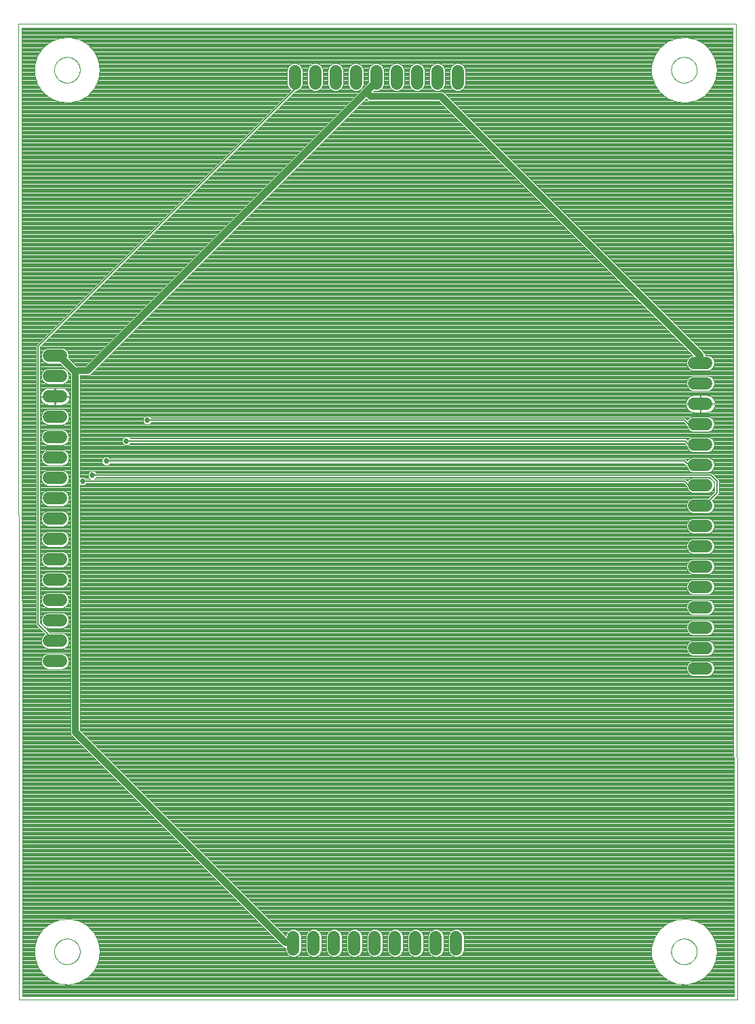
<source format=gbl>
From 5851c4758d3301851cf58e0ec3b42c7f93c7ca77 Mon Sep 17 00:00:00 2001
From: William Harrington <kb0iic@berzerkula.org>
Date: Thu, 17 May 2018 20:54:06 -0500
Subject: Populate repository from main eagle directory in user's document
 library.

---
 eagle/Arduino_TLC5940/4in7Segment_Passthrough.GBL | 12190 ++++++++++++++++++++
 1 file changed, 12190 insertions(+)
 create mode 100755 eagle/Arduino_TLC5940/4in7Segment_Passthrough.GBL

(limited to 'eagle/Arduino_TLC5940/4in7Segment_Passthrough.GBL')

diff --git a/eagle/Arduino_TLC5940/4in7Segment_Passthrough.GBL b/eagle/Arduino_TLC5940/4in7Segment_Passthrough.GBL
new file mode 100755
index 0000000..4e07370
--- /dev/null
+++ b/eagle/Arduino_TLC5940/4in7Segment_Passthrough.GBL
@@ -0,0 +1,12190 @@
+G75*
+%MOIN*%
+%OFA0B0*%
+%FSLAX25Y25*%
+%IPPOS*%
+%LPD*%
+%AMOC8*
+5,1,8,0,0,1.08239X$1,22.5*
+%
+%ADD10C,0.00000*%
+%ADD11C,0.06000*%
+%ADD12C,0.00400*%
+%ADD13C,0.00600*%
+%ADD14C,0.03200*%
+%ADD15C,0.02700*%
+D10*
+X0001500Y0005137D02*
+X0001000Y0484338D01*
+X0353921Y0484338D01*
+X0354421Y0005137D01*
+X0001500Y0005137D01*
+X0018823Y0028759D02*
+X0018825Y0028917D01*
+X0018831Y0029075D01*
+X0018841Y0029233D01*
+X0018855Y0029391D01*
+X0018873Y0029548D01*
+X0018894Y0029705D01*
+X0018920Y0029861D01*
+X0018950Y0030017D01*
+X0018983Y0030172D01*
+X0019021Y0030325D01*
+X0019062Y0030478D01*
+X0019107Y0030630D01*
+X0019156Y0030781D01*
+X0019209Y0030930D01*
+X0019265Y0031078D01*
+X0019325Y0031224D01*
+X0019389Y0031369D01*
+X0019457Y0031512D01*
+X0019528Y0031654D01*
+X0019602Y0031794D01*
+X0019680Y0031931D01*
+X0019762Y0032067D01*
+X0019846Y0032201D01*
+X0019935Y0032332D01*
+X0020026Y0032461D01*
+X0020121Y0032588D01*
+X0020218Y0032713D01*
+X0020319Y0032835D01*
+X0020423Y0032954D01*
+X0020530Y0033071D01*
+X0020640Y0033185D01*
+X0020753Y0033296D01*
+X0020868Y0033405D01*
+X0020986Y0033510D01*
+X0021107Y0033612D01*
+X0021230Y0033712D01*
+X0021356Y0033808D01*
+X0021484Y0033901D01*
+X0021614Y0033991D01*
+X0021747Y0034077D01*
+X0021882Y0034161D01*
+X0022018Y0034240D01*
+X0022157Y0034317D01*
+X0022298Y0034389D01*
+X0022440Y0034459D01*
+X0022584Y0034524D01*
+X0022730Y0034586D01*
+X0022877Y0034644D01*
+X0023026Y0034699D01*
+X0023176Y0034750D01*
+X0023327Y0034797D01*
+X0023479Y0034840D01*
+X0023632Y0034879D01*
+X0023787Y0034915D01*
+X0023942Y0034946D01*
+X0024098Y0034974D01*
+X0024254Y0034998D01*
+X0024411Y0035018D01*
+X0024569Y0035034D01*
+X0024726Y0035046D01*
+X0024885Y0035054D01*
+X0025043Y0035058D01*
+X0025201Y0035058D01*
+X0025359Y0035054D01*
+X0025518Y0035046D01*
+X0025675Y0035034D01*
+X0025833Y0035018D01*
+X0025990Y0034998D01*
+X0026146Y0034974D01*
+X0026302Y0034946D01*
+X0026457Y0034915D01*
+X0026612Y0034879D01*
+X0026765Y0034840D01*
+X0026917Y0034797D01*
+X0027068Y0034750D01*
+X0027218Y0034699D01*
+X0027367Y0034644D01*
+X0027514Y0034586D01*
+X0027660Y0034524D01*
+X0027804Y0034459D01*
+X0027946Y0034389D01*
+X0028087Y0034317D01*
+X0028226Y0034240D01*
+X0028362Y0034161D01*
+X0028497Y0034077D01*
+X0028630Y0033991D01*
+X0028760Y0033901D01*
+X0028888Y0033808D01*
+X0029014Y0033712D01*
+X0029137Y0033612D01*
+X0029258Y0033510D01*
+X0029376Y0033405D01*
+X0029491Y0033296D01*
+X0029604Y0033185D01*
+X0029714Y0033071D01*
+X0029821Y0032954D01*
+X0029925Y0032835D01*
+X0030026Y0032713D01*
+X0030123Y0032588D01*
+X0030218Y0032461D01*
+X0030309Y0032332D01*
+X0030398Y0032201D01*
+X0030482Y0032067D01*
+X0030564Y0031931D01*
+X0030642Y0031794D01*
+X0030716Y0031654D01*
+X0030787Y0031512D01*
+X0030855Y0031369D01*
+X0030919Y0031224D01*
+X0030979Y0031078D01*
+X0031035Y0030930D01*
+X0031088Y0030781D01*
+X0031137Y0030630D01*
+X0031182Y0030478D01*
+X0031223Y0030325D01*
+X0031261Y0030172D01*
+X0031294Y0030017D01*
+X0031324Y0029861D01*
+X0031350Y0029705D01*
+X0031371Y0029548D01*
+X0031389Y0029391D01*
+X0031403Y0029233D01*
+X0031413Y0029075D01*
+X0031419Y0028917D01*
+X0031421Y0028759D01*
+X0031419Y0028601D01*
+X0031413Y0028443D01*
+X0031403Y0028285D01*
+X0031389Y0028127D01*
+X0031371Y0027970D01*
+X0031350Y0027813D01*
+X0031324Y0027657D01*
+X0031294Y0027501D01*
+X0031261Y0027346D01*
+X0031223Y0027193D01*
+X0031182Y0027040D01*
+X0031137Y0026888D01*
+X0031088Y0026737D01*
+X0031035Y0026588D01*
+X0030979Y0026440D01*
+X0030919Y0026294D01*
+X0030855Y0026149D01*
+X0030787Y0026006D01*
+X0030716Y0025864D01*
+X0030642Y0025724D01*
+X0030564Y0025587D01*
+X0030482Y0025451D01*
+X0030398Y0025317D01*
+X0030309Y0025186D01*
+X0030218Y0025057D01*
+X0030123Y0024930D01*
+X0030026Y0024805D01*
+X0029925Y0024683D01*
+X0029821Y0024564D01*
+X0029714Y0024447D01*
+X0029604Y0024333D01*
+X0029491Y0024222D01*
+X0029376Y0024113D01*
+X0029258Y0024008D01*
+X0029137Y0023906D01*
+X0029014Y0023806D01*
+X0028888Y0023710D01*
+X0028760Y0023617D01*
+X0028630Y0023527D01*
+X0028497Y0023441D01*
+X0028362Y0023357D01*
+X0028226Y0023278D01*
+X0028087Y0023201D01*
+X0027946Y0023129D01*
+X0027804Y0023059D01*
+X0027660Y0022994D01*
+X0027514Y0022932D01*
+X0027367Y0022874D01*
+X0027218Y0022819D01*
+X0027068Y0022768D01*
+X0026917Y0022721D01*
+X0026765Y0022678D01*
+X0026612Y0022639D01*
+X0026457Y0022603D01*
+X0026302Y0022572D01*
+X0026146Y0022544D01*
+X0025990Y0022520D01*
+X0025833Y0022500D01*
+X0025675Y0022484D01*
+X0025518Y0022472D01*
+X0025359Y0022464D01*
+X0025201Y0022460D01*
+X0025043Y0022460D01*
+X0024885Y0022464D01*
+X0024726Y0022472D01*
+X0024569Y0022484D01*
+X0024411Y0022500D01*
+X0024254Y0022520D01*
+X0024098Y0022544D01*
+X0023942Y0022572D01*
+X0023787Y0022603D01*
+X0023632Y0022639D01*
+X0023479Y0022678D01*
+X0023327Y0022721D01*
+X0023176Y0022768D01*
+X0023026Y0022819D01*
+X0022877Y0022874D01*
+X0022730Y0022932D01*
+X0022584Y0022994D01*
+X0022440Y0023059D01*
+X0022298Y0023129D01*
+X0022157Y0023201D01*
+X0022018Y0023278D01*
+X0021882Y0023357D01*
+X0021747Y0023441D01*
+X0021614Y0023527D01*
+X0021484Y0023617D01*
+X0021356Y0023710D01*
+X0021230Y0023806D01*
+X0021107Y0023906D01*
+X0020986Y0024008D01*
+X0020868Y0024113D01*
+X0020753Y0024222D01*
+X0020640Y0024333D01*
+X0020530Y0024447D01*
+X0020423Y0024564D01*
+X0020319Y0024683D01*
+X0020218Y0024805D01*
+X0020121Y0024930D01*
+X0020026Y0025057D01*
+X0019935Y0025186D01*
+X0019846Y0025317D01*
+X0019762Y0025451D01*
+X0019680Y0025587D01*
+X0019602Y0025724D01*
+X0019528Y0025864D01*
+X0019457Y0026006D01*
+X0019389Y0026149D01*
+X0019325Y0026294D01*
+X0019265Y0026440D01*
+X0019209Y0026588D01*
+X0019156Y0026737D01*
+X0019107Y0026888D01*
+X0019062Y0027040D01*
+X0019021Y0027193D01*
+X0018983Y0027346D01*
+X0018950Y0027501D01*
+X0018920Y0027657D01*
+X0018894Y0027813D01*
+X0018873Y0027970D01*
+X0018855Y0028127D01*
+X0018841Y0028285D01*
+X0018831Y0028443D01*
+X0018825Y0028601D01*
+X0018823Y0028759D01*
+X0321973Y0028759D02*
+X0321975Y0028917D01*
+X0321981Y0029075D01*
+X0321991Y0029233D01*
+X0322005Y0029391D01*
+X0322023Y0029548D01*
+X0322044Y0029705D01*
+X0322070Y0029861D01*
+X0322100Y0030017D01*
+X0322133Y0030172D01*
+X0322171Y0030325D01*
+X0322212Y0030478D01*
+X0322257Y0030630D01*
+X0322306Y0030781D01*
+X0322359Y0030930D01*
+X0322415Y0031078D01*
+X0322475Y0031224D01*
+X0322539Y0031369D01*
+X0322607Y0031512D01*
+X0322678Y0031654D01*
+X0322752Y0031794D01*
+X0322830Y0031931D01*
+X0322912Y0032067D01*
+X0322996Y0032201D01*
+X0323085Y0032332D01*
+X0323176Y0032461D01*
+X0323271Y0032588D01*
+X0323368Y0032713D01*
+X0323469Y0032835D01*
+X0323573Y0032954D01*
+X0323680Y0033071D01*
+X0323790Y0033185D01*
+X0323903Y0033296D01*
+X0324018Y0033405D01*
+X0324136Y0033510D01*
+X0324257Y0033612D01*
+X0324380Y0033712D01*
+X0324506Y0033808D01*
+X0324634Y0033901D01*
+X0324764Y0033991D01*
+X0324897Y0034077D01*
+X0325032Y0034161D01*
+X0325168Y0034240D01*
+X0325307Y0034317D01*
+X0325448Y0034389D01*
+X0325590Y0034459D01*
+X0325734Y0034524D01*
+X0325880Y0034586D01*
+X0326027Y0034644D01*
+X0326176Y0034699D01*
+X0326326Y0034750D01*
+X0326477Y0034797D01*
+X0326629Y0034840D01*
+X0326782Y0034879D01*
+X0326937Y0034915D01*
+X0327092Y0034946D01*
+X0327248Y0034974D01*
+X0327404Y0034998D01*
+X0327561Y0035018D01*
+X0327719Y0035034D01*
+X0327876Y0035046D01*
+X0328035Y0035054D01*
+X0328193Y0035058D01*
+X0328351Y0035058D01*
+X0328509Y0035054D01*
+X0328668Y0035046D01*
+X0328825Y0035034D01*
+X0328983Y0035018D01*
+X0329140Y0034998D01*
+X0329296Y0034974D01*
+X0329452Y0034946D01*
+X0329607Y0034915D01*
+X0329762Y0034879D01*
+X0329915Y0034840D01*
+X0330067Y0034797D01*
+X0330218Y0034750D01*
+X0330368Y0034699D01*
+X0330517Y0034644D01*
+X0330664Y0034586D01*
+X0330810Y0034524D01*
+X0330954Y0034459D01*
+X0331096Y0034389D01*
+X0331237Y0034317D01*
+X0331376Y0034240D01*
+X0331512Y0034161D01*
+X0331647Y0034077D01*
+X0331780Y0033991D01*
+X0331910Y0033901D01*
+X0332038Y0033808D01*
+X0332164Y0033712D01*
+X0332287Y0033612D01*
+X0332408Y0033510D01*
+X0332526Y0033405D01*
+X0332641Y0033296D01*
+X0332754Y0033185D01*
+X0332864Y0033071D01*
+X0332971Y0032954D01*
+X0333075Y0032835D01*
+X0333176Y0032713D01*
+X0333273Y0032588D01*
+X0333368Y0032461D01*
+X0333459Y0032332D01*
+X0333548Y0032201D01*
+X0333632Y0032067D01*
+X0333714Y0031931D01*
+X0333792Y0031794D01*
+X0333866Y0031654D01*
+X0333937Y0031512D01*
+X0334005Y0031369D01*
+X0334069Y0031224D01*
+X0334129Y0031078D01*
+X0334185Y0030930D01*
+X0334238Y0030781D01*
+X0334287Y0030630D01*
+X0334332Y0030478D01*
+X0334373Y0030325D01*
+X0334411Y0030172D01*
+X0334444Y0030017D01*
+X0334474Y0029861D01*
+X0334500Y0029705D01*
+X0334521Y0029548D01*
+X0334539Y0029391D01*
+X0334553Y0029233D01*
+X0334563Y0029075D01*
+X0334569Y0028917D01*
+X0334571Y0028759D01*
+X0334569Y0028601D01*
+X0334563Y0028443D01*
+X0334553Y0028285D01*
+X0334539Y0028127D01*
+X0334521Y0027970D01*
+X0334500Y0027813D01*
+X0334474Y0027657D01*
+X0334444Y0027501D01*
+X0334411Y0027346D01*
+X0334373Y0027193D01*
+X0334332Y0027040D01*
+X0334287Y0026888D01*
+X0334238Y0026737D01*
+X0334185Y0026588D01*
+X0334129Y0026440D01*
+X0334069Y0026294D01*
+X0334005Y0026149D01*
+X0333937Y0026006D01*
+X0333866Y0025864D01*
+X0333792Y0025724D01*
+X0333714Y0025587D01*
+X0333632Y0025451D01*
+X0333548Y0025317D01*
+X0333459Y0025186D01*
+X0333368Y0025057D01*
+X0333273Y0024930D01*
+X0333176Y0024805D01*
+X0333075Y0024683D01*
+X0332971Y0024564D01*
+X0332864Y0024447D01*
+X0332754Y0024333D01*
+X0332641Y0024222D01*
+X0332526Y0024113D01*
+X0332408Y0024008D01*
+X0332287Y0023906D01*
+X0332164Y0023806D01*
+X0332038Y0023710D01*
+X0331910Y0023617D01*
+X0331780Y0023527D01*
+X0331647Y0023441D01*
+X0331512Y0023357D01*
+X0331376Y0023278D01*
+X0331237Y0023201D01*
+X0331096Y0023129D01*
+X0330954Y0023059D01*
+X0330810Y0022994D01*
+X0330664Y0022932D01*
+X0330517Y0022874D01*
+X0330368Y0022819D01*
+X0330218Y0022768D01*
+X0330067Y0022721D01*
+X0329915Y0022678D01*
+X0329762Y0022639D01*
+X0329607Y0022603D01*
+X0329452Y0022572D01*
+X0329296Y0022544D01*
+X0329140Y0022520D01*
+X0328983Y0022500D01*
+X0328825Y0022484D01*
+X0328668Y0022472D01*
+X0328509Y0022464D01*
+X0328351Y0022460D01*
+X0328193Y0022460D01*
+X0328035Y0022464D01*
+X0327876Y0022472D01*
+X0327719Y0022484D01*
+X0327561Y0022500D01*
+X0327404Y0022520D01*
+X0327248Y0022544D01*
+X0327092Y0022572D01*
+X0326937Y0022603D01*
+X0326782Y0022639D01*
+X0326629Y0022678D01*
+X0326477Y0022721D01*
+X0326326Y0022768D01*
+X0326176Y0022819D01*
+X0326027Y0022874D01*
+X0325880Y0022932D01*
+X0325734Y0022994D01*
+X0325590Y0023059D01*
+X0325448Y0023129D01*
+X0325307Y0023201D01*
+X0325168Y0023278D01*
+X0325032Y0023357D01*
+X0324897Y0023441D01*
+X0324764Y0023527D01*
+X0324634Y0023617D01*
+X0324506Y0023710D01*
+X0324380Y0023806D01*
+X0324257Y0023906D01*
+X0324136Y0024008D01*
+X0324018Y0024113D01*
+X0323903Y0024222D01*
+X0323790Y0024333D01*
+X0323680Y0024447D01*
+X0323573Y0024564D01*
+X0323469Y0024683D01*
+X0323368Y0024805D01*
+X0323271Y0024930D01*
+X0323176Y0025057D01*
+X0323085Y0025186D01*
+X0322996Y0025317D01*
+X0322912Y0025451D01*
+X0322830Y0025587D01*
+X0322752Y0025724D01*
+X0322678Y0025864D01*
+X0322607Y0026006D01*
+X0322539Y0026149D01*
+X0322475Y0026294D01*
+X0322415Y0026440D01*
+X0322359Y0026588D01*
+X0322306Y0026737D01*
+X0322257Y0026888D01*
+X0322212Y0027040D01*
+X0322171Y0027193D01*
+X0322133Y0027346D01*
+X0322100Y0027501D01*
+X0322070Y0027657D01*
+X0322044Y0027813D01*
+X0322023Y0027970D01*
+X0322005Y0028127D01*
+X0321991Y0028285D01*
+X0321981Y0028443D01*
+X0321975Y0028601D01*
+X0321973Y0028759D01*
+X0321973Y0461830D02*
+X0321975Y0461988D01*
+X0321981Y0462146D01*
+X0321991Y0462304D01*
+X0322005Y0462462D01*
+X0322023Y0462619D01*
+X0322044Y0462776D01*
+X0322070Y0462932D01*
+X0322100Y0463088D01*
+X0322133Y0463243D01*
+X0322171Y0463396D01*
+X0322212Y0463549D01*
+X0322257Y0463701D01*
+X0322306Y0463852D01*
+X0322359Y0464001D01*
+X0322415Y0464149D01*
+X0322475Y0464295D01*
+X0322539Y0464440D01*
+X0322607Y0464583D01*
+X0322678Y0464725D01*
+X0322752Y0464865D01*
+X0322830Y0465002D01*
+X0322912Y0465138D01*
+X0322996Y0465272D01*
+X0323085Y0465403D01*
+X0323176Y0465532D01*
+X0323271Y0465659D01*
+X0323368Y0465784D01*
+X0323469Y0465906D01*
+X0323573Y0466025D01*
+X0323680Y0466142D01*
+X0323790Y0466256D01*
+X0323903Y0466367D01*
+X0324018Y0466476D01*
+X0324136Y0466581D01*
+X0324257Y0466683D01*
+X0324380Y0466783D01*
+X0324506Y0466879D01*
+X0324634Y0466972D01*
+X0324764Y0467062D01*
+X0324897Y0467148D01*
+X0325032Y0467232D01*
+X0325168Y0467311D01*
+X0325307Y0467388D01*
+X0325448Y0467460D01*
+X0325590Y0467530D01*
+X0325734Y0467595D01*
+X0325880Y0467657D01*
+X0326027Y0467715D01*
+X0326176Y0467770D01*
+X0326326Y0467821D01*
+X0326477Y0467868D01*
+X0326629Y0467911D01*
+X0326782Y0467950D01*
+X0326937Y0467986D01*
+X0327092Y0468017D01*
+X0327248Y0468045D01*
+X0327404Y0468069D01*
+X0327561Y0468089D01*
+X0327719Y0468105D01*
+X0327876Y0468117D01*
+X0328035Y0468125D01*
+X0328193Y0468129D01*
+X0328351Y0468129D01*
+X0328509Y0468125D01*
+X0328668Y0468117D01*
+X0328825Y0468105D01*
+X0328983Y0468089D01*
+X0329140Y0468069D01*
+X0329296Y0468045D01*
+X0329452Y0468017D01*
+X0329607Y0467986D01*
+X0329762Y0467950D01*
+X0329915Y0467911D01*
+X0330067Y0467868D01*
+X0330218Y0467821D01*
+X0330368Y0467770D01*
+X0330517Y0467715D01*
+X0330664Y0467657D01*
+X0330810Y0467595D01*
+X0330954Y0467530D01*
+X0331096Y0467460D01*
+X0331237Y0467388D01*
+X0331376Y0467311D01*
+X0331512Y0467232D01*
+X0331647Y0467148D01*
+X0331780Y0467062D01*
+X0331910Y0466972D01*
+X0332038Y0466879D01*
+X0332164Y0466783D01*
+X0332287Y0466683D01*
+X0332408Y0466581D01*
+X0332526Y0466476D01*
+X0332641Y0466367D01*
+X0332754Y0466256D01*
+X0332864Y0466142D01*
+X0332971Y0466025D01*
+X0333075Y0465906D01*
+X0333176Y0465784D01*
+X0333273Y0465659D01*
+X0333368Y0465532D01*
+X0333459Y0465403D01*
+X0333548Y0465272D01*
+X0333632Y0465138D01*
+X0333714Y0465002D01*
+X0333792Y0464865D01*
+X0333866Y0464725D01*
+X0333937Y0464583D01*
+X0334005Y0464440D01*
+X0334069Y0464295D01*
+X0334129Y0464149D01*
+X0334185Y0464001D01*
+X0334238Y0463852D01*
+X0334287Y0463701D01*
+X0334332Y0463549D01*
+X0334373Y0463396D01*
+X0334411Y0463243D01*
+X0334444Y0463088D01*
+X0334474Y0462932D01*
+X0334500Y0462776D01*
+X0334521Y0462619D01*
+X0334539Y0462462D01*
+X0334553Y0462304D01*
+X0334563Y0462146D01*
+X0334569Y0461988D01*
+X0334571Y0461830D01*
+X0334569Y0461672D01*
+X0334563Y0461514D01*
+X0334553Y0461356D01*
+X0334539Y0461198D01*
+X0334521Y0461041D01*
+X0334500Y0460884D01*
+X0334474Y0460728D01*
+X0334444Y0460572D01*
+X0334411Y0460417D01*
+X0334373Y0460264D01*
+X0334332Y0460111D01*
+X0334287Y0459959D01*
+X0334238Y0459808D01*
+X0334185Y0459659D01*
+X0334129Y0459511D01*
+X0334069Y0459365D01*
+X0334005Y0459220D01*
+X0333937Y0459077D01*
+X0333866Y0458935D01*
+X0333792Y0458795D01*
+X0333714Y0458658D01*
+X0333632Y0458522D01*
+X0333548Y0458388D01*
+X0333459Y0458257D01*
+X0333368Y0458128D01*
+X0333273Y0458001D01*
+X0333176Y0457876D01*
+X0333075Y0457754D01*
+X0332971Y0457635D01*
+X0332864Y0457518D01*
+X0332754Y0457404D01*
+X0332641Y0457293D01*
+X0332526Y0457184D01*
+X0332408Y0457079D01*
+X0332287Y0456977D01*
+X0332164Y0456877D01*
+X0332038Y0456781D01*
+X0331910Y0456688D01*
+X0331780Y0456598D01*
+X0331647Y0456512D01*
+X0331512Y0456428D01*
+X0331376Y0456349D01*
+X0331237Y0456272D01*
+X0331096Y0456200D01*
+X0330954Y0456130D01*
+X0330810Y0456065D01*
+X0330664Y0456003D01*
+X0330517Y0455945D01*
+X0330368Y0455890D01*
+X0330218Y0455839D01*
+X0330067Y0455792D01*
+X0329915Y0455749D01*
+X0329762Y0455710D01*
+X0329607Y0455674D01*
+X0329452Y0455643D01*
+X0329296Y0455615D01*
+X0329140Y0455591D01*
+X0328983Y0455571D01*
+X0328825Y0455555D01*
+X0328668Y0455543D01*
+X0328509Y0455535D01*
+X0328351Y0455531D01*
+X0328193Y0455531D01*
+X0328035Y0455535D01*
+X0327876Y0455543D01*
+X0327719Y0455555D01*
+X0327561Y0455571D01*
+X0327404Y0455591D01*
+X0327248Y0455615D01*
+X0327092Y0455643D01*
+X0326937Y0455674D01*
+X0326782Y0455710D01*
+X0326629Y0455749D01*
+X0326477Y0455792D01*
+X0326326Y0455839D01*
+X0326176Y0455890D01*
+X0326027Y0455945D01*
+X0325880Y0456003D01*
+X0325734Y0456065D01*
+X0325590Y0456130D01*
+X0325448Y0456200D01*
+X0325307Y0456272D01*
+X0325168Y0456349D01*
+X0325032Y0456428D01*
+X0324897Y0456512D01*
+X0324764Y0456598D01*
+X0324634Y0456688D01*
+X0324506Y0456781D01*
+X0324380Y0456877D01*
+X0324257Y0456977D01*
+X0324136Y0457079D01*
+X0324018Y0457184D01*
+X0323903Y0457293D01*
+X0323790Y0457404D01*
+X0323680Y0457518D01*
+X0323573Y0457635D01*
+X0323469Y0457754D01*
+X0323368Y0457876D01*
+X0323271Y0458001D01*
+X0323176Y0458128D01*
+X0323085Y0458257D01*
+X0322996Y0458388D01*
+X0322912Y0458522D01*
+X0322830Y0458658D01*
+X0322752Y0458795D01*
+X0322678Y0458935D01*
+X0322607Y0459077D01*
+X0322539Y0459220D01*
+X0322475Y0459365D01*
+X0322415Y0459511D01*
+X0322359Y0459659D01*
+X0322306Y0459808D01*
+X0322257Y0459959D01*
+X0322212Y0460111D01*
+X0322171Y0460264D01*
+X0322133Y0460417D01*
+X0322100Y0460572D01*
+X0322070Y0460728D01*
+X0322044Y0460884D01*
+X0322023Y0461041D01*
+X0322005Y0461198D01*
+X0321991Y0461356D01*
+X0321981Y0461514D01*
+X0321975Y0461672D01*
+X0321973Y0461830D01*
+X0018823Y0461830D02*
+X0018825Y0461988D01*
+X0018831Y0462146D01*
+X0018841Y0462304D01*
+X0018855Y0462462D01*
+X0018873Y0462619D01*
+X0018894Y0462776D01*
+X0018920Y0462932D01*
+X0018950Y0463088D01*
+X0018983Y0463243D01*
+X0019021Y0463396D01*
+X0019062Y0463549D01*
+X0019107Y0463701D01*
+X0019156Y0463852D01*
+X0019209Y0464001D01*
+X0019265Y0464149D01*
+X0019325Y0464295D01*
+X0019389Y0464440D01*
+X0019457Y0464583D01*
+X0019528Y0464725D01*
+X0019602Y0464865D01*
+X0019680Y0465002D01*
+X0019762Y0465138D01*
+X0019846Y0465272D01*
+X0019935Y0465403D01*
+X0020026Y0465532D01*
+X0020121Y0465659D01*
+X0020218Y0465784D01*
+X0020319Y0465906D01*
+X0020423Y0466025D01*
+X0020530Y0466142D01*
+X0020640Y0466256D01*
+X0020753Y0466367D01*
+X0020868Y0466476D01*
+X0020986Y0466581D01*
+X0021107Y0466683D01*
+X0021230Y0466783D01*
+X0021356Y0466879D01*
+X0021484Y0466972D01*
+X0021614Y0467062D01*
+X0021747Y0467148D01*
+X0021882Y0467232D01*
+X0022018Y0467311D01*
+X0022157Y0467388D01*
+X0022298Y0467460D01*
+X0022440Y0467530D01*
+X0022584Y0467595D01*
+X0022730Y0467657D01*
+X0022877Y0467715D01*
+X0023026Y0467770D01*
+X0023176Y0467821D01*
+X0023327Y0467868D01*
+X0023479Y0467911D01*
+X0023632Y0467950D01*
+X0023787Y0467986D01*
+X0023942Y0468017D01*
+X0024098Y0468045D01*
+X0024254Y0468069D01*
+X0024411Y0468089D01*
+X0024569Y0468105D01*
+X0024726Y0468117D01*
+X0024885Y0468125D01*
+X0025043Y0468129D01*
+X0025201Y0468129D01*
+X0025359Y0468125D01*
+X0025518Y0468117D01*
+X0025675Y0468105D01*
+X0025833Y0468089D01*
+X0025990Y0468069D01*
+X0026146Y0468045D01*
+X0026302Y0468017D01*
+X0026457Y0467986D01*
+X0026612Y0467950D01*
+X0026765Y0467911D01*
+X0026917Y0467868D01*
+X0027068Y0467821D01*
+X0027218Y0467770D01*
+X0027367Y0467715D01*
+X0027514Y0467657D01*
+X0027660Y0467595D01*
+X0027804Y0467530D01*
+X0027946Y0467460D01*
+X0028087Y0467388D01*
+X0028226Y0467311D01*
+X0028362Y0467232D01*
+X0028497Y0467148D01*
+X0028630Y0467062D01*
+X0028760Y0466972D01*
+X0028888Y0466879D01*
+X0029014Y0466783D01*
+X0029137Y0466683D01*
+X0029258Y0466581D01*
+X0029376Y0466476D01*
+X0029491Y0466367D01*
+X0029604Y0466256D01*
+X0029714Y0466142D01*
+X0029821Y0466025D01*
+X0029925Y0465906D01*
+X0030026Y0465784D01*
+X0030123Y0465659D01*
+X0030218Y0465532D01*
+X0030309Y0465403D01*
+X0030398Y0465272D01*
+X0030482Y0465138D01*
+X0030564Y0465002D01*
+X0030642Y0464865D01*
+X0030716Y0464725D01*
+X0030787Y0464583D01*
+X0030855Y0464440D01*
+X0030919Y0464295D01*
+X0030979Y0464149D01*
+X0031035Y0464001D01*
+X0031088Y0463852D01*
+X0031137Y0463701D01*
+X0031182Y0463549D01*
+X0031223Y0463396D01*
+X0031261Y0463243D01*
+X0031294Y0463088D01*
+X0031324Y0462932D01*
+X0031350Y0462776D01*
+X0031371Y0462619D01*
+X0031389Y0462462D01*
+X0031403Y0462304D01*
+X0031413Y0462146D01*
+X0031419Y0461988D01*
+X0031421Y0461830D01*
+X0031419Y0461672D01*
+X0031413Y0461514D01*
+X0031403Y0461356D01*
+X0031389Y0461198D01*
+X0031371Y0461041D01*
+X0031350Y0460884D01*
+X0031324Y0460728D01*
+X0031294Y0460572D01*
+X0031261Y0460417D01*
+X0031223Y0460264D01*
+X0031182Y0460111D01*
+X0031137Y0459959D01*
+X0031088Y0459808D01*
+X0031035Y0459659D01*
+X0030979Y0459511D01*
+X0030919Y0459365D01*
+X0030855Y0459220D01*
+X0030787Y0459077D01*
+X0030716Y0458935D01*
+X0030642Y0458795D01*
+X0030564Y0458658D01*
+X0030482Y0458522D01*
+X0030398Y0458388D01*
+X0030309Y0458257D01*
+X0030218Y0458128D01*
+X0030123Y0458001D01*
+X0030026Y0457876D01*
+X0029925Y0457754D01*
+X0029821Y0457635D01*
+X0029714Y0457518D01*
+X0029604Y0457404D01*
+X0029491Y0457293D01*
+X0029376Y0457184D01*
+X0029258Y0457079D01*
+X0029137Y0456977D01*
+X0029014Y0456877D01*
+X0028888Y0456781D01*
+X0028760Y0456688D01*
+X0028630Y0456598D01*
+X0028497Y0456512D01*
+X0028362Y0456428D01*
+X0028226Y0456349D01*
+X0028087Y0456272D01*
+X0027946Y0456200D01*
+X0027804Y0456130D01*
+X0027660Y0456065D01*
+X0027514Y0456003D01*
+X0027367Y0455945D01*
+X0027218Y0455890D01*
+X0027068Y0455839D01*
+X0026917Y0455792D01*
+X0026765Y0455749D01*
+X0026612Y0455710D01*
+X0026457Y0455674D01*
+X0026302Y0455643D01*
+X0026146Y0455615D01*
+X0025990Y0455591D01*
+X0025833Y0455571D01*
+X0025675Y0455555D01*
+X0025518Y0455543D01*
+X0025359Y0455535D01*
+X0025201Y0455531D01*
+X0025043Y0455531D01*
+X0024885Y0455535D01*
+X0024726Y0455543D01*
+X0024569Y0455555D01*
+X0024411Y0455571D01*
+X0024254Y0455591D01*
+X0024098Y0455615D01*
+X0023942Y0455643D01*
+X0023787Y0455674D01*
+X0023632Y0455710D01*
+X0023479Y0455749D01*
+X0023327Y0455792D01*
+X0023176Y0455839D01*
+X0023026Y0455890D01*
+X0022877Y0455945D01*
+X0022730Y0456003D01*
+X0022584Y0456065D01*
+X0022440Y0456130D01*
+X0022298Y0456200D01*
+X0022157Y0456272D01*
+X0022018Y0456349D01*
+X0021882Y0456428D01*
+X0021747Y0456512D01*
+X0021614Y0456598D01*
+X0021484Y0456688D01*
+X0021356Y0456781D01*
+X0021230Y0456877D01*
+X0021107Y0456977D01*
+X0020986Y0457079D01*
+X0020868Y0457184D01*
+X0020753Y0457293D01*
+X0020640Y0457404D01*
+X0020530Y0457518D01*
+X0020423Y0457635D01*
+X0020319Y0457754D01*
+X0020218Y0457876D01*
+X0020121Y0458001D01*
+X0020026Y0458128D01*
+X0019935Y0458257D01*
+X0019846Y0458388D01*
+X0019762Y0458522D01*
+X0019680Y0458658D01*
+X0019602Y0458795D01*
+X0019528Y0458935D01*
+X0019457Y0459077D01*
+X0019389Y0459220D01*
+X0019325Y0459365D01*
+X0019265Y0459511D01*
+X0019209Y0459659D01*
+X0019156Y0459808D01*
+X0019107Y0459959D01*
+X0019062Y0460111D01*
+X0019021Y0460264D01*
+X0018983Y0460417D01*
+X0018950Y0460572D01*
+X0018920Y0460728D01*
+X0018894Y0460884D01*
+X0018873Y0461041D01*
+X0018855Y0461198D01*
+X0018841Y0461356D01*
+X0018831Y0461514D01*
+X0018825Y0461672D01*
+X0018823Y0461830D01*
+D11*
+X0016177Y0321436D02*
+X0022177Y0321436D01*
+X0022177Y0311436D02*
+X0016177Y0311436D01*
+X0016177Y0301436D02*
+X0022177Y0301436D01*
+X0022177Y0291436D02*
+X0016177Y0291436D01*
+X0016177Y0281436D02*
+X0022177Y0281436D01*
+X0022177Y0271436D02*
+X0016177Y0271436D01*
+X0016177Y0261436D02*
+X0022177Y0261436D01*
+X0022177Y0251436D02*
+X0016177Y0251436D01*
+X0016177Y0241436D02*
+X0022177Y0241436D01*
+X0022177Y0231436D02*
+X0016177Y0231436D01*
+X0016177Y0221436D02*
+X0022177Y0221436D01*
+X0022177Y0211436D02*
+X0016177Y0211436D01*
+X0016177Y0201436D02*
+X0022177Y0201436D01*
+X0022177Y0191436D02*
+X0016177Y0191436D01*
+X0016177Y0181436D02*
+X0022177Y0181436D01*
+X0022177Y0171436D02*
+X0016177Y0171436D01*
+X0136303Y0035932D02*
+X0136303Y0029932D01*
+X0146303Y0029932D02*
+X0146303Y0035932D01*
+X0156303Y0035932D02*
+X0156303Y0029932D01*
+X0166303Y0029932D02*
+X0166303Y0035932D01*
+X0176303Y0035932D02*
+X0176303Y0029932D01*
+X0186303Y0029932D02*
+X0186303Y0035932D01*
+X0196303Y0035932D02*
+X0196303Y0029932D01*
+X0206303Y0029932D02*
+X0206303Y0035932D01*
+X0216303Y0035932D02*
+X0216303Y0029932D01*
+X0333303Y0167854D02*
+X0339303Y0167854D01*
+X0339303Y0177854D02*
+X0333303Y0177854D01*
+X0333303Y0187854D02*
+X0339303Y0187854D01*
+X0339303Y0197854D02*
+X0333303Y0197854D01*
+X0333303Y0207854D02*
+X0339303Y0207854D01*
+X0339303Y0217854D02*
+X0333303Y0217854D01*
+X0333303Y0227854D02*
+X0339303Y0227854D01*
+X0339303Y0237854D02*
+X0333303Y0237854D01*
+X0333303Y0247854D02*
+X0339303Y0247854D01*
+X0339303Y0257854D02*
+X0333303Y0257854D01*
+X0333303Y0267854D02*
+X0339303Y0267854D01*
+X0339303Y0277854D02*
+X0333303Y0277854D01*
+X0333303Y0287854D02*
+X0339303Y0287854D01*
+X0339303Y0297854D02*
+X0333303Y0297854D01*
+X0333303Y0307854D02*
+X0339303Y0307854D01*
+X0339303Y0317854D02*
+X0333303Y0317854D01*
+X0217091Y0455247D02*
+X0217091Y0461247D01*
+X0207091Y0461247D02*
+X0207091Y0455247D01*
+X0197091Y0455247D02*
+X0197091Y0461247D01*
+X0187091Y0461247D02*
+X0187091Y0455247D01*
+X0177091Y0455247D02*
+X0177091Y0461247D01*
+X0167091Y0461247D02*
+X0167091Y0455247D01*
+X0157091Y0455247D02*
+X0157091Y0461247D01*
+X0147091Y0461247D02*
+X0147091Y0455247D01*
+X0137091Y0455247D02*
+X0137091Y0461247D01*
+D12*
+X0140632Y0462628D02*
+X0143549Y0462628D01*
+X0143384Y0462229D02*
+X0140797Y0462229D01*
+X0140891Y0462003D02*
+X0140312Y0463400D01*
+X0139243Y0464469D01*
+X0137846Y0465047D01*
+X0136335Y0465047D01*
+X0134938Y0464469D01*
+X0133869Y0463400D01*
+X0133291Y0462003D01*
+X0133291Y0454491D01*
+X0133869Y0453095D01*
+X0134938Y0452026D01*
+X0135076Y0451969D01*
+X0009700Y0326593D01*
+X0009700Y0189181D01*
+X0010344Y0188537D01*
+X0014165Y0184716D01*
+X0014025Y0184658D01*
+X0012956Y0183589D01*
+X0012377Y0182192D01*
+X0012377Y0180680D01*
+X0012956Y0179284D01*
+X0014025Y0178215D01*
+X0015421Y0177636D01*
+X0022933Y0177636D01*
+X0024330Y0178215D01*
+X0025399Y0179284D01*
+X0025977Y0180680D01*
+X0025977Y0182192D01*
+X0025399Y0183589D01*
+X0024330Y0184658D01*
+X0022933Y0185236D01*
+X0016756Y0185236D01*
+X0011900Y0190093D01*
+X0011900Y0325681D01*
+X0137556Y0451337D01*
+X0137666Y0451447D01*
+X0137846Y0451447D01*
+X0139243Y0452026D01*
+X0140312Y0453095D01*
+X0140891Y0454491D01*
+X0140891Y0462003D01*
+X0140891Y0461831D02*
+X0143291Y0461831D01*
+X0143291Y0462003D02*
+X0143869Y0463400D01*
+X0144938Y0464469D01*
+X0146335Y0465047D01*
+X0147846Y0465047D01*
+X0149243Y0464469D01*
+X0150312Y0463400D01*
+X0150891Y0462003D01*
+X0150891Y0454491D01*
+X0150312Y0453095D01*
+X0149243Y0452026D01*
+X0147846Y0451447D01*
+X0146335Y0451447D01*
+X0144938Y0452026D01*
+X0143869Y0453095D01*
+X0143291Y0454491D01*
+X0143291Y0462003D01*
+X0143291Y0461432D02*
+X0140891Y0461432D01*
+X0140891Y0461034D02*
+X0143291Y0461034D01*
+X0143291Y0460635D02*
+X0140891Y0460635D01*
+X0140891Y0460237D02*
+X0143291Y0460237D01*
+X0143291Y0459838D02*
+X0140891Y0459838D01*
+X0140891Y0459440D02*
+X0143291Y0459440D01*
+X0143291Y0459041D02*
+X0140891Y0459041D01*
+X0140891Y0458643D02*
+X0143291Y0458643D01*
+X0143291Y0458244D02*
+X0140891Y0458244D01*
+X0140891Y0457846D02*
+X0143291Y0457846D01*
+X0143291Y0457447D02*
+X0140891Y0457447D01*
+X0140891Y0457049D02*
+X0143291Y0457049D01*
+X0143291Y0456650D02*
+X0140891Y0456650D01*
+X0140891Y0456252D02*
+X0143291Y0456252D01*
+X0143291Y0455853D02*
+X0140891Y0455853D01*
+X0140891Y0455455D02*
+X0143291Y0455455D01*
+X0143291Y0455056D02*
+X0140891Y0455056D01*
+X0140891Y0454658D02*
+X0143291Y0454658D01*
+X0143387Y0454259D02*
+X0140794Y0454259D01*
+X0140629Y0453861D02*
+X0143552Y0453861D01*
+X0143717Y0453462D02*
+X0140464Y0453462D01*
+X0140281Y0453064D02*
+X0143900Y0453064D01*
+X0144299Y0452665D02*
+X0139883Y0452665D01*
+X0139484Y0452267D02*
+X0144697Y0452267D01*
+X0145318Y0451868D02*
+X0138863Y0451868D01*
+X0137901Y0451470D02*
+X0146280Y0451470D01*
+X0147901Y0451470D02*
+X0156280Y0451470D01*
+X0156335Y0451447D02*
+X0157846Y0451447D01*
+X0159243Y0452026D01*
+X0160312Y0453095D01*
+X0160891Y0454491D01*
+X0160891Y0462003D01*
+X0160312Y0463400D01*
+X0159243Y0464469D01*
+X0157846Y0465047D01*
+X0156335Y0465047D01*
+X0154938Y0464469D01*
+X0153869Y0463400D01*
+X0153291Y0462003D01*
+X0153291Y0454491D01*
+X0153869Y0453095D01*
+X0154938Y0452026D01*
+X0156335Y0451447D01*
+X0155318Y0451868D02*
+X0148863Y0451868D01*
+X0149484Y0452267D02*
+X0154697Y0452267D01*
+X0154299Y0452665D02*
+X0149883Y0452665D01*
+X0150281Y0453064D02*
+X0153900Y0453064D01*
+X0153717Y0453462D02*
+X0150464Y0453462D01*
+X0150629Y0453861D02*
+X0153552Y0453861D01*
+X0153387Y0454259D02*
+X0150794Y0454259D01*
+X0150891Y0454658D02*
+X0153291Y0454658D01*
+X0153291Y0455056D02*
+X0150891Y0455056D01*
+X0150891Y0455455D02*
+X0153291Y0455455D01*
+X0153291Y0455853D02*
+X0150891Y0455853D01*
+X0150891Y0456252D02*
+X0153291Y0456252D01*
+X0153291Y0456650D02*
+X0150891Y0456650D01*
+X0150891Y0457049D02*
+X0153291Y0457049D01*
+X0153291Y0457447D02*
+X0150891Y0457447D01*
+X0150891Y0457846D02*
+X0153291Y0457846D01*
+X0153291Y0458244D02*
+X0150891Y0458244D01*
+X0150891Y0458643D02*
+X0153291Y0458643D01*
+X0153291Y0459041D02*
+X0150891Y0459041D01*
+X0150891Y0459440D02*
+X0153291Y0459440D01*
+X0153291Y0459838D02*
+X0150891Y0459838D01*
+X0150891Y0460237D02*
+X0153291Y0460237D01*
+X0153291Y0460635D02*
+X0150891Y0460635D01*
+X0150891Y0461034D02*
+X0153291Y0461034D01*
+X0153291Y0461432D02*
+X0150891Y0461432D01*
+X0150891Y0461831D02*
+X0153291Y0461831D01*
+X0153384Y0462229D02*
+X0150797Y0462229D01*
+X0150632Y0462628D02*
+X0153549Y0462628D01*
+X0153714Y0463027D02*
+X0150467Y0463027D01*
+X0150287Y0463425D02*
+X0153894Y0463425D01*
+X0154293Y0463824D02*
+X0149888Y0463824D01*
+X0149490Y0464222D02*
+X0154691Y0464222D01*
+X0155305Y0464621D02*
+X0148877Y0464621D01*
+X0147914Y0465019D02*
+X0156267Y0465019D01*
+X0157914Y0465019D02*
+X0166267Y0465019D01*
+X0166335Y0465047D02*
+X0164938Y0464469D01*
+X0163869Y0463400D01*
+X0163291Y0462003D01*
+X0163291Y0454491D01*
+X0163869Y0453095D01*
+X0164938Y0452026D01*
+X0166335Y0451447D01*
+X0167846Y0451447D01*
+X0169243Y0452026D01*
+X0170312Y0453095D01*
+X0170891Y0454491D01*
+X0170891Y0462003D01*
+X0170312Y0463400D01*
+X0169243Y0464469D01*
+X0167846Y0465047D01*
+X0166335Y0465047D01*
+X0165305Y0464621D02*
+X0158877Y0464621D01*
+X0159490Y0464222D02*
+X0164691Y0464222D01*
+X0164293Y0463824D02*
+X0159888Y0463824D01*
+X0160287Y0463425D02*
+X0163894Y0463425D01*
+X0163714Y0463027D02*
+X0160467Y0463027D01*
+X0160632Y0462628D02*
+X0163549Y0462628D01*
+X0163384Y0462229D02*
+X0160797Y0462229D01*
+X0160891Y0461831D02*
+X0163291Y0461831D01*
+X0163291Y0461432D02*
+X0160891Y0461432D01*
+X0160891Y0461034D02*
+X0163291Y0461034D01*
+X0163291Y0460635D02*
+X0160891Y0460635D01*
+X0160891Y0460237D02*
+X0163291Y0460237D01*
+X0163291Y0459838D02*
+X0160891Y0459838D01*
+X0160891Y0459440D02*
+X0163291Y0459440D01*
+X0163291Y0459041D02*
+X0160891Y0459041D01*
+X0160891Y0458643D02*
+X0163291Y0458643D01*
+X0163291Y0458244D02*
+X0160891Y0458244D01*
+X0160891Y0457846D02*
+X0163291Y0457846D01*
+X0163291Y0457447D02*
+X0160891Y0457447D01*
+X0160891Y0457049D02*
+X0163291Y0457049D01*
+X0163291Y0456650D02*
+X0160891Y0456650D01*
+X0160891Y0456252D02*
+X0163291Y0456252D01*
+X0163291Y0455853D02*
+X0160891Y0455853D01*
+X0160891Y0455455D02*
+X0163291Y0455455D01*
+X0163291Y0455056D02*
+X0160891Y0455056D01*
+X0160891Y0454658D02*
+X0163291Y0454658D01*
+X0163387Y0454259D02*
+X0160794Y0454259D01*
+X0160629Y0453861D02*
+X0163552Y0453861D01*
+X0163717Y0453462D02*
+X0160464Y0453462D01*
+X0160281Y0453064D02*
+X0163900Y0453064D01*
+X0164299Y0452665D02*
+X0159883Y0452665D01*
+X0159484Y0452267D02*
+X0164697Y0452267D01*
+X0165318Y0451868D02*
+X0158863Y0451868D01*
+X0157901Y0451470D02*
+X0166280Y0451470D01*
+X0167901Y0451470D02*
+X0169039Y0451470D01*
+X0168863Y0451868D02*
+X0169437Y0451868D01*
+X0169484Y0452267D02*
+X0169836Y0452267D01*
+X0170015Y0452446D02*
+X0034106Y0316537D01*
+X0030615Y0316537D01*
+X0030152Y0316543D01*
+X0030138Y0316537D01*
+X0030123Y0316537D01*
+X0029695Y0316360D01*
+X0029678Y0316353D01*
+X0025794Y0320237D01*
+X0025977Y0320680D01*
+X0025977Y0322192D01*
+X0025399Y0323589D01*
+X0024330Y0324658D01*
+X0022933Y0325236D01*
+X0015421Y0325236D01*
+X0014025Y0324658D01*
+X0012956Y0323589D01*
+X0012377Y0322192D01*
+X0012377Y0320680D01*
+X0012956Y0319284D01*
+X0014025Y0318215D01*
+X0015421Y0317636D01*
+X0021607Y0317636D01*
+X0026700Y0312543D01*
+X0026700Y0136060D01*
+X0027065Y0135178D01*
+X0027741Y0134502D01*
+X0131241Y0031002D01*
+X0132123Y0030637D01*
+X0132503Y0030637D01*
+X0132503Y0029176D01*
+X0133082Y0027780D01*
+X0134151Y0026711D01*
+X0135547Y0026132D01*
+X0137059Y0026132D01*
+X0138456Y0026711D01*
+X0139525Y0027780D01*
+X0140103Y0029176D01*
+X0140103Y0036688D01*
+X0139525Y0038085D01*
+X0138456Y0039154D01*
+X0137059Y0039732D01*
+X0135547Y0039732D01*
+X0134151Y0039154D01*
+X0133082Y0038085D01*
+X0132503Y0036688D01*
+X0132503Y0036528D01*
+X0031500Y0137531D01*
+X0031500Y0257996D01*
+X0031809Y0257687D01*
+X0033591Y0257687D01*
+X0034641Y0258737D01*
+X0328044Y0258737D01*
+X0329500Y0257281D01*
+X0329503Y0257278D01*
+X0329503Y0257098D01*
+X0330082Y0255701D01*
+X0331151Y0254632D01*
+X0332547Y0254054D01*
+X0340059Y0254054D01*
+X0341456Y0254632D01*
+X0342525Y0255701D01*
+X0343103Y0257098D01*
+X0343103Y0258609D01*
+X0342525Y0260006D01*
+X0341456Y0261075D01*
+X0340059Y0261654D01*
+X0332547Y0261654D01*
+X0331151Y0261075D01*
+X0330082Y0260006D01*
+X0330025Y0259868D01*
+X0328956Y0260937D01*
+X0038641Y0260937D01*
+X0039441Y0261737D01*
+X0340944Y0261737D01*
+X0343300Y0259381D01*
+X0343300Y0254593D01*
+X0340272Y0251565D01*
+X0340059Y0251654D01*
+X0332547Y0251654D01*
+X0331151Y0251075D01*
+X0330082Y0250006D01*
+X0329503Y0248609D01*
+X0329503Y0247098D01*
+X0330082Y0245701D01*
+X0331151Y0244632D01*
+X0332547Y0244054D01*
+X0340059Y0244054D01*
+X0341456Y0244632D01*
+X0342525Y0245701D01*
+X0343103Y0247098D01*
+X0343103Y0248609D01*
+X0342525Y0250006D01*
+X0342175Y0250356D01*
+X0345500Y0253681D01*
+X0345500Y0260293D01*
+X0344856Y0260937D01*
+X0341856Y0263937D01*
+X0039441Y0263937D01*
+X0038391Y0264987D01*
+X0036609Y0264987D01*
+X0035350Y0263728D01*
+X0035350Y0261946D01*
+X0036359Y0260937D01*
+X0034641Y0260937D01*
+X0033591Y0261987D01*
+X0031809Y0261987D01*
+X0031500Y0261678D01*
+X0031500Y0311737D01*
+X0035577Y0311737D01*
+X0036459Y0312102D01*
+X0037135Y0312778D01*
+X0172050Y0447693D01*
+X0172941Y0446802D01*
+X0173823Y0446437D01*
+X0207806Y0446437D01*
+X0332589Y0321654D01*
+X0332547Y0321654D01*
+X0331151Y0321075D01*
+X0330082Y0320006D01*
+X0329503Y0318609D01*
+X0329503Y0317098D01*
+X0330082Y0315701D01*
+X0331151Y0314632D01*
+X0332547Y0314054D01*
+X0340059Y0314054D01*
+X0341456Y0314632D01*
+X0342525Y0315701D01*
+X0343103Y0317098D01*
+X0343103Y0318609D01*
+X0342525Y0320006D01*
+X0341456Y0321075D01*
+X0340059Y0321654D01*
+X0338700Y0321654D01*
+X0338700Y0321814D01*
+X0338335Y0322696D01*
+X0210835Y0450196D01*
+X0210159Y0450872D01*
+X0209277Y0451237D01*
+X0175594Y0451237D01*
+X0175960Y0451603D01*
+X0176335Y0451447D01*
+X0177846Y0451447D01*
+X0179243Y0452026D01*
+X0180312Y0453095D01*
+X0180891Y0454491D01*
+X0180891Y0462003D01*
+X0180312Y0463400D01*
+X0179243Y0464469D01*
+X0177846Y0465047D01*
+X0176335Y0465047D01*
+X0174938Y0464469D01*
+X0173869Y0463400D01*
+X0173291Y0462003D01*
+X0173291Y0455722D01*
+X0170691Y0453122D01*
+X0170691Y0453122D01*
+X0170015Y0452446D01*
+X0170015Y0452446D01*
+X0169883Y0452665D02*
+X0170234Y0452665D01*
+X0170281Y0453064D02*
+X0170633Y0453064D01*
+X0170464Y0453462D02*
+X0171031Y0453462D01*
+X0171430Y0453861D02*
+X0170629Y0453861D01*
+X0170794Y0454259D02*
+X0171828Y0454259D01*
+X0172227Y0454658D02*
+X0170891Y0454658D01*
+X0170891Y0455056D02*
+X0172625Y0455056D01*
+X0173024Y0455455D02*
+X0170891Y0455455D01*
+X0170891Y0455853D02*
+X0173291Y0455853D01*
+X0173291Y0456252D02*
+X0170891Y0456252D01*
+X0170891Y0456650D02*
+X0173291Y0456650D01*
+X0173291Y0457049D02*
+X0170891Y0457049D01*
+X0170891Y0457447D02*
+X0173291Y0457447D01*
+X0173291Y0457846D02*
+X0170891Y0457846D01*
+X0170891Y0458244D02*
+X0173291Y0458244D01*
+X0173291Y0458643D02*
+X0170891Y0458643D01*
+X0170891Y0459041D02*
+X0173291Y0459041D01*
+X0173291Y0459440D02*
+X0170891Y0459440D01*
+X0170891Y0459838D02*
+X0173291Y0459838D01*
+X0173291Y0460237D02*
+X0170891Y0460237D01*
+X0170891Y0460635D02*
+X0173291Y0460635D01*
+X0173291Y0461034D02*
+X0170891Y0461034D01*
+X0170891Y0461432D02*
+X0173291Y0461432D01*
+X0173291Y0461831D02*
+X0170891Y0461831D01*
+X0170797Y0462229D02*
+X0173384Y0462229D01*
+X0173549Y0462628D02*
+X0170632Y0462628D01*
+X0170467Y0463027D02*
+X0173714Y0463027D01*
+X0173894Y0463425D02*
+X0170287Y0463425D01*
+X0169888Y0463824D02*
+X0174293Y0463824D01*
+X0174691Y0464222D02*
+X0169490Y0464222D01*
+X0168877Y0464621D02*
+X0175305Y0464621D01*
+X0176267Y0465019D02*
+X0167914Y0465019D01*
+X0177914Y0465019D02*
+X0186267Y0465019D01*
+X0186335Y0465047D02*
+X0184938Y0464469D01*
+X0183869Y0463400D01*
+X0183291Y0462003D01*
+X0183291Y0454491D01*
+X0183869Y0453095D01*
+X0184938Y0452026D01*
+X0186335Y0451447D01*
+X0187846Y0451447D01*
+X0189243Y0452026D01*
+X0190312Y0453095D01*
+X0190891Y0454491D01*
+X0190891Y0462003D01*
+X0190312Y0463400D01*
+X0189243Y0464469D01*
+X0187846Y0465047D01*
+X0186335Y0465047D01*
+X0185305Y0464621D02*
+X0178877Y0464621D01*
+X0179490Y0464222D02*
+X0184691Y0464222D01*
+X0184293Y0463824D02*
+X0179888Y0463824D01*
+X0180287Y0463425D02*
+X0183894Y0463425D01*
+X0183714Y0463027D02*
+X0180467Y0463027D01*
+X0180632Y0462628D02*
+X0183549Y0462628D01*
+X0183384Y0462229D02*
+X0180797Y0462229D01*
+X0180891Y0461831D02*
+X0183291Y0461831D01*
+X0183291Y0461432D02*
+X0180891Y0461432D01*
+X0180891Y0461034D02*
+X0183291Y0461034D01*
+X0183291Y0460635D02*
+X0180891Y0460635D01*
+X0180891Y0460237D02*
+X0183291Y0460237D01*
+X0183291Y0459838D02*
+X0180891Y0459838D01*
+X0180891Y0459440D02*
+X0183291Y0459440D01*
+X0183291Y0459041D02*
+X0180891Y0459041D01*
+X0180891Y0458643D02*
+X0183291Y0458643D01*
+X0183291Y0458244D02*
+X0180891Y0458244D01*
+X0180891Y0457846D02*
+X0183291Y0457846D01*
+X0183291Y0457447D02*
+X0180891Y0457447D01*
+X0180891Y0457049D02*
+X0183291Y0457049D01*
+X0183291Y0456650D02*
+X0180891Y0456650D01*
+X0180891Y0456252D02*
+X0183291Y0456252D01*
+X0183291Y0455853D02*
+X0180891Y0455853D01*
+X0180891Y0455455D02*
+X0183291Y0455455D01*
+X0183291Y0455056D02*
+X0180891Y0455056D01*
+X0180891Y0454658D02*
+X0183291Y0454658D01*
+X0183387Y0454259D02*
+X0180794Y0454259D01*
+X0180629Y0453861D02*
+X0183552Y0453861D01*
+X0183717Y0453462D02*
+X0180464Y0453462D01*
+X0180281Y0453064D02*
+X0183900Y0453064D01*
+X0184299Y0452665D02*
+X0179883Y0452665D01*
+X0179484Y0452267D02*
+X0184697Y0452267D01*
+X0185318Y0451868D02*
+X0178863Y0451868D01*
+X0177901Y0451470D02*
+X0186280Y0451470D01*
+X0187901Y0451470D02*
+X0196280Y0451470D01*
+X0196335Y0451447D02*
+X0197846Y0451447D01*
+X0199243Y0452026D01*
+X0200312Y0453095D01*
+X0200891Y0454491D01*
+X0200891Y0462003D01*
+X0200312Y0463400D01*
+X0199243Y0464469D01*
+X0197846Y0465047D01*
+X0196335Y0465047D01*
+X0194938Y0464469D01*
+X0193869Y0463400D01*
+X0193291Y0462003D01*
+X0193291Y0454491D01*
+X0193869Y0453095D01*
+X0194938Y0452026D01*
+X0196335Y0451447D01*
+X0195318Y0451868D02*
+X0188863Y0451868D01*
+X0189484Y0452267D02*
+X0194697Y0452267D01*
+X0194299Y0452665D02*
+X0189883Y0452665D01*
+X0190281Y0453064D02*
+X0193900Y0453064D01*
+X0193717Y0453462D02*
+X0190464Y0453462D01*
+X0190629Y0453861D02*
+X0193552Y0453861D01*
+X0193387Y0454259D02*
+X0190794Y0454259D01*
+X0190891Y0454658D02*
+X0193291Y0454658D01*
+X0193291Y0455056D02*
+X0190891Y0455056D01*
+X0190891Y0455455D02*
+X0193291Y0455455D01*
+X0193291Y0455853D02*
+X0190891Y0455853D01*
+X0190891Y0456252D02*
+X0193291Y0456252D01*
+X0193291Y0456650D02*
+X0190891Y0456650D01*
+X0190891Y0457049D02*
+X0193291Y0457049D01*
+X0193291Y0457447D02*
+X0190891Y0457447D01*
+X0190891Y0457846D02*
+X0193291Y0457846D01*
+X0193291Y0458244D02*
+X0190891Y0458244D01*
+X0190891Y0458643D02*
+X0193291Y0458643D01*
+X0193291Y0459041D02*
+X0190891Y0459041D01*
+X0190891Y0459440D02*
+X0193291Y0459440D01*
+X0193291Y0459838D02*
+X0190891Y0459838D01*
+X0190891Y0460237D02*
+X0193291Y0460237D01*
+X0193291Y0460635D02*
+X0190891Y0460635D01*
+X0190891Y0461034D02*
+X0193291Y0461034D01*
+X0193291Y0461432D02*
+X0190891Y0461432D01*
+X0190891Y0461831D02*
+X0193291Y0461831D01*
+X0193384Y0462229D02*
+X0190797Y0462229D01*
+X0190632Y0462628D02*
+X0193549Y0462628D01*
+X0193714Y0463027D02*
+X0190467Y0463027D01*
+X0190287Y0463425D02*
+X0193894Y0463425D01*
+X0194293Y0463824D02*
+X0189888Y0463824D01*
+X0189490Y0464222D02*
+X0194691Y0464222D01*
+X0195305Y0464621D02*
+X0188877Y0464621D01*
+X0187914Y0465019D02*
+X0196267Y0465019D01*
+X0197914Y0465019D02*
+X0206267Y0465019D01*
+X0206335Y0465047D02*
+X0204938Y0464469D01*
+X0203869Y0463400D01*
+X0203291Y0462003D01*
+X0203291Y0454491D01*
+X0203869Y0453095D01*
+X0204938Y0452026D01*
+X0206335Y0451447D01*
+X0207846Y0451447D01*
+X0209243Y0452026D01*
+X0210312Y0453095D01*
+X0210891Y0454491D01*
+X0210891Y0462003D01*
+X0210312Y0463400D01*
+X0209243Y0464469D01*
+X0207846Y0465047D01*
+X0206335Y0465047D01*
+X0205305Y0464621D02*
+X0198877Y0464621D01*
+X0199490Y0464222D02*
+X0204691Y0464222D01*
+X0204293Y0463824D02*
+X0199888Y0463824D01*
+X0200287Y0463425D02*
+X0203894Y0463425D01*
+X0203714Y0463027D02*
+X0200467Y0463027D01*
+X0200632Y0462628D02*
+X0203549Y0462628D01*
+X0203384Y0462229D02*
+X0200797Y0462229D01*
+X0200891Y0461831D02*
+X0203291Y0461831D01*
+X0203291Y0461432D02*
+X0200891Y0461432D01*
+X0200891Y0461034D02*
+X0203291Y0461034D01*
+X0203291Y0460635D02*
+X0200891Y0460635D01*
+X0200891Y0460237D02*
+X0203291Y0460237D01*
+X0203291Y0459838D02*
+X0200891Y0459838D01*
+X0200891Y0459440D02*
+X0203291Y0459440D01*
+X0203291Y0459041D02*
+X0200891Y0459041D01*
+X0200891Y0458643D02*
+X0203291Y0458643D01*
+X0203291Y0458244D02*
+X0200891Y0458244D01*
+X0200891Y0457846D02*
+X0203291Y0457846D01*
+X0203291Y0457447D02*
+X0200891Y0457447D01*
+X0200891Y0457049D02*
+X0203291Y0457049D01*
+X0203291Y0456650D02*
+X0200891Y0456650D01*
+X0200891Y0456252D02*
+X0203291Y0456252D01*
+X0203291Y0455853D02*
+X0200891Y0455853D01*
+X0200891Y0455455D02*
+X0203291Y0455455D01*
+X0203291Y0455056D02*
+X0200891Y0455056D01*
+X0200891Y0454658D02*
+X0203291Y0454658D01*
+X0203387Y0454259D02*
+X0200794Y0454259D01*
+X0200629Y0453861D02*
+X0203552Y0453861D01*
+X0203717Y0453462D02*
+X0200464Y0453462D01*
+X0200281Y0453064D02*
+X0203900Y0453064D01*
+X0204299Y0452665D02*
+X0199883Y0452665D01*
+X0199484Y0452267D02*
+X0204697Y0452267D01*
+X0205318Y0451868D02*
+X0198863Y0451868D01*
+X0197901Y0451470D02*
+X0206280Y0451470D01*
+X0207901Y0451470D02*
+X0216280Y0451470D01*
+X0216335Y0451447D02*
+X0217846Y0451447D01*
+X0219243Y0452026D01*
+X0220312Y0453095D01*
+X0220891Y0454491D01*
+X0220891Y0462003D01*
+X0220312Y0463400D01*
+X0219243Y0464469D01*
+X0217846Y0465047D01*
+X0216335Y0465047D01*
+X0214938Y0464469D01*
+X0213869Y0463400D01*
+X0213291Y0462003D01*
+X0213291Y0454491D01*
+X0213869Y0453095D01*
+X0214938Y0452026D01*
+X0216335Y0451447D01*
+X0215318Y0451868D02*
+X0208863Y0451868D01*
+X0209484Y0452267D02*
+X0214697Y0452267D01*
+X0214299Y0452665D02*
+X0209883Y0452665D01*
+X0210281Y0453064D02*
+X0213900Y0453064D01*
+X0213717Y0453462D02*
+X0210464Y0453462D01*
+X0210629Y0453861D02*
+X0213552Y0453861D01*
+X0213387Y0454259D02*
+X0210794Y0454259D01*
+X0210891Y0454658D02*
+X0213291Y0454658D01*
+X0213291Y0455056D02*
+X0210891Y0455056D01*
+X0210891Y0455455D02*
+X0213291Y0455455D01*
+X0213291Y0455853D02*
+X0210891Y0455853D01*
+X0210891Y0456252D02*
+X0213291Y0456252D01*
+X0213291Y0456650D02*
+X0210891Y0456650D01*
+X0210891Y0457049D02*
+X0213291Y0457049D01*
+X0213291Y0457447D02*
+X0210891Y0457447D01*
+X0210891Y0457846D02*
+X0213291Y0457846D01*
+X0213291Y0458244D02*
+X0210891Y0458244D01*
+X0210891Y0458643D02*
+X0213291Y0458643D01*
+X0213291Y0459041D02*
+X0210891Y0459041D01*
+X0210891Y0459440D02*
+X0213291Y0459440D01*
+X0213291Y0459838D02*
+X0210891Y0459838D01*
+X0210891Y0460237D02*
+X0213291Y0460237D01*
+X0213291Y0460635D02*
+X0210891Y0460635D01*
+X0210891Y0461034D02*
+X0213291Y0461034D01*
+X0213291Y0461432D02*
+X0210891Y0461432D01*
+X0210891Y0461831D02*
+X0213291Y0461831D01*
+X0213384Y0462229D02*
+X0210797Y0462229D01*
+X0210632Y0462628D02*
+X0213549Y0462628D01*
+X0213714Y0463027D02*
+X0210467Y0463027D01*
+X0210287Y0463425D02*
+X0213894Y0463425D01*
+X0214293Y0463824D02*
+X0209888Y0463824D01*
+X0209490Y0464222D02*
+X0214691Y0464222D01*
+X0215305Y0464621D02*
+X0208877Y0464621D01*
+X0207914Y0465019D02*
+X0216267Y0465019D01*
+X0217914Y0465019D02*
+X0312492Y0465019D01*
+X0312614Y0465418D02*
+X0040781Y0465418D01*
+X0040721Y0465816D02*
+X0312737Y0465816D01*
+X0312860Y0466215D02*
+X0040661Y0466215D01*
+X0040602Y0466605D02*
+X0040602Y0466605D01*
+X0038507Y0470956D01*
+X0035223Y0474496D01*
+X0031041Y0476910D01*
+X0031041Y0476910D01*
+X0026333Y0477985D01*
+X0021517Y0477624D01*
+X0017022Y0475860D01*
+X0013247Y0472849D01*
+X0010526Y0468859D01*
+X0009103Y0464244D01*
+X0009103Y0459415D01*
+X0010526Y0454801D01*
+X0013247Y0450811D01*
+X0017022Y0447800D01*
+X0021517Y0446036D01*
+X0021517Y0446036D01*
+X0026333Y0445675D01*
+X0031041Y0446750D01*
+X0035223Y0449164D01*
+X0038507Y0452704D01*
+X0038507Y0452704D01*
+X0040602Y0457055D01*
+X0041322Y0461830D01*
+X0040602Y0466605D01*
+X0040598Y0466613D02*
+X0312983Y0466613D01*
+X0313106Y0467012D02*
+X0040406Y0467012D01*
+X0040215Y0467410D02*
+X0313229Y0467410D01*
+X0313352Y0467809D02*
+X0040023Y0467809D01*
+X0039831Y0468207D02*
+X0313475Y0468207D01*
+X0313598Y0468606D02*
+X0039639Y0468606D01*
+X0039447Y0469004D02*
+X0313775Y0469004D01*
+X0313676Y0468859D02*
+X0313676Y0468859D01*
+X0316396Y0472849D01*
+X0316396Y0472849D01*
+X0316396Y0472849D01*
+X0320172Y0475860D01*
+X0320172Y0475860D01*
+X0324667Y0477624D01*
+X0324667Y0477624D01*
+X0329482Y0477985D01*
+X0329482Y0477985D01*
+X0334190Y0476910D01*
+X0334190Y0476910D01*
+X0338372Y0474496D01*
+X0338372Y0474496D01*
+X0341657Y0470956D01*
+X0341657Y0470956D01*
+X0343752Y0466605D01*
+X0343752Y0466605D01*
+X0344472Y0461830D01*
+X0343752Y0457055D01*
+X0343752Y0457055D01*
+X0341657Y0452704D01*
+X0341657Y0452704D01*
+X0338372Y0449164D01*
+X0338372Y0449164D01*
+X0334190Y0446750D01*
+X0334190Y0446750D01*
+X0329482Y0445675D01*
+X0329482Y0445675D01*
+X0324667Y0446036D01*
+X0324667Y0446036D01*
+X0320172Y0447800D01*
+X0320172Y0447800D01*
+X0316396Y0450811D01*
+X0316396Y0450811D01*
+X0316396Y0450811D01*
+X0313676Y0454801D01*
+X0313676Y0454801D01*
+X0312253Y0459415D01*
+X0312253Y0464244D01*
+X0313676Y0468859D01*
+X0314047Y0469403D02*
+X0039255Y0469403D01*
+X0039063Y0469801D02*
+X0314318Y0469801D01*
+X0314590Y0470200D02*
+X0038871Y0470200D01*
+X0038679Y0470598D02*
+X0314862Y0470598D01*
+X0315134Y0470997D02*
+X0038469Y0470997D01*
+X0038507Y0470956D02*
+X0038507Y0470956D01*
+X0038099Y0471395D02*
+X0315405Y0471395D01*
+X0315677Y0471794D02*
+X0037730Y0471794D01*
+X0037360Y0472192D02*
+X0315949Y0472192D01*
+X0316220Y0472591D02*
+X0036990Y0472591D01*
+X0036620Y0472989D02*
+X0316573Y0472989D01*
+X0317072Y0473388D02*
+X0036250Y0473388D01*
+X0035881Y0473786D02*
+X0317572Y0473786D01*
+X0318072Y0474185D02*
+X0035511Y0474185D01*
+X0035223Y0474496D02*
+X0035223Y0474496D01*
+X0035071Y0474583D02*
+X0318571Y0474583D01*
+X0319071Y0474982D02*
+X0034380Y0474982D01*
+X0033690Y0475380D02*
+X0319571Y0475380D01*
+X0320071Y0475779D02*
+X0033000Y0475779D01*
+X0032310Y0476177D02*
+X0320982Y0476177D01*
+X0321997Y0476576D02*
+X0031619Y0476576D01*
+X0030759Y0476974D02*
+X0323012Y0476974D01*
+X0324028Y0477373D02*
+X0029013Y0477373D01*
+X0027267Y0477771D02*
+X0326638Y0477771D01*
+X0330416Y0477771D02*
+X0352228Y0477771D01*
+X0352229Y0477373D02*
+X0332162Y0477373D01*
+X0333908Y0476974D02*
+X0352229Y0476974D01*
+X0352229Y0476576D02*
+X0334769Y0476576D01*
+X0335459Y0476177D02*
+X0352230Y0476177D01*
+X0352230Y0475779D02*
+X0336149Y0475779D01*
+X0336840Y0475380D02*
+X0352231Y0475380D01*
+X0352231Y0474982D02*
+X0337530Y0474982D01*
+X0338220Y0474583D02*
+X0352231Y0474583D01*
+X0352232Y0474185D02*
+X0338661Y0474185D01*
+X0339030Y0473786D02*
+X0352232Y0473786D01*
+X0352233Y0473388D02*
+X0339400Y0473388D01*
+X0339770Y0472989D02*
+X0352233Y0472989D01*
+X0352234Y0472591D02*
+X0340140Y0472591D01*
+X0340509Y0472192D02*
+X0352234Y0472192D01*
+X0352234Y0471794D02*
+X0340879Y0471794D01*
+X0341249Y0471395D02*
+X0352235Y0471395D01*
+X0352235Y0470997D02*
+X0341619Y0470997D01*
+X0341829Y0470598D02*
+X0352236Y0470598D01*
+X0352236Y0470200D02*
+X0342021Y0470200D01*
+X0342213Y0469801D02*
+X0352236Y0469801D01*
+X0352237Y0469403D02*
+X0342405Y0469403D01*
+X0342597Y0469004D02*
+X0352237Y0469004D01*
+X0352238Y0468606D02*
+X0342788Y0468606D01*
+X0342980Y0468207D02*
+X0352238Y0468207D01*
+X0352238Y0467809D02*
+X0343172Y0467809D01*
+X0343364Y0467410D02*
+X0352239Y0467410D01*
+X0352239Y0467012D02*
+X0343556Y0467012D01*
+X0343748Y0466613D02*
+X0352240Y0466613D01*
+X0352240Y0466215D02*
+X0343811Y0466215D01*
+X0343871Y0465816D02*
+X0352241Y0465816D01*
+X0352241Y0465418D02*
+X0343931Y0465418D01*
+X0343991Y0465019D02*
+X0352241Y0465019D01*
+X0352242Y0464621D02*
+X0344051Y0464621D01*
+X0344111Y0464222D02*
+X0352242Y0464222D01*
+X0352243Y0463824D02*
+X0344171Y0463824D01*
+X0344231Y0463425D02*
+X0352243Y0463425D01*
+X0352243Y0463027D02*
+X0344291Y0463027D01*
+X0344351Y0462628D02*
+X0352244Y0462628D01*
+X0352244Y0462229D02*
+X0344411Y0462229D01*
+X0344471Y0461831D02*
+X0352245Y0461831D01*
+X0352245Y0461432D02*
+X0344412Y0461432D01*
+X0344352Y0461034D02*
+X0352246Y0461034D01*
+X0352246Y0460635D02*
+X0344292Y0460635D01*
+X0344232Y0460237D02*
+X0352246Y0460237D01*
+X0352247Y0459838D02*
+X0344171Y0459838D01*
+X0344111Y0459440D02*
+X0352247Y0459440D01*
+X0352248Y0459041D02*
+X0344051Y0459041D01*
+X0343991Y0458643D02*
+X0352248Y0458643D01*
+X0352248Y0458244D02*
+X0343931Y0458244D01*
+X0343871Y0457846D02*
+X0352249Y0457846D01*
+X0352249Y0457447D02*
+X0343811Y0457447D01*
+X0343749Y0457049D02*
+X0352250Y0457049D01*
+X0352250Y0456650D02*
+X0343557Y0456650D01*
+X0343365Y0456252D02*
+X0352251Y0456252D01*
+X0352251Y0455853D02*
+X0343173Y0455853D01*
+X0342981Y0455455D02*
+X0352251Y0455455D01*
+X0352252Y0455056D02*
+X0342789Y0455056D01*
+X0342598Y0454658D02*
+X0352252Y0454658D01*
+X0352253Y0454259D02*
+X0342406Y0454259D01*
+X0342214Y0453861D02*
+X0352253Y0453861D01*
+X0352253Y0453462D02*
+X0342022Y0453462D01*
+X0341830Y0453064D02*
+X0352254Y0453064D01*
+X0352254Y0452665D02*
+X0341621Y0452665D01*
+X0341251Y0452267D02*
+X0352255Y0452267D01*
+X0352255Y0451868D02*
+X0340881Y0451868D01*
+X0340511Y0451470D02*
+X0352256Y0451470D01*
+X0352256Y0451071D02*
+X0340142Y0451071D01*
+X0339772Y0450673D02*
+X0352256Y0450673D01*
+X0352257Y0450274D02*
+X0339402Y0450274D01*
+X0339032Y0449876D02*
+X0352257Y0449876D01*
+X0352258Y0449477D02*
+X0338662Y0449477D01*
+X0338372Y0449164D02*
+X0338372Y0449164D01*
+X0338224Y0449079D02*
+X0352258Y0449079D01*
+X0352258Y0448680D02*
+X0337534Y0448680D01*
+X0336843Y0448282D02*
+X0352259Y0448282D01*
+X0352259Y0447883D02*
+X0336153Y0447883D01*
+X0335463Y0447485D02*
+X0352260Y0447485D01*
+X0352260Y0447086D02*
+X0334773Y0447086D01*
+X0333918Y0446688D02*
+X0352261Y0446688D01*
+X0352261Y0446289D02*
+X0332172Y0446289D01*
+X0330426Y0445891D02*
+X0352261Y0445891D01*
+X0352262Y0445492D02*
+X0215539Y0445492D01*
+X0215141Y0445891D02*
+X0326609Y0445891D01*
+X0324022Y0446289D02*
+X0214742Y0446289D01*
+X0214344Y0446688D02*
+X0323007Y0446688D01*
+X0321992Y0447086D02*
+X0213945Y0447086D01*
+X0213547Y0447485D02*
+X0320976Y0447485D01*
+X0320068Y0447883D02*
+X0213148Y0447883D01*
+X0212750Y0448282D02*
+X0319568Y0448282D01*
+X0319068Y0448680D02*
+X0212351Y0448680D01*
+X0211952Y0449079D02*
+X0318569Y0449079D01*
+X0318069Y0449477D02*
+X0211554Y0449477D01*
+X0211155Y0449876D02*
+X0317569Y0449876D01*
+X0317070Y0450274D02*
+X0210757Y0450274D01*
+X0210358Y0450673D02*
+X0316570Y0450673D01*
+X0316219Y0451071D02*
+X0209678Y0451071D01*
+X0207954Y0446289D02*
+X0170646Y0446289D01*
+X0170248Y0445891D02*
+X0208352Y0445891D01*
+X0208751Y0445492D02*
+X0169849Y0445492D01*
+X0169451Y0445094D02*
+X0209149Y0445094D01*
+X0209548Y0444695D02*
+X0169052Y0444695D01*
+X0168654Y0444296D02*
+X0209946Y0444296D01*
+X0210345Y0443898D02*
+X0168255Y0443898D01*
+X0167857Y0443499D02*
+X0210743Y0443499D01*
+X0211142Y0443101D02*
+X0167458Y0443101D01*
+X0167060Y0442702D02*
+X0211540Y0442702D01*
+X0211939Y0442304D02*
+X0166661Y0442304D01*
+X0166263Y0441905D02*
+X0212337Y0441905D01*
+X0212736Y0441507D02*
+X0165864Y0441507D01*
+X0165465Y0441108D02*
+X0213134Y0441108D01*
+X0213533Y0440710D02*
+X0165067Y0440710D01*
+X0164668Y0440311D02*
+X0213932Y0440311D01*
+X0214330Y0439913D02*
+X0164270Y0439913D01*
+X0163871Y0439514D02*
+X0214729Y0439514D01*
+X0215127Y0439116D02*
+X0163473Y0439116D01*
+X0163074Y0438717D02*
+X0215526Y0438717D01*
+X0215924Y0438319D02*
+X0162676Y0438319D01*
+X0162277Y0437920D02*
+X0216323Y0437920D01*
+X0216721Y0437522D02*
+X0161879Y0437522D01*
+X0161480Y0437123D02*
+X0217120Y0437123D01*
+X0217518Y0436725D02*
+X0161082Y0436725D01*
+X0160683Y0436326D02*
+X0217917Y0436326D01*
+X0218315Y0435928D02*
+X0160285Y0435928D01*
+X0159886Y0435529D02*
+X0218714Y0435529D01*
+X0219112Y0435131D02*
+X0159488Y0435131D01*
+X0159089Y0434732D02*
+X0219511Y0434732D01*
+X0219909Y0434334D02*
+X0158691Y0434334D01*
+X0158292Y0433935D02*
+X0220308Y0433935D01*
+X0220706Y0433537D02*
+X0157894Y0433537D01*
+X0157495Y0433138D02*
+X0221105Y0433138D01*
+X0221503Y0432740D02*
+X0157097Y0432740D01*
+X0156698Y0432341D02*
+X0221902Y0432341D01*
+X0222300Y0431943D02*
+X0156300Y0431943D01*
+X0155901Y0431544D02*
+X0222699Y0431544D01*
+X0223097Y0431146D02*
+X0155503Y0431146D01*
+X0155104Y0430747D02*
+X0223496Y0430747D01*
+X0223894Y0430349D02*
+X0154706Y0430349D01*
+X0154307Y0429950D02*
+X0224293Y0429950D01*
+X0224691Y0429552D02*
+X0153909Y0429552D01*
+X0153510Y0429153D02*
+X0225090Y0429153D01*
+X0225488Y0428755D02*
+X0153112Y0428755D01*
+X0152713Y0428356D02*
+X0225887Y0428356D01*
+X0226285Y0427958D02*
+X0152315Y0427958D01*
+X0151916Y0427559D02*
+X0226684Y0427559D01*
+X0227082Y0427160D02*
+X0151518Y0427160D01*
+X0151119Y0426762D02*
+X0227481Y0426762D01*
+X0227879Y0426363D02*
+X0150721Y0426363D01*
+X0150322Y0425965D02*
+X0228278Y0425965D01*
+X0228676Y0425566D02*
+X0149924Y0425566D01*
+X0149525Y0425168D02*
+X0229075Y0425168D01*
+X0229473Y0424769D02*
+X0149127Y0424769D01*
+X0148728Y0424371D02*
+X0229872Y0424371D01*
+X0230270Y0423972D02*
+X0148329Y0423972D01*
+X0147931Y0423574D02*
+X0230669Y0423574D01*
+X0231068Y0423175D02*
+X0147532Y0423175D01*
+X0147134Y0422777D02*
+X0231466Y0422777D01*
+X0231865Y0422378D02*
+X0146735Y0422378D01*
+X0146337Y0421980D02*
+X0232263Y0421980D01*
+X0232662Y0421581D02*
+X0145938Y0421581D01*
+X0145540Y0421183D02*
+X0233060Y0421183D01*
+X0233459Y0420784D02*
+X0145141Y0420784D01*
+X0144743Y0420386D02*
+X0233857Y0420386D01*
+X0234256Y0419987D02*
+X0144344Y0419987D01*
+X0143946Y0419589D02*
+X0234654Y0419589D01*
+X0235053Y0419190D02*
+X0143547Y0419190D01*
+X0143149Y0418792D02*
+X0235451Y0418792D01*
+X0235850Y0418393D02*
+X0142750Y0418393D01*
+X0142352Y0417995D02*
+X0236248Y0417995D01*
+X0236647Y0417596D02*
+X0141953Y0417596D01*
+X0141555Y0417198D02*
+X0237045Y0417198D01*
+X0237444Y0416799D02*
+X0141156Y0416799D01*
+X0140758Y0416401D02*
+X0237842Y0416401D01*
+X0238241Y0416002D02*
+X0140359Y0416002D01*
+X0139961Y0415604D02*
+X0238639Y0415604D01*
+X0239038Y0415205D02*
+X0139562Y0415205D01*
+X0139164Y0414807D02*
+X0239436Y0414807D01*
+X0239835Y0414408D02*
+X0138765Y0414408D01*
+X0138367Y0414010D02*
+X0240233Y0414010D01*
+X0240632Y0413611D02*
+X0137968Y0413611D01*
+X0137570Y0413213D02*
+X0241030Y0413213D01*
+X0241429Y0412814D02*
+X0137171Y0412814D01*
+X0136773Y0412416D02*
+X0241827Y0412416D01*
+X0242226Y0412017D02*
+X0136374Y0412017D01*
+X0135976Y0411619D02*
+X0242624Y0411619D01*
+X0243023Y0411220D02*
+X0135577Y0411220D01*
+X0135179Y0410822D02*
+X0243421Y0410822D01*
+X0243820Y0410423D02*
+X0134780Y0410423D01*
+X0134382Y0410025D02*
+X0244218Y0410025D01*
+X0244617Y0409626D02*
+X0133983Y0409626D01*
+X0133585Y0409227D02*
+X0245015Y0409227D01*
+X0245414Y0408829D02*
+X0133186Y0408829D01*
+X0132788Y0408430D02*
+X0245812Y0408430D01*
+X0246211Y0408032D02*
+X0132389Y0408032D01*
+X0131991Y0407633D02*
+X0246609Y0407633D01*
+X0247008Y0407235D02*
+X0131592Y0407235D01*
+X0131194Y0406836D02*
+X0247406Y0406836D01*
+X0247805Y0406438D02*
+X0130795Y0406438D01*
+X0130396Y0406039D02*
+X0248203Y0406039D01*
+X0248602Y0405641D02*
+X0129998Y0405641D01*
+X0129599Y0405242D02*
+X0249001Y0405242D01*
+X0249399Y0404844D02*
+X0129201Y0404844D01*
+X0128802Y0404445D02*
+X0249798Y0404445D01*
+X0250196Y0404047D02*
+X0128404Y0404047D01*
+X0128005Y0403648D02*
+X0250595Y0403648D01*
+X0250993Y0403250D02*
+X0127607Y0403250D01*
+X0127208Y0402851D02*
+X0251392Y0402851D01*
+X0251790Y0402453D02*
+X0126810Y0402453D01*
+X0126411Y0402054D02*
+X0252189Y0402054D01*
+X0252587Y0401656D02*
+X0126013Y0401656D01*
+X0125614Y0401257D02*
+X0252986Y0401257D01*
+X0253384Y0400859D02*
+X0125216Y0400859D01*
+X0124817Y0400460D02*
+X0253783Y0400460D01*
+X0254181Y0400062D02*
+X0124419Y0400062D01*
+X0124020Y0399663D02*
+X0254580Y0399663D01*
+X0254978Y0399265D02*
+X0123622Y0399265D01*
+X0123223Y0398866D02*
+X0255377Y0398866D01*
+X0255775Y0398468D02*
+X0122825Y0398468D01*
+X0122426Y0398069D02*
+X0256174Y0398069D01*
+X0256572Y0397671D02*
+X0122028Y0397671D01*
+X0121629Y0397272D02*
+X0256971Y0397272D01*
+X0257369Y0396874D02*
+X0121231Y0396874D01*
+X0120832Y0396475D02*
+X0257768Y0396475D01*
+X0258166Y0396077D02*
+X0120434Y0396077D01*
+X0120035Y0395678D02*
+X0258565Y0395678D01*
+X0258963Y0395280D02*
+X0119637Y0395280D01*
+X0119238Y0394881D02*
+X0259362Y0394881D01*
+X0259760Y0394483D02*
+X0118840Y0394483D01*
+X0118441Y0394084D02*
+X0260159Y0394084D01*
+X0260557Y0393686D02*
+X0118043Y0393686D01*
+X0117644Y0393287D02*
+X0260956Y0393287D01*
+X0261354Y0392889D02*
+X0117246Y0392889D01*
+X0116847Y0392490D02*
+X0261753Y0392490D01*
+X0262151Y0392091D02*
+X0116449Y0392091D01*
+X0116050Y0391693D02*
+X0262550Y0391693D01*
+X0262948Y0391294D02*
+X0115652Y0391294D01*
+X0115253Y0390896D02*
+X0263347Y0390896D01*
+X0263745Y0390497D02*
+X0114855Y0390497D01*
+X0114456Y0390099D02*
+X0264144Y0390099D01*
+X0264542Y0389700D02*
+X0114058Y0389700D01*
+X0113659Y0389302D02*
+X0264941Y0389302D01*
+X0265339Y0388903D02*
+X0113260Y0388903D01*
+X0112862Y0388505D02*
+X0265738Y0388505D01*
+X0266137Y0388106D02*
+X0112463Y0388106D01*
+X0112065Y0387708D02*
+X0266535Y0387708D01*
+X0266934Y0387309D02*
+X0111666Y0387309D01*
+X0111268Y0386911D02*
+X0267332Y0386911D01*
+X0267731Y0386512D02*
+X0110869Y0386512D01*
+X0110471Y0386114D02*
+X0268129Y0386114D01*
+X0268528Y0385715D02*
+X0110072Y0385715D01*
+X0109674Y0385317D02*
+X0268926Y0385317D01*
+X0269325Y0384918D02*
+X0109275Y0384918D01*
+X0108877Y0384520D02*
+X0269723Y0384520D01*
+X0270122Y0384121D02*
+X0108478Y0384121D01*
+X0108080Y0383723D02*
+X0270520Y0383723D01*
+X0270919Y0383324D02*
+X0107681Y0383324D01*
+X0107283Y0382926D02*
+X0271317Y0382926D01*
+X0271716Y0382527D02*
+X0106884Y0382527D01*
+X0106486Y0382129D02*
+X0272114Y0382129D01*
+X0272513Y0381730D02*
+X0106087Y0381730D01*
+X0105689Y0381332D02*
+X0272911Y0381332D01*
+X0273310Y0380933D02*
+X0105290Y0380933D01*
+X0104892Y0380535D02*
+X0273708Y0380535D01*
+X0274107Y0380136D02*
+X0104493Y0380136D01*
+X0104095Y0379738D02*
+X0274505Y0379738D01*
+X0274904Y0379339D02*
+X0103696Y0379339D01*
+X0103298Y0378941D02*
+X0275302Y0378941D01*
+X0275701Y0378542D02*
+X0102899Y0378542D01*
+X0102501Y0378144D02*
+X0276099Y0378144D01*
+X0276498Y0377745D02*
+X0102102Y0377745D01*
+X0101704Y0377347D02*
+X0276896Y0377347D01*
+X0277295Y0376948D02*
+X0101305Y0376948D01*
+X0100907Y0376550D02*
+X0277693Y0376550D01*
+X0278092Y0376151D02*
+X0100508Y0376151D01*
+X0100110Y0375753D02*
+X0278490Y0375753D01*
+X0278889Y0375354D02*
+X0099711Y0375354D01*
+X0099313Y0374956D02*
+X0279287Y0374956D01*
+X0279686Y0374557D02*
+X0098914Y0374557D01*
+X0098516Y0374158D02*
+X0280084Y0374158D01*
+X0280483Y0373760D02*
+X0098117Y0373760D01*
+X0097719Y0373361D02*
+X0280881Y0373361D01*
+X0281280Y0372963D02*
+X0097320Y0372963D01*
+X0096922Y0372564D02*
+X0281678Y0372564D01*
+X0282077Y0372166D02*
+X0096523Y0372166D01*
+X0096125Y0371767D02*
+X0282475Y0371767D01*
+X0282874Y0371369D02*
+X0095726Y0371369D01*
+X0095327Y0370970D02*
+X0283272Y0370970D01*
+X0283671Y0370572D02*
+X0094929Y0370572D01*
+X0094530Y0370173D02*
+X0284070Y0370173D01*
+X0284468Y0369775D02*
+X0094132Y0369775D01*
+X0093733Y0369376D02*
+X0284867Y0369376D01*
+X0285265Y0368978D02*
+X0093335Y0368978D01*
+X0092936Y0368579D02*
+X0285664Y0368579D01*
+X0286062Y0368181D02*
+X0092538Y0368181D01*
+X0092139Y0367782D02*
+X0286461Y0367782D01*
+X0286859Y0367384D02*
+X0091741Y0367384D01*
+X0091342Y0366985D02*
+X0287258Y0366985D01*
+X0287656Y0366587D02*
+X0090944Y0366587D01*
+X0090545Y0366188D02*
+X0288055Y0366188D01*
+X0288453Y0365790D02*
+X0090147Y0365790D01*
+X0089748Y0365391D02*
+X0288852Y0365391D01*
+X0289250Y0364993D02*
+X0089350Y0364993D01*
+X0088951Y0364594D02*
+X0289649Y0364594D01*
+X0290047Y0364196D02*
+X0088553Y0364196D01*
+X0088154Y0363797D02*
+X0290446Y0363797D01*
+X0290844Y0363399D02*
+X0087756Y0363399D01*
+X0087357Y0363000D02*
+X0291243Y0363000D01*
+X0291641Y0362602D02*
+X0086959Y0362602D01*
+X0086560Y0362203D02*
+X0292040Y0362203D01*
+X0292438Y0361805D02*
+X0086162Y0361805D01*
+X0085763Y0361406D02*
+X0292837Y0361406D01*
+X0293235Y0361008D02*
+X0085365Y0361008D01*
+X0084966Y0360609D02*
+X0293634Y0360609D01*
+X0294032Y0360211D02*
+X0084568Y0360211D01*
+X0084169Y0359812D02*
+X0294431Y0359812D01*
+X0294829Y0359414D02*
+X0083771Y0359414D01*
+X0083372Y0359015D02*
+X0295228Y0359015D01*
+X0295626Y0358617D02*
+X0082974Y0358617D01*
+X0082575Y0358218D02*
+X0296025Y0358218D01*
+X0296423Y0357820D02*
+X0082177Y0357820D01*
+X0081778Y0357421D02*
+X0296822Y0357421D01*
+X0297220Y0357023D02*
+X0081380Y0357023D01*
+X0080981Y0356624D02*
+X0297619Y0356624D01*
+X0298017Y0356225D02*
+X0080583Y0356225D01*
+X0080184Y0355827D02*
+X0298416Y0355827D01*
+X0298814Y0355428D02*
+X0079786Y0355428D01*
+X0079387Y0355030D02*
+X0299213Y0355030D01*
+X0299611Y0354631D02*
+X0078989Y0354631D01*
+X0078590Y0354233D02*
+X0300010Y0354233D01*
+X0300408Y0353834D02*
+X0078191Y0353834D01*
+X0077793Y0353436D02*
+X0300807Y0353436D01*
+X0301205Y0353037D02*
+X0077394Y0353037D01*
+X0076996Y0352639D02*
+X0301604Y0352639D01*
+X0302003Y0352240D02*
+X0076597Y0352240D01*
+X0076199Y0351842D02*
+X0302401Y0351842D01*
+X0302800Y0351443D02*
+X0075800Y0351443D01*
+X0075402Y0351045D02*
+X0303198Y0351045D01*
+X0303597Y0350646D02*
+X0075003Y0350646D01*
+X0074605Y0350248D02*
+X0303995Y0350248D01*
+X0304394Y0349849D02*
+X0074206Y0349849D01*
+X0073808Y0349451D02*
+X0304792Y0349451D01*
+X0305191Y0349052D02*
+X0073409Y0349052D01*
+X0073011Y0348654D02*
+X0305589Y0348654D01*
+X0305988Y0348255D02*
+X0072612Y0348255D01*
+X0072214Y0347857D02*
+X0306386Y0347857D01*
+X0306785Y0347458D02*
+X0071815Y0347458D01*
+X0071417Y0347060D02*
+X0307183Y0347060D01*
+X0307582Y0346661D02*
+X0071018Y0346661D01*
+X0070620Y0346263D02*
+X0307980Y0346263D01*
+X0308379Y0345864D02*
+X0070221Y0345864D01*
+X0069823Y0345466D02*
+X0308777Y0345466D01*
+X0309176Y0345067D02*
+X0069424Y0345067D01*
+X0069026Y0344669D02*
+X0309574Y0344669D01*
+X0309973Y0344270D02*
+X0068627Y0344270D01*
+X0068229Y0343872D02*
+X0310371Y0343872D01*
+X0310770Y0343473D02*
+X0067830Y0343473D01*
+X0067432Y0343075D02*
+X0311168Y0343075D01*
+X0311567Y0342676D02*
+X0067033Y0342676D01*
+X0066635Y0342278D02*
+X0311965Y0342278D01*
+X0312364Y0341879D02*
+X0066236Y0341879D01*
+X0065838Y0341481D02*
+X0312762Y0341481D01*
+X0313161Y0341082D02*
+X0065439Y0341082D01*
+X0065041Y0340684D02*
+X0313559Y0340684D01*
+X0313958Y0340285D02*
+X0064642Y0340285D01*
+X0064244Y0339887D02*
+X0314356Y0339887D01*
+X0314755Y0339488D02*
+X0063845Y0339488D01*
+X0063447Y0339089D02*
+X0315153Y0339089D01*
+X0315552Y0338691D02*
+X0063048Y0338691D01*
+X0062650Y0338292D02*
+X0315950Y0338292D01*
+X0316349Y0337894D02*
+X0062251Y0337894D01*
+X0061853Y0337495D02*
+X0316747Y0337495D01*
+X0317146Y0337097D02*
+X0061454Y0337097D01*
+X0061056Y0336698D02*
+X0317544Y0336698D01*
+X0317943Y0336300D02*
+X0060657Y0336300D01*
+X0060258Y0335901D02*
+X0318341Y0335901D01*
+X0318740Y0335503D02*
+X0059860Y0335503D01*
+X0059461Y0335104D02*
+X0319139Y0335104D01*
+X0319537Y0334706D02*
+X0059063Y0334706D01*
+X0058664Y0334307D02*
+X0319936Y0334307D01*
+X0320334Y0333909D02*
+X0058266Y0333909D01*
+X0057867Y0333510D02*
+X0320733Y0333510D01*
+X0321131Y0333112D02*
+X0057469Y0333112D01*
+X0057070Y0332713D02*
+X0321530Y0332713D01*
+X0321928Y0332315D02*
+X0056672Y0332315D01*
+X0056273Y0331916D02*
+X0322327Y0331916D01*
+X0322725Y0331518D02*
+X0055875Y0331518D01*
+X0055476Y0331119D02*
+X0323124Y0331119D01*
+X0323522Y0330721D02*
+X0055078Y0330721D01*
+X0054679Y0330322D02*
+X0323921Y0330322D01*
+X0324319Y0329924D02*
+X0054281Y0329924D01*
+X0053882Y0329525D02*
+X0324718Y0329525D01*
+X0325116Y0329127D02*
+X0053484Y0329127D01*
+X0053085Y0328728D02*
+X0325515Y0328728D01*
+X0325913Y0328330D02*
+X0052687Y0328330D01*
+X0052288Y0327931D02*
+X0326312Y0327931D01*
+X0326710Y0327533D02*
+X0051890Y0327533D01*
+X0051491Y0327134D02*
+X0327109Y0327134D01*
+X0327507Y0326736D02*
+X0051093Y0326736D01*
+X0050694Y0326337D02*
+X0327906Y0326337D01*
+X0328304Y0325939D02*
+X0050296Y0325939D01*
+X0049897Y0325540D02*
+X0328703Y0325540D01*
+X0329101Y0325142D02*
+X0049499Y0325142D01*
+X0049100Y0324743D02*
+X0329500Y0324743D01*
+X0329898Y0324345D02*
+X0048702Y0324345D01*
+X0048303Y0323946D02*
+X0330297Y0323946D01*
+X0330695Y0323548D02*
+X0047905Y0323548D01*
+X0047506Y0323149D02*
+X0331094Y0323149D01*
+X0331492Y0322751D02*
+X0047108Y0322751D01*
+X0046709Y0322352D02*
+X0331891Y0322352D01*
+X0332289Y0321954D02*
+X0046311Y0321954D01*
+X0045912Y0321555D02*
+X0332309Y0321555D01*
+X0331347Y0321156D02*
+X0045514Y0321156D01*
+X0045115Y0320758D02*
+X0330834Y0320758D01*
+X0330435Y0320359D02*
+X0044717Y0320359D01*
+X0044318Y0319961D02*
+X0330063Y0319961D01*
+X0329898Y0319562D02*
+X0043920Y0319562D01*
+X0043521Y0319164D02*
+X0329733Y0319164D01*
+X0329568Y0318765D02*
+X0043123Y0318765D01*
+X0042724Y0318367D02*
+X0329503Y0318367D01*
+X0329503Y0317968D02*
+X0042325Y0317968D01*
+X0041927Y0317570D02*
+X0329503Y0317570D01*
+X0329503Y0317171D02*
+X0041528Y0317171D01*
+X0041130Y0316773D02*
+X0329638Y0316773D01*
+X0329803Y0316374D02*
+X0040731Y0316374D01*
+X0040333Y0315976D02*
+X0329968Y0315976D01*
+X0330205Y0315577D02*
+X0039934Y0315577D01*
+X0039536Y0315179D02*
+X0330604Y0315179D01*
+X0331002Y0314780D02*
+X0039137Y0314780D01*
+X0038739Y0314382D02*
+X0331755Y0314382D01*
+X0332547Y0311654D02*
+X0331151Y0311075D01*
+X0330082Y0310006D01*
+X0329503Y0308609D01*
+X0329503Y0307098D01*
+X0330082Y0305701D01*
+X0331151Y0304632D01*
+X0332547Y0304054D01*
+X0340059Y0304054D01*
+X0341456Y0304632D01*
+X0342525Y0305701D01*
+X0343103Y0307098D01*
+X0343103Y0308609D01*
+X0342525Y0310006D01*
+X0341456Y0311075D01*
+X0340059Y0311654D01*
+X0332547Y0311654D01*
+X0332399Y0311592D02*
+X0031500Y0311592D01*
+X0031500Y0311194D02*
+X0331437Y0311194D01*
+X0330871Y0310795D02*
+X0031500Y0310795D01*
+X0031500Y0310397D02*
+X0330472Y0310397D01*
+X0330078Y0309998D02*
+X0031500Y0309998D01*
+X0031500Y0309600D02*
+X0329913Y0309600D01*
+X0329748Y0309201D02*
+X0031500Y0309201D01*
+X0031500Y0308803D02*
+X0329583Y0308803D01*
+X0329503Y0308404D02*
+X0031500Y0308404D01*
+X0031500Y0308006D02*
+X0329503Y0308006D01*
+X0329503Y0307607D02*
+X0031500Y0307607D01*
+X0031500Y0307209D02*
+X0329503Y0307209D01*
+X0329622Y0306810D02*
+X0031500Y0306810D01*
+X0031500Y0306412D02*
+X0329787Y0306412D01*
+X0329952Y0306013D02*
+X0031500Y0306013D01*
+X0031500Y0305615D02*
+X0330168Y0305615D01*
+X0330567Y0305216D02*
+X0031500Y0305216D01*
+X0031500Y0304818D02*
+X0330965Y0304818D01*
+X0331665Y0304419D02*
+X0031500Y0304419D01*
+X0031500Y0304020D02*
+X0352409Y0304020D01*
+X0352410Y0303622D02*
+X0031500Y0303622D01*
+X0031500Y0303223D02*
+X0352410Y0303223D01*
+X0352411Y0302825D02*
+X0031500Y0302825D01*
+X0031500Y0302426D02*
+X0352411Y0302426D01*
+X0352411Y0302028D02*
+X0339795Y0302028D01*
+X0339634Y0302054D02*
+X0336503Y0302054D01*
+X0336503Y0298054D01*
+X0336103Y0298054D01*
+X0336103Y0302054D01*
+X0332973Y0302054D01*
+X0332320Y0301950D01*
+X0331691Y0301746D01*
+X0331102Y0301446D01*
+X0330567Y0301057D01*
+X0330100Y0300590D01*
+X0329711Y0300055D01*
+X0329411Y0299466D01*
+X0329207Y0298837D01*
+X0329103Y0298184D01*
+X0329103Y0298054D01*
+X0336103Y0298054D01*
+X0336103Y0297654D01*
+X0329103Y0297654D01*
+X0329103Y0297523D01*
+X0329207Y0296870D01*
+X0329411Y0296241D01*
+X0329711Y0295652D01*
+X0330100Y0295117D01*
+X0330567Y0294650D01*
+X0331102Y0294261D01*
+X0331691Y0293961D01*
+X0332320Y0293757D01*
+X0332973Y0293654D01*
+X0336103Y0293654D01*
+X0336103Y0297653D01*
+X0336503Y0297653D01*
+X0336503Y0293654D01*
+X0339634Y0293654D01*
+X0340287Y0293757D01*
+X0340915Y0293961D01*
+X0341504Y0294261D01*
+X0342039Y0294650D01*
+X0342507Y0295117D01*
+X0342895Y0295652D01*
+X0352418Y0295652D01*
+X0352418Y0296050D02*
+X0343098Y0296050D01*
+X0343195Y0296241D02*
+X0343400Y0296870D01*
+X0343503Y0297523D01*
+X0343503Y0297654D01*
+X0336503Y0297654D01*
+X0336503Y0298054D01*
+X0343503Y0298054D01*
+X0343503Y0298184D01*
+X0343400Y0298837D01*
+X0343195Y0299466D01*
+X0342895Y0300055D01*
+X0342507Y0300590D01*
+X0342039Y0301057D01*
+X0341504Y0301446D01*
+X0340915Y0301746D01*
+X0340287Y0301950D01*
+X0339634Y0302054D01*
+X0341144Y0301629D02*
+X0352412Y0301629D01*
+X0352412Y0301231D02*
+X0341800Y0301231D01*
+X0342264Y0300832D02*
+X0352413Y0300832D01*
+X0352413Y0300434D02*
+X0342620Y0300434D01*
+X0342905Y0300035D02*
+X0352414Y0300035D01*
+X0352414Y0299637D02*
+X0343108Y0299637D01*
+X0343269Y0299238D02*
+X0352414Y0299238D01*
+X0352415Y0298840D02*
+X0343399Y0298840D01*
+X0343462Y0298441D02*
+X0352415Y0298441D01*
+X0352416Y0298043D02*
+X0336503Y0298043D01*
+X0336503Y0298441D02*
+X0336103Y0298441D01*
+X0336103Y0298043D02*
+X0031500Y0298043D01*
+X0031500Y0298441D02*
+X0329144Y0298441D01*
+X0329207Y0298840D02*
+X0031500Y0298840D01*
+X0031500Y0299238D02*
+X0329337Y0299238D01*
+X0329498Y0299637D02*
+X0031500Y0299637D01*
+X0031500Y0300035D02*
+X0329701Y0300035D01*
+X0329986Y0300434D02*
+X0031500Y0300434D01*
+X0031500Y0300832D02*
+X0330342Y0300832D01*
+X0330806Y0301231D02*
+X0031500Y0301231D01*
+X0031500Y0301629D02*
+X0331462Y0301629D01*
+X0332811Y0302028D02*
+X0031500Y0302028D01*
+X0031500Y0297644D02*
+X0329103Y0297644D01*
+X0329147Y0297246D02*
+X0031500Y0297246D01*
+X0031500Y0296847D02*
+X0329214Y0296847D01*
+X0329343Y0296449D02*
+X0031500Y0296449D01*
+X0031500Y0296050D02*
+X0329508Y0296050D01*
+X0329711Y0295652D02*
+X0031500Y0295652D01*
+X0031500Y0295253D02*
+X0330001Y0295253D01*
+X0330362Y0294855D02*
+X0031500Y0294855D01*
+X0031500Y0294456D02*
+X0330834Y0294456D01*
+X0331502Y0294058D02*
+X0031500Y0294058D01*
+X0031500Y0293659D02*
+X0332937Y0293659D01*
+X0332547Y0291654D02*
+X0331151Y0291075D01*
+X0330082Y0290006D01*
+X0330025Y0289868D01*
+X0328956Y0290937D01*
+X0066441Y0290937D01*
+X0065391Y0291987D01*
+X0063609Y0291987D01*
+X0062350Y0290728D01*
+X0062350Y0288946D01*
+X0063609Y0287687D01*
+X0065391Y0287687D01*
+X0066441Y0288737D01*
+X0328044Y0288737D01*
+X0329500Y0287281D01*
+X0329503Y0287278D01*
+X0329503Y0287098D01*
+X0330082Y0285701D01*
+X0331151Y0284632D01*
+X0332547Y0284054D01*
+X0340059Y0284054D01*
+X0341456Y0284632D01*
+X0342525Y0285701D01*
+X0343103Y0287098D01*
+X0343103Y0288609D01*
+X0342525Y0290006D01*
+X0341456Y0291075D01*
+X0340059Y0291654D01*
+X0332547Y0291654D01*
+X0331617Y0291268D02*
+X0066109Y0291268D01*
+X0065711Y0291667D02*
+X0352422Y0291667D01*
+X0352422Y0292065D02*
+X0031500Y0292065D01*
+X0031500Y0291667D02*
+X0063289Y0291667D01*
+X0062891Y0291268D02*
+X0031500Y0291268D01*
+X0031500Y0290870D02*
+X0062492Y0290870D01*
+X0062350Y0290471D02*
+X0031500Y0290471D01*
+X0031500Y0290073D02*
+X0062350Y0290073D01*
+X0062350Y0289674D02*
+X0031500Y0289674D01*
+X0031500Y0289276D02*
+X0062350Y0289276D01*
+X0062419Y0288877D02*
+X0031500Y0288877D01*
+X0031500Y0288479D02*
+X0062818Y0288479D01*
+X0063216Y0288080D02*
+X0031500Y0288080D01*
+X0031500Y0287682D02*
+X0329100Y0287682D01*
+X0328701Y0288080D02*
+X0065784Y0288080D01*
+X0066182Y0288479D02*
+X0328303Y0288479D01*
+X0329498Y0287283D02*
+X0031500Y0287283D01*
+X0031500Y0286885D02*
+X0329591Y0286885D01*
+X0329757Y0286486D02*
+X0031500Y0286486D01*
+X0031500Y0286087D02*
+X0329922Y0286087D01*
+X0330094Y0285689D02*
+X0031500Y0285689D01*
+X0031500Y0285290D02*
+X0330492Y0285290D01*
+X0330891Y0284892D02*
+X0031500Y0284892D01*
+X0031500Y0284493D02*
+X0331485Y0284493D01*
+X0332447Y0284095D02*
+X0031500Y0284095D01*
+X0031500Y0283696D02*
+X0352431Y0283696D01*
+X0352431Y0283298D02*
+X0031500Y0283298D01*
+X0031500Y0282899D02*
+X0352431Y0282899D01*
+X0352432Y0282501D02*
+X0031500Y0282501D01*
+X0031500Y0282102D02*
+X0352432Y0282102D01*
+X0352433Y0281704D02*
+X0055274Y0281704D01*
+X0055191Y0281787D02*
+X0053409Y0281787D01*
+X0052150Y0280528D01*
+X0052150Y0278746D01*
+X0053409Y0277487D01*
+X0055191Y0277487D01*
+X0056241Y0278537D01*
+X0328344Y0278537D01*
+X0329503Y0277378D01*
+X0329503Y0277098D01*
+X0330082Y0275701D01*
+X0331151Y0274632D01*
+X0332547Y0274054D01*
+X0340059Y0274054D01*
+X0341456Y0274632D01*
+X0342525Y0275701D01*
+X0343103Y0277098D01*
+X0343103Y0278609D01*
+X0342525Y0280006D01*
+X0341456Y0281075D01*
+X0340059Y0281654D01*
+X0332547Y0281654D01*
+X0331151Y0281075D01*
+X0330082Y0280006D01*
+X0330054Y0279939D01*
+X0329256Y0280737D01*
+X0056241Y0280737D01*
+X0055191Y0281787D01*
+X0055672Y0281305D02*
+X0331707Y0281305D01*
+X0330982Y0280907D02*
+X0056071Y0280907D01*
+X0056219Y0278516D02*
+X0328366Y0278516D01*
+X0328764Y0278117D02*
+X0055821Y0278117D01*
+X0055422Y0277719D02*
+X0329163Y0277719D01*
+X0329503Y0277320D02*
+X0031500Y0277320D01*
+X0031500Y0276922D02*
+X0329576Y0276922D01*
+X0329741Y0276523D02*
+X0031500Y0276523D01*
+X0031500Y0276125D02*
+X0329906Y0276125D01*
+X0330071Y0275726D02*
+X0031500Y0275726D01*
+X0031500Y0275328D02*
+X0330455Y0275328D01*
+X0330854Y0274929D02*
+X0031500Y0274929D01*
+X0031500Y0274531D02*
+X0331395Y0274531D01*
+X0332357Y0274132D02*
+X0031500Y0274132D01*
+X0031500Y0273734D02*
+X0352441Y0273734D01*
+X0352441Y0274132D02*
+X0340249Y0274132D01*
+X0341211Y0274531D02*
+X0352440Y0274531D01*
+X0352440Y0274929D02*
+X0341753Y0274929D01*
+X0342151Y0275328D02*
+X0352439Y0275328D01*
+X0352439Y0275726D02*
+X0342535Y0275726D01*
+X0342700Y0276125D02*
+X0352439Y0276125D01*
+X0352438Y0276523D02*
+X0342865Y0276523D01*
+X0343030Y0276922D02*
+X0352438Y0276922D01*
+X0352437Y0277320D02*
+X0343103Y0277320D01*
+X0343103Y0277719D02*
+X0352437Y0277719D01*
+X0352436Y0278117D02*
+X0343103Y0278117D01*
+X0343103Y0278516D02*
+X0352436Y0278516D01*
+X0352436Y0278914D02*
+X0342977Y0278914D01*
+X0342812Y0279313D02*
+X0352435Y0279313D01*
+X0352435Y0279711D02*
+X0342647Y0279711D01*
+X0342421Y0280110D02*
+X0352434Y0280110D01*
+X0352434Y0280508D02*
+X0342022Y0280508D01*
+X0341624Y0280907D02*
+X0352434Y0280907D01*
+X0352433Y0281305D02*
+X0340900Y0281305D01*
+X0340159Y0284095D02*
+X0352430Y0284095D01*
+X0352430Y0284493D02*
+X0341121Y0284493D01*
+X0341716Y0284892D02*
+X0352429Y0284892D01*
+X0352429Y0285290D02*
+X0342114Y0285290D01*
+X0342513Y0285689D02*
+X0352429Y0285689D01*
+X0352428Y0286087D02*
+X0342685Y0286087D01*
+X0342850Y0286486D02*
+X0352428Y0286486D01*
+X0352427Y0286885D02*
+X0343015Y0286885D01*
+X0343103Y0287283D02*
+X0352427Y0287283D01*
+X0352426Y0287682D02*
+X0343103Y0287682D01*
+X0343103Y0288080D02*
+X0352426Y0288080D01*
+X0352426Y0288479D02*
+X0343103Y0288479D01*
+X0342992Y0288877D02*
+X0352425Y0288877D01*
+X0352425Y0289276D02*
+X0342827Y0289276D01*
+X0342662Y0289674D02*
+X0352424Y0289674D01*
+X0352424Y0290073D02*
+X0342458Y0290073D01*
+X0342060Y0290471D02*
+X0352424Y0290471D01*
+X0352423Y0290870D02*
+X0341661Y0290870D01*
+X0340989Y0291268D02*
+X0352423Y0291268D01*
+X0352421Y0292464D02*
+X0031500Y0292464D01*
+X0031500Y0292862D02*
+X0352421Y0292862D01*
+X0352421Y0293261D02*
+X0031500Y0293261D01*
+X0026700Y0293261D02*
+X0025535Y0293261D01*
+X0025399Y0293589D02*
+X0024330Y0294658D01*
+X0022933Y0295236D01*
+X0015421Y0295236D01*
+X0014025Y0294658D01*
+X0012956Y0293589D01*
+X0012377Y0292192D01*
+X0012377Y0290680D01*
+X0012956Y0289284D01*
+X0014025Y0288215D01*
+X0015421Y0287636D01*
+X0022933Y0287636D01*
+X0024330Y0288215D01*
+X0025399Y0289284D01*
+X0025977Y0290680D01*
+X0025977Y0292192D01*
+X0025399Y0293589D01*
+X0025328Y0293659D02*
+X0026700Y0293659D01*
+X0026700Y0294058D02*
+X0024930Y0294058D01*
+X0024531Y0294456D02*
+X0026700Y0294456D01*
+X0026700Y0294855D02*
+X0023854Y0294855D01*
+X0023161Y0297340D02*
+X0023789Y0297544D01*
+X0024378Y0297844D01*
+X0024913Y0298233D01*
+X0025381Y0298700D01*
+X0025769Y0299235D01*
+X0026069Y0299824D01*
+X0026274Y0300453D01*
+X0026377Y0301106D01*
+X0026377Y0301236D01*
+X0019377Y0301236D01*
+X0019377Y0297236D01*
+X0022508Y0297236D01*
+X0023161Y0297340D01*
+X0022568Y0297246D02*
+X0026700Y0297246D01*
+X0026700Y0297644D02*
+X0023986Y0297644D01*
+X0024652Y0298043D02*
+X0026700Y0298043D01*
+X0026700Y0298441D02*
+X0025122Y0298441D01*
+X0025482Y0298840D02*
+X0026700Y0298840D01*
+X0026700Y0299238D02*
+X0025771Y0299238D01*
+X0025974Y0299637D02*
+X0026700Y0299637D01*
+X0026700Y0300035D02*
+X0026138Y0300035D01*
+X0026268Y0300434D02*
+X0026700Y0300434D01*
+X0026700Y0300832D02*
+X0026334Y0300832D01*
+X0026377Y0301231D02*
+X0026700Y0301231D01*
+X0026700Y0301629D02*
+X0019377Y0301629D01*
+X0019377Y0301636D02*
+X0026377Y0301636D01*
+X0026377Y0301767D01*
+X0026274Y0302420D01*
+X0026069Y0303048D01*
+X0025769Y0303637D01*
+X0025381Y0304172D01*
+X0024913Y0304640D01*
+X0024378Y0305028D01*
+X0023789Y0305329D01*
+X0023161Y0305533D01*
+X0022508Y0305636D01*
+X0019377Y0305636D01*
+X0019377Y0301636D01*
+X0019377Y0301236D01*
+X0018977Y0301236D01*
+X0018977Y0297236D01*
+X0015847Y0297236D01*
+X0015194Y0297340D01*
+X0014565Y0297544D01*
+X0013976Y0297844D01*
+X0013441Y0298233D01*
+X0012974Y0298700D01*
+X0012585Y0299235D01*
+X0012285Y0299824D01*
+X0012081Y0300453D01*
+X0011977Y0301106D01*
+X0011977Y0301236D01*
+X0018977Y0301236D01*
+X0018977Y0301636D01*
+X0011977Y0301636D01*
+X0011977Y0301767D01*
+X0012081Y0302420D01*
+X0012285Y0303048D01*
+X0012585Y0303637D01*
+X0012974Y0304172D01*
+X0013441Y0304640D01*
+X0013976Y0305028D01*
+X0014565Y0305329D01*
+X0015194Y0305533D01*
+X0015847Y0305636D01*
+X0018977Y0305636D01*
+X0018977Y0301636D01*
+X0019377Y0301636D01*
+X0019377Y0302028D02*
+X0018977Y0302028D01*
+X0018977Y0302426D02*
+X0019377Y0302426D01*
+X0019377Y0302825D02*
+X0018977Y0302825D01*
+X0018977Y0303223D02*
+X0019377Y0303223D01*
+X0019377Y0303622D02*
+X0018977Y0303622D01*
+X0018977Y0304020D02*
+X0019377Y0304020D01*
+X0019377Y0304419D02*
+X0018977Y0304419D01*
+X0018977Y0304818D02*
+X0019377Y0304818D01*
+X0019377Y0305216D02*
+X0018977Y0305216D01*
+X0018977Y0305615D02*
+X0019377Y0305615D01*
+X0022645Y0305615D02*
+X0026700Y0305615D01*
+X0026700Y0306013D02*
+X0011900Y0306013D01*
+X0011900Y0305615D02*
+X0015710Y0305615D01*
+X0014344Y0305216D02*
+X0011900Y0305216D01*
+X0011900Y0304818D02*
+X0013686Y0304818D01*
+X0013220Y0304419D02*
+X0011900Y0304419D01*
+X0011900Y0304020D02*
+X0012863Y0304020D01*
+X0012577Y0303622D02*
+X0011900Y0303622D01*
+X0011900Y0303223D02*
+X0012374Y0303223D01*
+X0012212Y0302825D02*
+X0011900Y0302825D01*
+X0011900Y0302426D02*
+X0012083Y0302426D01*
+X0012019Y0302028D02*
+X0011900Y0302028D01*
+X0011900Y0301629D02*
+X0018977Y0301629D01*
+X0018977Y0301231D02*
+X0019377Y0301231D01*
+X0019377Y0300832D02*
+X0018977Y0300832D01*
+X0018977Y0300434D02*
+X0019377Y0300434D01*
+X0019377Y0300035D02*
+X0018977Y0300035D01*
+X0018977Y0299637D02*
+X0019377Y0299637D01*
+X0019377Y0299238D02*
+X0018977Y0299238D01*
+X0018977Y0298840D02*
+X0019377Y0298840D01*
+X0019377Y0298441D02*
+X0018977Y0298441D01*
+X0018977Y0298043D02*
+X0019377Y0298043D01*
+X0019377Y0297644D02*
+X0018977Y0297644D01*
+X0018977Y0297246D02*
+X0019377Y0297246D01*
+X0015786Y0297246D02*
+X0011900Y0297246D01*
+X0011900Y0297644D02*
+X0014368Y0297644D01*
+X0013702Y0298043D02*
+X0011900Y0298043D01*
+X0011900Y0298441D02*
+X0013232Y0298441D01*
+X0012872Y0298840D02*
+X0011900Y0298840D01*
+X0011900Y0299238D02*
+X0012583Y0299238D01*
+X0012380Y0299637D02*
+X0011900Y0299637D01*
+X0011900Y0300035D02*
+X0012216Y0300035D01*
+X0012087Y0300434D02*
+X0011900Y0300434D01*
+X0011900Y0300832D02*
+X0012020Y0300832D01*
+X0011977Y0301231D02*
+X0011900Y0301231D01*
+X0009700Y0301231D02*
+X0002891Y0301231D01*
+X0002891Y0301629D02*
+X0009700Y0301629D01*
+X0009700Y0302028D02*
+X0002890Y0302028D01*
+X0002890Y0302426D02*
+X0009700Y0302426D01*
+X0009700Y0302825D02*
+X0002889Y0302825D01*
+X0002889Y0303223D02*
+X0009700Y0303223D01*
+X0009700Y0303622D02*
+X0002889Y0303622D01*
+X0002888Y0304020D02*
+X0009700Y0304020D01*
+X0009700Y0304419D02*
+X0002888Y0304419D01*
+X0002887Y0304818D02*
+X0009700Y0304818D01*
+X0009700Y0305216D02*
+X0002887Y0305216D01*
+X0002886Y0305615D02*
+X0009700Y0305615D01*
+X0009700Y0306013D02*
+X0002886Y0306013D01*
+X0002886Y0306412D02*
+X0009700Y0306412D01*
+X0009700Y0306810D02*
+X0002885Y0306810D01*
+X0002885Y0307209D02*
+X0009700Y0307209D01*
+X0009700Y0307607D02*
+X0002884Y0307607D01*
+X0002884Y0308006D02*
+X0009700Y0308006D01*
+X0009700Y0308404D02*
+X0002884Y0308404D01*
+X0002883Y0308803D02*
+X0009700Y0308803D01*
+X0009700Y0309201D02*
+X0002883Y0309201D01*
+X0002882Y0309600D02*
+X0009700Y0309600D01*
+X0009700Y0309998D02*
+X0002882Y0309998D01*
+X0002881Y0310397D02*
+X0009700Y0310397D01*
+X0009700Y0310795D02*
+X0002881Y0310795D01*
+X0002881Y0311194D02*
+X0009700Y0311194D01*
+X0009700Y0311592D02*
+X0002880Y0311592D01*
+X0002880Y0311991D02*
+X0009700Y0311991D01*
+X0009700Y0312389D02*
+X0002879Y0312389D01*
+X0002879Y0312788D02*
+X0009700Y0312788D01*
+X0009700Y0313186D02*
+X0002879Y0313186D01*
+X0002878Y0313585D02*
+X0009700Y0313585D01*
+X0009700Y0313983D02*
+X0002878Y0313983D01*
+X0002877Y0314382D02*
+X0009700Y0314382D01*
+X0009700Y0314780D02*
+X0002877Y0314780D01*
+X0002876Y0315179D02*
+X0009700Y0315179D01*
+X0009700Y0315577D02*
+X0002876Y0315577D01*
+X0002876Y0315976D02*
+X0009700Y0315976D01*
+X0009700Y0316374D02*
+X0002875Y0316374D01*
+X0002875Y0316773D02*
+X0009700Y0316773D01*
+X0009700Y0317171D02*
+X0002874Y0317171D01*
+X0002874Y0317570D02*
+X0009700Y0317570D01*
+X0009700Y0317968D02*
+X0002874Y0317968D01*
+X0002873Y0318367D02*
+X0009700Y0318367D01*
+X0009700Y0318765D02*
+X0002873Y0318765D01*
+X0002872Y0319164D02*
+X0009700Y0319164D01*
+X0009700Y0319562D02*
+X0002872Y0319562D01*
+X0002872Y0319961D02*
+X0009700Y0319961D01*
+X0009700Y0320359D02*
+X0002871Y0320359D01*
+X0002871Y0320758D02*
+X0009700Y0320758D01*
+X0009700Y0321156D02*
+X0002870Y0321156D01*
+X0002870Y0321555D02*
+X0009700Y0321555D01*
+X0009700Y0321954D02*
+X0002869Y0321954D01*
+X0002869Y0322352D02*
+X0009700Y0322352D01*
+X0009700Y0322751D02*
+X0002869Y0322751D01*
+X0002868Y0323149D02*
+X0009700Y0323149D01*
+X0009700Y0323548D02*
+X0002868Y0323548D01*
+X0002867Y0323946D02*
+X0009700Y0323946D01*
+X0009700Y0324345D02*
+X0002867Y0324345D01*
+X0002867Y0324743D02*
+X0009700Y0324743D01*
+X0009700Y0325142D02*
+X0002866Y0325142D01*
+X0002866Y0325540D02*
+X0009700Y0325540D01*
+X0009700Y0325939D02*
+X0002865Y0325939D01*
+X0002865Y0326337D02*
+X0009700Y0326337D01*
+X0009843Y0326736D02*
+X0002864Y0326736D01*
+X0002864Y0327134D02*
+X0010242Y0327134D01*
+X0010640Y0327533D02*
+X0002864Y0327533D01*
+X0002863Y0327931D02*
+X0011039Y0327931D01*
+X0011437Y0328330D02*
+X0002863Y0328330D01*
+X0002862Y0328728D02*
+X0011836Y0328728D01*
+X0012234Y0329127D02*
+X0002862Y0329127D01*
+X0002862Y0329525D02*
+X0012633Y0329525D01*
+X0013031Y0329924D02*
+X0002861Y0329924D01*
+X0002861Y0330322D02*
+X0013430Y0330322D01*
+X0013828Y0330721D02*
+X0002860Y0330721D01*
+X0002860Y0331119D02*
+X0014227Y0331119D01*
+X0014625Y0331518D02*
+X0002859Y0331518D01*
+X0002859Y0331916D02*
+X0015024Y0331916D01*
+X0015422Y0332315D02*
+X0002859Y0332315D01*
+X0002858Y0332713D02*
+X0015821Y0332713D01*
+X0016219Y0333112D02*
+X0002858Y0333112D01*
+X0002857Y0333510D02*
+X0016618Y0333510D01*
+X0017016Y0333909D02*
+X0002857Y0333909D01*
+X0002857Y0334307D02*
+X0017415Y0334307D01*
+X0017813Y0334706D02*
+X0002856Y0334706D01*
+X0002856Y0335104D02*
+X0018212Y0335104D01*
+X0018610Y0335503D02*
+X0002855Y0335503D01*
+X0002855Y0335901D02*
+X0019009Y0335901D01*
+X0019407Y0336300D02*
+X0002854Y0336300D01*
+X0002854Y0336698D02*
+X0019806Y0336698D01*
+X0020204Y0337097D02*
+X0002854Y0337097D01*
+X0002853Y0337495D02*
+X0020603Y0337495D01*
+X0021001Y0337894D02*
+X0002853Y0337894D01*
+X0002852Y0338292D02*
+X0021400Y0338292D01*
+X0021798Y0338691D02*
+X0002852Y0338691D01*
+X0002852Y0339089D02*
+X0022197Y0339089D01*
+X0022595Y0339488D02*
+X0002851Y0339488D01*
+X0002851Y0339887D02*
+X0022994Y0339887D01*
+X0023392Y0340285D02*
+X0002850Y0340285D01*
+X0002850Y0340684D02*
+X0023791Y0340684D01*
+X0024189Y0341082D02*
+X0002849Y0341082D01*
+X0002849Y0341481D02*
+X0024588Y0341481D01*
+X0024986Y0341879D02*
+X0002849Y0341879D01*
+X0002848Y0342278D02*
+X0025385Y0342278D01*
+X0025783Y0342676D02*
+X0002848Y0342676D01*
+X0002847Y0343075D02*
+X0026182Y0343075D01*
+X0026580Y0343473D02*
+X0002847Y0343473D01*
+X0002847Y0343872D02*
+X0026979Y0343872D01*
+X0027378Y0344270D02*
+X0002846Y0344270D01*
+X0002846Y0344669D02*
+X0027776Y0344669D01*
+X0028175Y0345067D02*
+X0002845Y0345067D01*
+X0002845Y0345466D02*
+X0028573Y0345466D01*
+X0028972Y0345864D02*
+X0002844Y0345864D01*
+X0002844Y0346263D02*
+X0029370Y0346263D01*
+X0029769Y0346661D02*
+X0002844Y0346661D01*
+X0002843Y0347060D02*
+X0030167Y0347060D01*
+X0030566Y0347458D02*
+X0002843Y0347458D01*
+X0002842Y0347857D02*
+X0030964Y0347857D01*
+X0031363Y0348255D02*
+X0002842Y0348255D01*
+X0002842Y0348654D02*
+X0031761Y0348654D01*
+X0032160Y0349052D02*
+X0002841Y0349052D01*
+X0002841Y0349451D02*
+X0032558Y0349451D01*
+X0032957Y0349849D02*
+X0002840Y0349849D01*
+X0002840Y0350248D02*
+X0033355Y0350248D01*
+X0033754Y0350646D02*
+X0002839Y0350646D01*
+X0002839Y0351045D02*
+X0034152Y0351045D01*
+X0034551Y0351443D02*
+X0002839Y0351443D01*
+X0002838Y0351842D02*
+X0034949Y0351842D01*
+X0035348Y0352240D02*
+X0002838Y0352240D01*
+X0002837Y0352639D02*
+X0035746Y0352639D01*
+X0036145Y0353037D02*
+X0002837Y0353037D01*
+X0002837Y0353436D02*
+X0036543Y0353436D01*
+X0036942Y0353834D02*
+X0002836Y0353834D01*
+X0002836Y0354233D02*
+X0037340Y0354233D01*
+X0037739Y0354631D02*
+X0002835Y0354631D01*
+X0002835Y0355030D02*
+X0038137Y0355030D01*
+X0038536Y0355428D02*
+X0002834Y0355428D01*
+X0002834Y0355827D02*
+X0038934Y0355827D01*
+X0039333Y0356225D02*
+X0002834Y0356225D01*
+X0002833Y0356624D02*
+X0039731Y0356624D01*
+X0040130Y0357023D02*
+X0002833Y0357023D01*
+X0002832Y0357421D02*
+X0040528Y0357421D01*
+X0040927Y0357820D02*
+X0002832Y0357820D01*
+X0002832Y0358218D02*
+X0041325Y0358218D01*
+X0041724Y0358617D02*
+X0002831Y0358617D01*
+X0002831Y0359015D02*
+X0042122Y0359015D01*
+X0042521Y0359414D02*
+X0002830Y0359414D01*
+X0002830Y0359812D02*
+X0042919Y0359812D01*
+X0043318Y0360211D02*
+X0002830Y0360211D01*
+X0002829Y0360609D02*
+X0043716Y0360609D01*
+X0044115Y0361008D02*
+X0002829Y0361008D01*
+X0002828Y0361406D02*
+X0044513Y0361406D01*
+X0044912Y0361805D02*
+X0002828Y0361805D01*
+X0002827Y0362203D02*
+X0045311Y0362203D01*
+X0045709Y0362602D02*
+X0002827Y0362602D01*
+X0002827Y0363000D02*
+X0046108Y0363000D01*
+X0046506Y0363399D02*
+X0002826Y0363399D01*
+X0002826Y0363797D02*
+X0046905Y0363797D01*
+X0047303Y0364196D02*
+X0002825Y0364196D01*
+X0002825Y0364594D02*
+X0047702Y0364594D01*
+X0048100Y0364993D02*
+X0002825Y0364993D01*
+X0002824Y0365391D02*
+X0048499Y0365391D01*
+X0048897Y0365790D02*
+X0002824Y0365790D01*
+X0002823Y0366188D02*
+X0049296Y0366188D01*
+X0049694Y0366587D02*
+X0002823Y0366587D01*
+X0002822Y0366985D02*
+X0050093Y0366985D01*
+X0050491Y0367384D02*
+X0002822Y0367384D01*
+X0002822Y0367782D02*
+X0050890Y0367782D01*
+X0051288Y0368181D02*
+X0002821Y0368181D01*
+X0002821Y0368579D02*
+X0051687Y0368579D01*
+X0052085Y0368978D02*
+X0002820Y0368978D01*
+X0002820Y0369376D02*
+X0052484Y0369376D01*
+X0052882Y0369775D02*
+X0002820Y0369775D01*
+X0002819Y0370173D02*
+X0053281Y0370173D01*
+X0053679Y0370572D02*
+X0002819Y0370572D01*
+X0002818Y0370970D02*
+X0054078Y0370970D01*
+X0054476Y0371369D02*
+X0002818Y0371369D01*
+X0002817Y0371767D02*
+X0054875Y0371767D01*
+X0055273Y0372166D02*
+X0002817Y0372166D01*
+X0002817Y0372564D02*
+X0055672Y0372564D01*
+X0056070Y0372963D02*
+X0002816Y0372963D01*
+X0002816Y0373361D02*
+X0056469Y0373361D01*
+X0056867Y0373760D02*
+X0002815Y0373760D01*
+X0002815Y0374158D02*
+X0057266Y0374158D01*
+X0057664Y0374557D02*
+X0002815Y0374557D01*
+X0002814Y0374956D02*
+X0058063Y0374956D01*
+X0058461Y0375354D02*
+X0002814Y0375354D01*
+X0002813Y0375753D02*
+X0058860Y0375753D01*
+X0059258Y0376151D02*
+X0002813Y0376151D01*
+X0002812Y0376550D02*
+X0059657Y0376550D01*
+X0060055Y0376948D02*
+X0002812Y0376948D01*
+X0002812Y0377347D02*
+X0060454Y0377347D01*
+X0060852Y0377745D02*
+X0002811Y0377745D01*
+X0002811Y0378144D02*
+X0061251Y0378144D01*
+X0061649Y0378542D02*
+X0002810Y0378542D01*
+X0002810Y0378941D02*
+X0062048Y0378941D01*
+X0062447Y0379339D02*
+X0002810Y0379339D01*
+X0002809Y0379738D02*
+X0062845Y0379738D01*
+X0063244Y0380136D02*
+X0002809Y0380136D01*
+X0002808Y0380535D02*
+X0063642Y0380535D01*
+X0064041Y0380933D02*
+X0002808Y0380933D01*
+X0002807Y0381332D02*
+X0064439Y0381332D01*
+X0064838Y0381730D02*
+X0002807Y0381730D01*
+X0002807Y0382129D02*
+X0065236Y0382129D01*
+X0065635Y0382527D02*
+X0002806Y0382527D01*
+X0002806Y0382926D02*
+X0066033Y0382926D01*
+X0066432Y0383324D02*
+X0002805Y0383324D01*
+X0002805Y0383723D02*
+X0066830Y0383723D01*
+X0067229Y0384121D02*
+X0002805Y0384121D01*
+X0002804Y0384520D02*
+X0067627Y0384520D01*
+X0068026Y0384918D02*
+X0002804Y0384918D01*
+X0002803Y0385317D02*
+X0068424Y0385317D01*
+X0068823Y0385715D02*
+X0002803Y0385715D01*
+X0002802Y0386114D02*
+X0069221Y0386114D01*
+X0069620Y0386512D02*
+X0002802Y0386512D01*
+X0002802Y0386911D02*
+X0070018Y0386911D01*
+X0070417Y0387309D02*
+X0002801Y0387309D01*
+X0002801Y0387708D02*
+X0070815Y0387708D01*
+X0071214Y0388106D02*
+X0002800Y0388106D01*
+X0002800Y0388505D02*
+X0071612Y0388505D01*
+X0072011Y0388903D02*
+X0002800Y0388903D01*
+X0002799Y0389302D02*
+X0072409Y0389302D01*
+X0072808Y0389700D02*
+X0002799Y0389700D01*
+X0002798Y0390099D02*
+X0073206Y0390099D01*
+X0073605Y0390497D02*
+X0002798Y0390497D01*
+X0002797Y0390896D02*
+X0074003Y0390896D01*
+X0074402Y0391294D02*
+X0002797Y0391294D01*
+X0002797Y0391693D02*
+X0074800Y0391693D01*
+X0075199Y0392091D02*
+X0002796Y0392091D01*
+X0002796Y0392490D02*
+X0075597Y0392490D01*
+X0075996Y0392889D02*
+X0002795Y0392889D01*
+X0002795Y0393287D02*
+X0076394Y0393287D01*
+X0076793Y0393686D02*
+X0002795Y0393686D01*
+X0002794Y0394084D02*
+X0077191Y0394084D01*
+X0077590Y0394483D02*
+X0002794Y0394483D01*
+X0002793Y0394881D02*
+X0077988Y0394881D01*
+X0078387Y0395280D02*
+X0002793Y0395280D01*
+X0002792Y0395678D02*
+X0078785Y0395678D01*
+X0079184Y0396077D02*
+X0002792Y0396077D01*
+X0002792Y0396475D02*
+X0079582Y0396475D01*
+X0079981Y0396874D02*
+X0002791Y0396874D01*
+X0002791Y0397272D02*
+X0080380Y0397272D01*
+X0080778Y0397671D02*
+X0002790Y0397671D01*
+X0002790Y0398069D02*
+X0081177Y0398069D01*
+X0081575Y0398468D02*
+X0002790Y0398468D01*
+X0002789Y0398866D02*
+X0081974Y0398866D01*
+X0082372Y0399265D02*
+X0002789Y0399265D01*
+X0002788Y0399663D02*
+X0082771Y0399663D01*
+X0083169Y0400062D02*
+X0002788Y0400062D01*
+X0002788Y0400460D02*
+X0083568Y0400460D01*
+X0083966Y0400859D02*
+X0002787Y0400859D01*
+X0002787Y0401257D02*
+X0084365Y0401257D01*
+X0084763Y0401656D02*
+X0002786Y0401656D01*
+X0002786Y0402054D02*
+X0085162Y0402054D01*
+X0085560Y0402453D02*
+X0002785Y0402453D01*
+X0002785Y0402851D02*
+X0085959Y0402851D01*
+X0086357Y0403250D02*
+X0002785Y0403250D01*
+X0002784Y0403648D02*
+X0086756Y0403648D01*
+X0087154Y0404047D02*
+X0002784Y0404047D01*
+X0002783Y0404445D02*
+X0087553Y0404445D01*
+X0087951Y0404844D02*
+X0002783Y0404844D01*
+X0002783Y0405242D02*
+X0088350Y0405242D01*
+X0088748Y0405641D02*
+X0002782Y0405641D01*
+X0002782Y0406039D02*
+X0089147Y0406039D01*
+X0089545Y0406438D02*
+X0002781Y0406438D01*
+X0002781Y0406836D02*
+X0089944Y0406836D01*
+X0090342Y0407235D02*
+X0002780Y0407235D01*
+X0002780Y0407633D02*
+X0090741Y0407633D01*
+X0091139Y0408032D02*
+X0002780Y0408032D01*
+X0002779Y0408430D02*
+X0091538Y0408430D01*
+X0091936Y0408829D02*
+X0002779Y0408829D01*
+X0002778Y0409227D02*
+X0092335Y0409227D01*
+X0092733Y0409626D02*
+X0002778Y0409626D01*
+X0002778Y0410025D02*
+X0093132Y0410025D01*
+X0093530Y0410423D02*
+X0002777Y0410423D01*
+X0002777Y0410822D02*
+X0093929Y0410822D01*
+X0094327Y0411220D02*
+X0002776Y0411220D01*
+X0002776Y0411619D02*
+X0094726Y0411619D01*
+X0095124Y0412017D02*
+X0002775Y0412017D01*
+X0002775Y0412416D02*
+X0095523Y0412416D01*
+X0095921Y0412814D02*
+X0002775Y0412814D01*
+X0002774Y0413213D02*
+X0096320Y0413213D01*
+X0096718Y0413611D02*
+X0002774Y0413611D01*
+X0002773Y0414010D02*
+X0097117Y0414010D01*
+X0097516Y0414408D02*
+X0002773Y0414408D01*
+X0002773Y0414807D02*
+X0097914Y0414807D01*
+X0098313Y0415205D02*
+X0002772Y0415205D01*
+X0002772Y0415604D02*
+X0098711Y0415604D01*
+X0099110Y0416002D02*
+X0002771Y0416002D01*
+X0002771Y0416401D02*
+X0099508Y0416401D01*
+X0099907Y0416799D02*
+X0002770Y0416799D01*
+X0002770Y0417198D02*
+X0100305Y0417198D01*
+X0100704Y0417596D02*
+X0002770Y0417596D01*
+X0002769Y0417995D02*
+X0101102Y0417995D01*
+X0101501Y0418393D02*
+X0002769Y0418393D01*
+X0002768Y0418792D02*
+X0101899Y0418792D01*
+X0102298Y0419190D02*
+X0002768Y0419190D01*
+X0002768Y0419589D02*
+X0102696Y0419589D01*
+X0103095Y0419987D02*
+X0002767Y0419987D01*
+X0002767Y0420386D02*
+X0103493Y0420386D01*
+X0103892Y0420784D02*
+X0002766Y0420784D01*
+X0002766Y0421183D02*
+X0104290Y0421183D01*
+X0104689Y0421581D02*
+X0002765Y0421581D01*
+X0002765Y0421980D02*
+X0105087Y0421980D01*
+X0105486Y0422378D02*
+X0002765Y0422378D01*
+X0002764Y0422777D02*
+X0105884Y0422777D01*
+X0106283Y0423175D02*
+X0002764Y0423175D01*
+X0002763Y0423574D02*
+X0106681Y0423574D01*
+X0107080Y0423972D02*
+X0002763Y0423972D01*
+X0002763Y0424371D02*
+X0107478Y0424371D01*
+X0107877Y0424769D02*
+X0002762Y0424769D01*
+X0002762Y0425168D02*
+X0108275Y0425168D01*
+X0108674Y0425566D02*
+X0002761Y0425566D01*
+X0002761Y0425965D02*
+X0109072Y0425965D01*
+X0109471Y0426363D02*
+X0002760Y0426363D01*
+X0002760Y0426762D02*
+X0109869Y0426762D01*
+X0110268Y0427160D02*
+X0002760Y0427160D01*
+X0002759Y0427559D02*
+X0110666Y0427559D01*
+X0111065Y0427958D02*
+X0002759Y0427958D01*
+X0002758Y0428356D02*
+X0111463Y0428356D01*
+X0111862Y0428755D02*
+X0002758Y0428755D01*
+X0002758Y0429153D02*
+X0112260Y0429153D01*
+X0112659Y0429552D02*
+X0002757Y0429552D01*
+X0002757Y0429950D02*
+X0113057Y0429950D01*
+X0113456Y0430349D02*
+X0002756Y0430349D01*
+X0002756Y0430747D02*
+X0113854Y0430747D01*
+X0114253Y0431146D02*
+X0002755Y0431146D01*
+X0002755Y0431544D02*
+X0114651Y0431544D01*
+X0115050Y0431943D02*
+X0002755Y0431943D01*
+X0002754Y0432341D02*
+X0115449Y0432341D01*
+X0115847Y0432740D02*
+X0002754Y0432740D01*
+X0002753Y0433138D02*
+X0116246Y0433138D01*
+X0116644Y0433537D02*
+X0002753Y0433537D01*
+X0002753Y0433935D02*
+X0117043Y0433935D01*
+X0117441Y0434334D02*
+X0002752Y0434334D01*
+X0002752Y0434732D02*
+X0117840Y0434732D01*
+X0118238Y0435131D02*
+X0002751Y0435131D01*
+X0002751Y0435529D02*
+X0118637Y0435529D01*
+X0119035Y0435928D02*
+X0002751Y0435928D01*
+X0002750Y0436326D02*
+X0119434Y0436326D01*
+X0119832Y0436725D02*
+X0002750Y0436725D01*
+X0002749Y0437123D02*
+X0120231Y0437123D01*
+X0120629Y0437522D02*
+X0002749Y0437522D01*
+X0002748Y0437920D02*
+X0121028Y0437920D01*
+X0121426Y0438319D02*
+X0002748Y0438319D01*
+X0002748Y0438717D02*
+X0121825Y0438717D01*
+X0122223Y0439116D02*
+X0002747Y0439116D01*
+X0002747Y0439514D02*
+X0122622Y0439514D01*
+X0123020Y0439913D02*
+X0002746Y0439913D01*
+X0002746Y0440311D02*
+X0123419Y0440311D01*
+X0123817Y0440710D02*
+X0002746Y0440710D01*
+X0002745Y0441108D02*
+X0124216Y0441108D01*
+X0124614Y0441507D02*
+X0002745Y0441507D01*
+X0002744Y0441905D02*
+X0125013Y0441905D01*
+X0125411Y0442304D02*
+X0002744Y0442304D01*
+X0002743Y0442702D02*
+X0125810Y0442702D01*
+X0126208Y0443101D02*
+X0002743Y0443101D01*
+X0002743Y0443499D02*
+X0126607Y0443499D01*
+X0127005Y0443898D02*
+X0002742Y0443898D01*
+X0002742Y0444296D02*
+X0127404Y0444296D01*
+X0127802Y0444695D02*
+X0002741Y0444695D01*
+X0002741Y0445094D02*
+X0128201Y0445094D01*
+X0128599Y0445492D02*
+X0002741Y0445492D01*
+X0002740Y0445891D02*
+X0023460Y0445891D01*
+X0020873Y0446289D02*
+X0002740Y0446289D01*
+X0002739Y0446688D02*
+X0019857Y0446688D01*
+X0018842Y0447086D02*
+X0002739Y0447086D01*
+X0002738Y0447485D02*
+X0017827Y0447485D01*
+X0017022Y0447800D02*
+X0017022Y0447800D01*
+X0016918Y0447883D02*
+X0002738Y0447883D01*
+X0002738Y0448282D02*
+X0016419Y0448282D01*
+X0015919Y0448680D02*
+X0002737Y0448680D01*
+X0002737Y0449079D02*
+X0015419Y0449079D01*
+X0014919Y0449477D02*
+X0002736Y0449477D01*
+X0002736Y0449876D02*
+X0014420Y0449876D01*
+X0013920Y0450274D02*
+X0002736Y0450274D01*
+X0002735Y0450673D02*
+X0013420Y0450673D01*
+X0013247Y0450811D02*
+X0013247Y0450811D01*
+X0013247Y0450811D01*
+X0013069Y0451071D02*
+X0002735Y0451071D01*
+X0002734Y0451470D02*
+X0012798Y0451470D01*
+X0012526Y0451868D02*
+X0002734Y0451868D01*
+X0002733Y0452267D02*
+X0012254Y0452267D01*
+X0011983Y0452665D02*
+X0002733Y0452665D01*
+X0002733Y0453064D02*
+X0011711Y0453064D01*
+X0011439Y0453462D02*
+X0002732Y0453462D01*
+X0002732Y0453861D02*
+X0011167Y0453861D01*
+X0010896Y0454259D02*
+X0002731Y0454259D01*
+X0002731Y0454658D02*
+X0010624Y0454658D01*
+X0010526Y0454801D02*
+X0010526Y0454801D01*
+X0010448Y0455056D02*
+X0002731Y0455056D01*
+X0002730Y0455455D02*
+X0010325Y0455455D01*
+X0010202Y0455853D02*
+X0002730Y0455853D01*
+X0002729Y0456252D02*
+X0010079Y0456252D01*
+X0009956Y0456650D02*
+X0002729Y0456650D01*
+X0002728Y0457049D02*
+X0009833Y0457049D01*
+X0009710Y0457447D02*
+X0002728Y0457447D01*
+X0002728Y0457846D02*
+X0009587Y0457846D01*
+X0009464Y0458244D02*
+X0002727Y0458244D01*
+X0002727Y0458643D02*
+X0009341Y0458643D01*
+X0009218Y0459041D02*
+X0002726Y0459041D01*
+X0002726Y0459440D02*
+X0009103Y0459440D01*
+X0009103Y0459838D02*
+X0002726Y0459838D01*
+X0002725Y0460237D02*
+X0009103Y0460237D01*
+X0009103Y0460635D02*
+X0002725Y0460635D01*
+X0002724Y0461034D02*
+X0009103Y0461034D01*
+X0009103Y0461432D02*
+X0002724Y0461432D01*
+X0002723Y0461831D02*
+X0009103Y0461831D01*
+X0009103Y0462229D02*
+X0002723Y0462229D01*
+X0002723Y0462628D02*
+X0009103Y0462628D01*
+X0009103Y0463027D02*
+X0002722Y0463027D01*
+X0002722Y0463425D02*
+X0009103Y0463425D01*
+X0009103Y0463824D02*
+X0002721Y0463824D01*
+X0002721Y0464222D02*
+X0009103Y0464222D01*
+X0009103Y0464244D02*
+X0009103Y0464244D01*
+X0009219Y0464621D02*
+X0002721Y0464621D01*
+X0002720Y0465019D02*
+X0009342Y0465019D01*
+X0009465Y0465418D02*
+X0002720Y0465418D01*
+X0002719Y0465816D02*
+X0009588Y0465816D01*
+X0009711Y0466215D02*
+X0002719Y0466215D01*
+X0002718Y0466613D02*
+X0009834Y0466613D01*
+X0009957Y0467012D02*
+X0002718Y0467012D01*
+X0002718Y0467410D02*
+X0010080Y0467410D01*
+X0010202Y0467809D02*
+X0002717Y0467809D01*
+X0002717Y0468207D02*
+X0010325Y0468207D01*
+X0010448Y0468606D02*
+X0002716Y0468606D01*
+X0002716Y0469004D02*
+X0010625Y0469004D01*
+X0010897Y0469403D02*
+X0002716Y0469403D01*
+X0002715Y0469801D02*
+X0011169Y0469801D01*
+X0011441Y0470200D02*
+X0002715Y0470200D01*
+X0002714Y0470598D02*
+X0011712Y0470598D01*
+X0011984Y0470997D02*
+X0002714Y0470997D01*
+X0002713Y0471395D02*
+X0012256Y0471395D01*
+X0012527Y0471794D02*
+X0002713Y0471794D01*
+X0002713Y0472192D02*
+X0012799Y0472192D01*
+X0013071Y0472591D02*
+X0002712Y0472591D01*
+X0002712Y0472989D02*
+X0013423Y0472989D01*
+X0013247Y0472849D02*
+X0013247Y0472849D01*
+X0013923Y0473388D02*
+X0002711Y0473388D01*
+X0002711Y0473786D02*
+X0014422Y0473786D01*
+X0014922Y0474185D02*
+X0002711Y0474185D01*
+X0002710Y0474583D02*
+X0015422Y0474583D01*
+X0015921Y0474982D02*
+X0002710Y0474982D01*
+X0002709Y0475380D02*
+X0016421Y0475380D01*
+X0016921Y0475779D02*
+X0002709Y0475779D01*
+X0002709Y0476177D02*
+X0017832Y0476177D01*
+X0018847Y0476576D02*
+X0002708Y0476576D01*
+X0002708Y0476974D02*
+X0019863Y0476974D01*
+X0020878Y0477373D02*
+X0002707Y0477373D01*
+X0002707Y0477771D02*
+X0023488Y0477771D01*
+X0021517Y0477624D02*
+X0021517Y0477624D01*
+X0026333Y0477985D02*
+X0026333Y0477985D01*
+X0040841Y0465019D02*
+X0136267Y0465019D01*
+X0135305Y0464621D02*
+X0040901Y0464621D01*
+X0040961Y0464222D02*
+X0134691Y0464222D01*
+X0134293Y0463824D02*
+X0041022Y0463824D01*
+X0041082Y0463425D02*
+X0133894Y0463425D01*
+X0133714Y0463027D02*
+X0041142Y0463027D01*
+X0041202Y0462628D02*
+X0133549Y0462628D01*
+X0133384Y0462229D02*
+X0041262Y0462229D01*
+X0041322Y0461831D02*
+X0133291Y0461831D01*
+X0133291Y0461432D02*
+X0041262Y0461432D01*
+X0041202Y0461034D02*
+X0133291Y0461034D01*
+X0133291Y0460635D02*
+X0041142Y0460635D01*
+X0041082Y0460237D02*
+X0133291Y0460237D01*
+X0133291Y0459838D02*
+X0041022Y0459838D01*
+X0040962Y0459440D02*
+X0133291Y0459440D01*
+X0133291Y0459041D02*
+X0040902Y0459041D01*
+X0040842Y0458643D02*
+X0133291Y0458643D01*
+X0133291Y0458244D02*
+X0040782Y0458244D01*
+X0040722Y0457846D02*
+X0133291Y0457846D01*
+X0133291Y0457447D02*
+X0040661Y0457447D01*
+X0040602Y0457055D02*
+X0040602Y0457055D01*
+X0040599Y0457049D02*
+X0133291Y0457049D01*
+X0133291Y0456650D02*
+X0040407Y0456650D01*
+X0040216Y0456252D02*
+X0133291Y0456252D01*
+X0133291Y0455853D02*
+X0040024Y0455853D01*
+X0039832Y0455455D02*
+X0133291Y0455455D01*
+X0133291Y0455056D02*
+X0039640Y0455056D01*
+X0039448Y0454658D02*
+X0133291Y0454658D01*
+X0133387Y0454259D02*
+X0039256Y0454259D01*
+X0039064Y0453861D02*
+X0133552Y0453861D01*
+X0133717Y0453462D02*
+X0038872Y0453462D01*
+X0038680Y0453064D02*
+X0133900Y0453064D01*
+X0134299Y0452665D02*
+X0038471Y0452665D01*
+X0038101Y0452267D02*
+X0134697Y0452267D01*
+X0134976Y0451868D02*
+X0037731Y0451868D01*
+X0037362Y0451470D02*
+X0134577Y0451470D01*
+X0134179Y0451071D02*
+X0036992Y0451071D01*
+X0036622Y0450673D02*
+X0133780Y0450673D01*
+X0133382Y0450274D02*
+X0036252Y0450274D01*
+X0035883Y0449876D02*
+X0132983Y0449876D01*
+X0132584Y0449477D02*
+X0035513Y0449477D01*
+X0035223Y0449164D02*
+X0035223Y0449164D01*
+X0035074Y0449079D02*
+X0132186Y0449079D01*
+X0131787Y0448680D02*
+X0034384Y0448680D01*
+X0033694Y0448282D02*
+X0131389Y0448282D01*
+X0130990Y0447883D02*
+X0033004Y0447883D01*
+X0032313Y0447485D02*
+X0130592Y0447485D01*
+X0130193Y0447086D02*
+X0031623Y0447086D01*
+X0031041Y0446750D02*
+X0031041Y0446750D01*
+X0030768Y0446688D02*
+X0129795Y0446688D01*
+X0129396Y0446289D02*
+X0029022Y0446289D01*
+X0027276Y0445891D02*
+X0128998Y0445891D01*
+X0130515Y0444296D02*
+X0161865Y0444296D01*
+X0161467Y0443898D02*
+X0130117Y0443898D01*
+X0129718Y0443499D02*
+X0161068Y0443499D01*
+X0160670Y0443101D02*
+X0129320Y0443101D01*
+X0128921Y0442702D02*
+X0160271Y0442702D01*
+X0159873Y0442304D02*
+X0128523Y0442304D01*
+X0128124Y0441905D02*
+X0159474Y0441905D01*
+X0159076Y0441507D02*
+X0127726Y0441507D01*
+X0127327Y0441108D02*
+X0158677Y0441108D01*
+X0158279Y0440710D02*
+X0126929Y0440710D01*
+X0126530Y0440311D02*
+X0157880Y0440311D01*
+X0157482Y0439913D02*
+X0126131Y0439913D01*
+X0125733Y0439514D02*
+X0157083Y0439514D01*
+X0156685Y0439116D02*
+X0125334Y0439116D01*
+X0124936Y0438717D02*
+X0156286Y0438717D01*
+X0155888Y0438319D02*
+X0124537Y0438319D01*
+X0124139Y0437920D02*
+X0155489Y0437920D01*
+X0155091Y0437522D02*
+X0123740Y0437522D01*
+X0123342Y0437123D02*
+X0154692Y0437123D01*
+X0154294Y0436725D02*
+X0122943Y0436725D01*
+X0122545Y0436326D02*
+X0153895Y0436326D01*
+X0153497Y0435928D02*
+X0122146Y0435928D01*
+X0121748Y0435529D02*
+X0153098Y0435529D01*
+X0152700Y0435131D02*
+X0121349Y0435131D01*
+X0120951Y0434732D02*
+X0152301Y0434732D01*
+X0151903Y0434334D02*
+X0120552Y0434334D01*
+X0120154Y0433935D02*
+X0151504Y0433935D01*
+X0151106Y0433537D02*
+X0119755Y0433537D01*
+X0119357Y0433138D02*
+X0150707Y0433138D01*
+X0150309Y0432740D02*
+X0118958Y0432740D01*
+X0118560Y0432341D02*
+X0149910Y0432341D01*
+X0149512Y0431943D02*
+X0118161Y0431943D01*
+X0117763Y0431544D02*
+X0149113Y0431544D01*
+X0148715Y0431146D02*
+X0117364Y0431146D01*
+X0116966Y0430747D02*
+X0148316Y0430747D01*
+X0147917Y0430349D02*
+X0116567Y0430349D01*
+X0116169Y0429950D02*
+X0147519Y0429950D01*
+X0147120Y0429552D02*
+X0115770Y0429552D01*
+X0115372Y0429153D02*
+X0146722Y0429153D01*
+X0146323Y0428755D02*
+X0114973Y0428755D01*
+X0114575Y0428356D02*
+X0145925Y0428356D01*
+X0145526Y0427958D02*
+X0114176Y0427958D01*
+X0113778Y0427559D02*
+X0145128Y0427559D01*
+X0144729Y0427160D02*
+X0113379Y0427160D01*
+X0112981Y0426762D02*
+X0144331Y0426762D01*
+X0143932Y0426363D02*
+X0112582Y0426363D01*
+X0112184Y0425965D02*
+X0143534Y0425965D01*
+X0143135Y0425566D02*
+X0111785Y0425566D01*
+X0111387Y0425168D02*
+X0142737Y0425168D01*
+X0142338Y0424769D02*
+X0110988Y0424769D01*
+X0110590Y0424371D02*
+X0141940Y0424371D01*
+X0141541Y0423972D02*
+X0110191Y0423972D01*
+X0109793Y0423574D02*
+X0141143Y0423574D01*
+X0140744Y0423175D02*
+X0109394Y0423175D01*
+X0108995Y0422777D02*
+X0140346Y0422777D01*
+X0139947Y0422378D02*
+X0108597Y0422378D01*
+X0108198Y0421980D02*
+X0139549Y0421980D01*
+X0139150Y0421581D02*
+X0107800Y0421581D01*
+X0107401Y0421183D02*
+X0138752Y0421183D01*
+X0138353Y0420784D02*
+X0107003Y0420784D01*
+X0106604Y0420386D02*
+X0137955Y0420386D01*
+X0137556Y0419987D02*
+X0106206Y0419987D01*
+X0105807Y0419589D02*
+X0137158Y0419589D01*
+X0136759Y0419190D02*
+X0105409Y0419190D01*
+X0105010Y0418792D02*
+X0136361Y0418792D01*
+X0135962Y0418393D02*
+X0104612Y0418393D01*
+X0104213Y0417995D02*
+X0135564Y0417995D01*
+X0135165Y0417596D02*
+X0103815Y0417596D01*
+X0103416Y0417198D02*
+X0134767Y0417198D01*
+X0134368Y0416799D02*
+X0103018Y0416799D01*
+X0102619Y0416401D02*
+X0133970Y0416401D01*
+X0133571Y0416002D02*
+X0102221Y0416002D01*
+X0101822Y0415604D02*
+X0133173Y0415604D01*
+X0132774Y0415205D02*
+X0101424Y0415205D01*
+X0101025Y0414807D02*
+X0132376Y0414807D01*
+X0131977Y0414408D02*
+X0100627Y0414408D01*
+X0100228Y0414010D02*
+X0131579Y0414010D01*
+X0131180Y0413611D02*
+X0099830Y0413611D01*
+X0099431Y0413213D02*
+X0130781Y0413213D01*
+X0130383Y0412814D02*
+X0099033Y0412814D01*
+X0098634Y0412416D02*
+X0129984Y0412416D01*
+X0129586Y0412017D02*
+X0098236Y0412017D01*
+X0097837Y0411619D02*
+X0129187Y0411619D01*
+X0128789Y0411220D02*
+X0097439Y0411220D01*
+X0097040Y0410822D02*
+X0128390Y0410822D01*
+X0127992Y0410423D02*
+X0096642Y0410423D01*
+X0096243Y0410025D02*
+X0127593Y0410025D01*
+X0127195Y0409626D02*
+X0095845Y0409626D01*
+X0095446Y0409227D02*
+X0126796Y0409227D01*
+X0126398Y0408829D02*
+X0095048Y0408829D01*
+X0094649Y0408430D02*
+X0125999Y0408430D01*
+X0125601Y0408032D02*
+X0094251Y0408032D01*
+X0093852Y0407633D02*
+X0125202Y0407633D01*
+X0124804Y0407235D02*
+X0093454Y0407235D01*
+X0093055Y0406836D02*
+X0124405Y0406836D01*
+X0124007Y0406438D02*
+X0092657Y0406438D01*
+X0092258Y0406039D02*
+X0123608Y0406039D01*
+X0123210Y0405641D02*
+X0091860Y0405641D01*
+X0091461Y0405242D02*
+X0122811Y0405242D01*
+X0122413Y0404844D02*
+X0091062Y0404844D01*
+X0090664Y0404445D02*
+X0122014Y0404445D01*
+X0121616Y0404047D02*
+X0090265Y0404047D01*
+X0089867Y0403648D02*
+X0121217Y0403648D01*
+X0120819Y0403250D02*
+X0089468Y0403250D01*
+X0089070Y0402851D02*
+X0120420Y0402851D01*
+X0120022Y0402453D02*
+X0088671Y0402453D01*
+X0088273Y0402054D02*
+X0119623Y0402054D01*
+X0119225Y0401656D02*
+X0087874Y0401656D01*
+X0087476Y0401257D02*
+X0118826Y0401257D01*
+X0118428Y0400859D02*
+X0087077Y0400859D01*
+X0086679Y0400460D02*
+X0118029Y0400460D01*
+X0117631Y0400062D02*
+X0086280Y0400062D01*
+X0085882Y0399663D02*
+X0117232Y0399663D01*
+X0116834Y0399265D02*
+X0085483Y0399265D01*
+X0085085Y0398866D02*
+X0116435Y0398866D01*
+X0116037Y0398468D02*
+X0084686Y0398468D01*
+X0084288Y0398069D02*
+X0115638Y0398069D01*
+X0115240Y0397671D02*
+X0083889Y0397671D01*
+X0083491Y0397272D02*
+X0114841Y0397272D01*
+X0114443Y0396874D02*
+X0083092Y0396874D01*
+X0082694Y0396475D02*
+X0114044Y0396475D01*
+X0113646Y0396077D02*
+X0082295Y0396077D01*
+X0081897Y0395678D02*
+X0113247Y0395678D01*
+X0112848Y0395280D02*
+X0081498Y0395280D01*
+X0081100Y0394881D02*
+X0112450Y0394881D01*
+X0112051Y0394483D02*
+X0080701Y0394483D01*
+X0080303Y0394084D02*
+X0111653Y0394084D01*
+X0111254Y0393686D02*
+X0079904Y0393686D01*
+X0079506Y0393287D02*
+X0110856Y0393287D01*
+X0110457Y0392889D02*
+X0079107Y0392889D01*
+X0078709Y0392490D02*
+X0110059Y0392490D01*
+X0109660Y0392091D02*
+X0078310Y0392091D01*
+X0077912Y0391693D02*
+X0109262Y0391693D01*
+X0108863Y0391294D02*
+X0077513Y0391294D01*
+X0077115Y0390896D02*
+X0108465Y0390896D01*
+X0108066Y0390497D02*
+X0076716Y0390497D01*
+X0076318Y0390099D02*
+X0107668Y0390099D01*
+X0107269Y0389700D02*
+X0075919Y0389700D01*
+X0075521Y0389302D02*
+X0106871Y0389302D01*
+X0106472Y0388903D02*
+X0075122Y0388903D01*
+X0074724Y0388505D02*
+X0106074Y0388505D01*
+X0105675Y0388106D02*
+X0074325Y0388106D01*
+X0073927Y0387708D02*
+X0105277Y0387708D01*
+X0104878Y0387309D02*
+X0073528Y0387309D01*
+X0073129Y0386911D02*
+X0104480Y0386911D01*
+X0104081Y0386512D02*
+X0072731Y0386512D01*
+X0072332Y0386114D02*
+X0103683Y0386114D01*
+X0103284Y0385715D02*
+X0071934Y0385715D01*
+X0071535Y0385317D02*
+X0102886Y0385317D01*
+X0102487Y0384918D02*
+X0071137Y0384918D01*
+X0070738Y0384520D02*
+X0102089Y0384520D01*
+X0101690Y0384121D02*
+X0070340Y0384121D01*
+X0069941Y0383723D02*
+X0101292Y0383723D01*
+X0100893Y0383324D02*
+X0069543Y0383324D01*
+X0069144Y0382926D02*
+X0100495Y0382926D01*
+X0100096Y0382527D02*
+X0068746Y0382527D01*
+X0068347Y0382129D02*
+X0099698Y0382129D01*
+X0099299Y0381730D02*
+X0067949Y0381730D01*
+X0067550Y0381332D02*
+X0098901Y0381332D01*
+X0098502Y0380933D02*
+X0067152Y0380933D01*
+X0066753Y0380535D02*
+X0098104Y0380535D01*
+X0097705Y0380136D02*
+X0066355Y0380136D01*
+X0065956Y0379738D02*
+X0097307Y0379738D01*
+X0096908Y0379339D02*
+X0065558Y0379339D01*
+X0065159Y0378941D02*
+X0096510Y0378941D01*
+X0096111Y0378542D02*
+X0064761Y0378542D01*
+X0064362Y0378144D02*
+X0095712Y0378144D01*
+X0095314Y0377745D02*
+X0063964Y0377745D01*
+X0063565Y0377347D02*
+X0094915Y0377347D01*
+X0094517Y0376948D02*
+X0063167Y0376948D01*
+X0062768Y0376550D02*
+X0094118Y0376550D01*
+X0093720Y0376151D02*
+X0062370Y0376151D01*
+X0061971Y0375753D02*
+X0093321Y0375753D01*
+X0092923Y0375354D02*
+X0061573Y0375354D01*
+X0061174Y0374956D02*
+X0092524Y0374956D01*
+X0092126Y0374557D02*
+X0060776Y0374557D01*
+X0060377Y0374158D02*
+X0091727Y0374158D01*
+X0091329Y0373760D02*
+X0059979Y0373760D01*
+X0059580Y0373361D02*
+X0090930Y0373361D01*
+X0090532Y0372963D02*
+X0059182Y0372963D01*
+X0058783Y0372564D02*
+X0090133Y0372564D01*
+X0089735Y0372166D02*
+X0058385Y0372166D01*
+X0057986Y0371767D02*
+X0089336Y0371767D01*
+X0088938Y0371369D02*
+X0057588Y0371369D01*
+X0057189Y0370970D02*
+X0088539Y0370970D01*
+X0088141Y0370572D02*
+X0056791Y0370572D01*
+X0056392Y0370173D02*
+X0087742Y0370173D01*
+X0087344Y0369775D02*
+X0055993Y0369775D01*
+X0055595Y0369376D02*
+X0086945Y0369376D01*
+X0086547Y0368978D02*
+X0055196Y0368978D01*
+X0054798Y0368579D02*
+X0086148Y0368579D01*
+X0085750Y0368181D02*
+X0054399Y0368181D01*
+X0054001Y0367782D02*
+X0085351Y0367782D01*
+X0084953Y0367384D02*
+X0053602Y0367384D01*
+X0053204Y0366985D02*
+X0084554Y0366985D01*
+X0084156Y0366587D02*
+X0052805Y0366587D01*
+X0052407Y0366188D02*
+X0083757Y0366188D01*
+X0083359Y0365790D02*
+X0052008Y0365790D01*
+X0051610Y0365391D02*
+X0082960Y0365391D01*
+X0082562Y0364993D02*
+X0051211Y0364993D01*
+X0050813Y0364594D02*
+X0082163Y0364594D01*
+X0081765Y0364196D02*
+X0050414Y0364196D01*
+X0050016Y0363797D02*
+X0081366Y0363797D01*
+X0080968Y0363399D02*
+X0049617Y0363399D01*
+X0049219Y0363000D02*
+X0080569Y0363000D01*
+X0080171Y0362602D02*
+X0048820Y0362602D01*
+X0048422Y0362203D02*
+X0079772Y0362203D01*
+X0079374Y0361805D02*
+X0048023Y0361805D01*
+X0047625Y0361406D02*
+X0078975Y0361406D01*
+X0078577Y0361008D02*
+X0047226Y0361008D01*
+X0046828Y0360609D02*
+X0078178Y0360609D01*
+X0077779Y0360211D02*
+X0046429Y0360211D01*
+X0046031Y0359812D02*
+X0077381Y0359812D01*
+X0076982Y0359414D02*
+X0045632Y0359414D01*
+X0045234Y0359015D02*
+X0076584Y0359015D01*
+X0076185Y0358617D02*
+X0044835Y0358617D01*
+X0044437Y0358218D02*
+X0075787Y0358218D01*
+X0075388Y0357820D02*
+X0044038Y0357820D01*
+X0043640Y0357421D02*
+X0074990Y0357421D01*
+X0074591Y0357023D02*
+X0043241Y0357023D01*
+X0042843Y0356624D02*
+X0074193Y0356624D01*
+X0073794Y0356225D02*
+X0042444Y0356225D01*
+X0042046Y0355827D02*
+X0073396Y0355827D01*
+X0072997Y0355428D02*
+X0041647Y0355428D01*
+X0041249Y0355030D02*
+X0072599Y0355030D01*
+X0072200Y0354631D02*
+X0040850Y0354631D01*
+X0040452Y0354233D02*
+X0071802Y0354233D01*
+X0071403Y0353834D02*
+X0040053Y0353834D01*
+X0039655Y0353436D02*
+X0071005Y0353436D01*
+X0070606Y0353037D02*
+X0039256Y0353037D01*
+X0038858Y0352639D02*
+X0070208Y0352639D01*
+X0069809Y0352240D02*
+X0038459Y0352240D01*
+X0038060Y0351842D02*
+X0069411Y0351842D01*
+X0069012Y0351443D02*
+X0037662Y0351443D01*
+X0037263Y0351045D02*
+X0068614Y0351045D01*
+X0068215Y0350646D02*
+X0036865Y0350646D01*
+X0036466Y0350248D02*
+X0067817Y0350248D01*
+X0067418Y0349849D02*
+X0036068Y0349849D01*
+X0035669Y0349451D02*
+X0067020Y0349451D01*
+X0066621Y0349052D02*
+X0035271Y0349052D01*
+X0034872Y0348654D02*
+X0066223Y0348654D01*
+X0065824Y0348255D02*
+X0034474Y0348255D01*
+X0034075Y0347857D02*
+X0065426Y0347857D01*
+X0065027Y0347458D02*
+X0033677Y0347458D01*
+X0033278Y0347060D02*
+X0064629Y0347060D01*
+X0064230Y0346661D02*
+X0032880Y0346661D01*
+X0032481Y0346263D02*
+X0063832Y0346263D01*
+X0063433Y0345864D02*
+X0032083Y0345864D01*
+X0031684Y0345466D02*
+X0063035Y0345466D01*
+X0062636Y0345067D02*
+X0031286Y0345067D01*
+X0030887Y0344669D02*
+X0062238Y0344669D01*
+X0061839Y0344270D02*
+X0030489Y0344270D01*
+X0030090Y0343872D02*
+X0061441Y0343872D01*
+X0061042Y0343473D02*
+X0029692Y0343473D01*
+X0029293Y0343075D02*
+X0060644Y0343075D01*
+X0060245Y0342676D02*
+X0028895Y0342676D01*
+X0028496Y0342278D02*
+X0059846Y0342278D01*
+X0059448Y0341879D02*
+X0028098Y0341879D01*
+X0027699Y0341481D02*
+X0059049Y0341481D01*
+X0058651Y0341082D02*
+X0027301Y0341082D01*
+X0026902Y0340684D02*
+X0058252Y0340684D01*
+X0057854Y0340285D02*
+X0026504Y0340285D01*
+X0026105Y0339887D02*
+X0057455Y0339887D01*
+X0057057Y0339488D02*
+X0025707Y0339488D01*
+X0025308Y0339089D02*
+X0056658Y0339089D01*
+X0056260Y0338691D02*
+X0024910Y0338691D01*
+X0024511Y0338292D02*
+X0055861Y0338292D01*
+X0055463Y0337894D02*
+X0024113Y0337894D01*
+X0023714Y0337495D02*
+X0055064Y0337495D01*
+X0054666Y0337097D02*
+X0023316Y0337097D01*
+X0022917Y0336698D02*
+X0054267Y0336698D01*
+X0053869Y0336300D02*
+X0022519Y0336300D01*
+X0022120Y0335901D02*
+X0053470Y0335901D01*
+X0053072Y0335503D02*
+X0021722Y0335503D01*
+X0021323Y0335104D02*
+X0052673Y0335104D01*
+X0052275Y0334706D02*
+X0020924Y0334706D01*
+X0020526Y0334307D02*
+X0051876Y0334307D01*
+X0051478Y0333909D02*
+X0020127Y0333909D01*
+X0019729Y0333510D02*
+X0051079Y0333510D01*
+X0050681Y0333112D02*
+X0019330Y0333112D01*
+X0018932Y0332713D02*
+X0050282Y0332713D01*
+X0049884Y0332315D02*
+X0018533Y0332315D01*
+X0018135Y0331916D02*
+X0049485Y0331916D01*
+X0049087Y0331518D02*
+X0017736Y0331518D01*
+X0017338Y0331119D02*
+X0048688Y0331119D01*
+X0048290Y0330721D02*
+X0016939Y0330721D01*
+X0016541Y0330322D02*
+X0047891Y0330322D01*
+X0047493Y0329924D02*
+X0016142Y0329924D01*
+X0015744Y0329525D02*
+X0047094Y0329525D01*
+X0046696Y0329127D02*
+X0015345Y0329127D01*
+X0014947Y0328728D02*
+X0046297Y0328728D01*
+X0045899Y0328330D02*
+X0014548Y0328330D01*
+X0014150Y0327931D02*
+X0045500Y0327931D01*
+X0045102Y0327533D02*
+X0013751Y0327533D01*
+X0013353Y0327134D02*
+X0044703Y0327134D01*
+X0044305Y0326736D02*
+X0012954Y0326736D01*
+X0012556Y0326337D02*
+X0043906Y0326337D01*
+X0043508Y0325939D02*
+X0012157Y0325939D01*
+X0011900Y0325540D02*
+X0043109Y0325540D01*
+X0042710Y0325142D02*
+X0023161Y0325142D01*
+X0024124Y0324743D02*
+X0042312Y0324743D01*
+X0041913Y0324345D02*
+X0024643Y0324345D01*
+X0025041Y0323946D02*
+X0041515Y0323946D01*
+X0041116Y0323548D02*
+X0025416Y0323548D01*
+X0025581Y0323149D02*
+X0040718Y0323149D01*
+X0040319Y0322751D02*
+X0025746Y0322751D01*
+X0025911Y0322352D02*
+X0039921Y0322352D01*
+X0039522Y0321954D02*
+X0025977Y0321954D01*
+X0025977Y0321555D02*
+X0039124Y0321555D01*
+X0038725Y0321156D02*
+X0025977Y0321156D01*
+X0025977Y0320758D02*
+X0038327Y0320758D01*
+X0037928Y0320359D02*
+X0025844Y0320359D01*
+X0026070Y0319961D02*
+X0037530Y0319961D01*
+X0037131Y0319562D02*
+X0026469Y0319562D01*
+X0026867Y0319164D02*
+X0036733Y0319164D01*
+X0036334Y0318765D02*
+X0027266Y0318765D01*
+X0027664Y0318367D02*
+X0035936Y0318367D01*
+X0035537Y0317968D02*
+X0028063Y0317968D01*
+X0028461Y0317570D02*
+X0035139Y0317570D01*
+X0034740Y0317171D02*
+X0028860Y0317171D01*
+X0029258Y0316773D02*
+X0034342Y0316773D01*
+X0029730Y0316374D02*
+X0029657Y0316374D01*
+X0026455Y0312788D02*
+X0025730Y0312788D01*
+X0025565Y0313186D02*
+X0026057Y0313186D01*
+X0025658Y0313585D02*
+X0025400Y0313585D01*
+X0025399Y0313589D02*
+X0024330Y0314658D01*
+X0022933Y0315236D01*
+X0015421Y0315236D01*
+X0014025Y0314658D01*
+X0012956Y0313589D01*
+X0012377Y0312192D01*
+X0012377Y0310680D01*
+X0012956Y0309284D01*
+X0014025Y0308215D01*
+X0015421Y0307636D01*
+X0022933Y0307636D01*
+X0024330Y0308215D01*
+X0025399Y0309284D01*
+X0025977Y0310680D01*
+X0025977Y0312192D01*
+X0025399Y0313589D01*
+X0025260Y0313983D02*
+X0025004Y0313983D01*
+X0024861Y0314382D02*
+X0024606Y0314382D01*
+X0024463Y0314780D02*
+X0024034Y0314780D01*
+X0024064Y0315179D02*
+X0023072Y0315179D01*
+X0023666Y0315577D02*
+X0011900Y0315577D01*
+X0011900Y0315179D02*
+X0015283Y0315179D01*
+X0014321Y0314780D02*
+X0011900Y0314780D01*
+X0011900Y0314382D02*
+X0013749Y0314382D01*
+X0013350Y0313983D02*
+X0011900Y0313983D01*
+X0011900Y0313585D02*
+X0012954Y0313585D01*
+X0012789Y0313186D02*
+X0011900Y0313186D01*
+X0011900Y0312788D02*
+X0012624Y0312788D01*
+X0012459Y0312389D02*
+X0011900Y0312389D01*
+X0011900Y0311991D02*
+X0012377Y0311991D01*
+X0012377Y0311592D02*
+X0011900Y0311592D01*
+X0011900Y0311194D02*
+X0012377Y0311194D01*
+X0012377Y0310795D02*
+X0011900Y0310795D01*
+X0011900Y0310397D02*
+X0012495Y0310397D01*
+X0012660Y0309998D02*
+X0011900Y0309998D01*
+X0011900Y0309600D02*
+X0012825Y0309600D01*
+X0013038Y0309201D02*
+X0011900Y0309201D01*
+X0011900Y0308803D02*
+X0013437Y0308803D01*
+X0013835Y0308404D02*
+X0011900Y0308404D01*
+X0011900Y0308006D02*
+X0014530Y0308006D01*
+X0011900Y0307607D02*
+X0026700Y0307607D01*
+X0026700Y0307209D02*
+X0011900Y0307209D01*
+X0011900Y0306810D02*
+X0026700Y0306810D01*
+X0026700Y0306412D02*
+X0011900Y0306412D01*
+X0009700Y0300832D02*
+X0002891Y0300832D01*
+X0002892Y0300434D02*
+X0009700Y0300434D01*
+X0009700Y0300035D02*
+X0002892Y0300035D01*
+X0002893Y0299637D02*
+X0009700Y0299637D01*
+X0009700Y0299238D02*
+X0002893Y0299238D01*
+X0002894Y0298840D02*
+X0009700Y0298840D01*
+X0009700Y0298441D02*
+X0002894Y0298441D01*
+X0002894Y0298043D02*
+X0009700Y0298043D01*
+X0009700Y0297644D02*
+X0002895Y0297644D01*
+X0002895Y0297246D02*
+X0009700Y0297246D01*
+X0009700Y0296847D02*
+X0002896Y0296847D01*
+X0002896Y0296449D02*
+X0009700Y0296449D01*
+X0009700Y0296050D02*
+X0002896Y0296050D01*
+X0002897Y0295652D02*
+X0009700Y0295652D01*
+X0009700Y0295253D02*
+X0002897Y0295253D01*
+X0002898Y0294855D02*
+X0009700Y0294855D01*
+X0009700Y0294456D02*
+X0002898Y0294456D01*
+X0002899Y0294058D02*
+X0009700Y0294058D01*
+X0009700Y0293659D02*
+X0002899Y0293659D01*
+X0002899Y0293261D02*
+X0009700Y0293261D01*
+X0009700Y0292862D02*
+X0002900Y0292862D01*
+X0002900Y0292464D02*
+X0009700Y0292464D01*
+X0009700Y0292065D02*
+X0002901Y0292065D01*
+X0002901Y0291667D02*
+X0009700Y0291667D01*
+X0009700Y0291268D02*
+X0002901Y0291268D01*
+X0002902Y0290870D02*
+X0009700Y0290870D01*
+X0009700Y0290471D02*
+X0002902Y0290471D01*
+X0002903Y0290073D02*
+X0009700Y0290073D01*
+X0009700Y0289674D02*
+X0002903Y0289674D01*
+X0002904Y0289276D02*
+X0009700Y0289276D01*
+X0009700Y0288877D02*
+X0002904Y0288877D01*
+X0002904Y0288479D02*
+X0009700Y0288479D01*
+X0009700Y0288080D02*
+X0002905Y0288080D01*
+X0002905Y0287682D02*
+X0009700Y0287682D01*
+X0009700Y0287283D02*
+X0002906Y0287283D01*
+X0002906Y0286885D02*
+X0009700Y0286885D01*
+X0009700Y0286486D02*
+X0002906Y0286486D01*
+X0002907Y0286087D02*
+X0009700Y0286087D01*
+X0009700Y0285689D02*
+X0002907Y0285689D01*
+X0002908Y0285290D02*
+X0009700Y0285290D01*
+X0009700Y0284892D02*
+X0002908Y0284892D01*
+X0002909Y0284493D02*
+X0009700Y0284493D01*
+X0009700Y0284095D02*
+X0002909Y0284095D01*
+X0002909Y0283696D02*
+X0009700Y0283696D01*
+X0009700Y0283298D02*
+X0002910Y0283298D01*
+X0002910Y0282899D02*
+X0009700Y0282899D01*
+X0009700Y0282501D02*
+X0002911Y0282501D01*
+X0002911Y0282102D02*
+X0009700Y0282102D01*
+X0009700Y0281704D02*
+X0002911Y0281704D01*
+X0002912Y0281305D02*
+X0009700Y0281305D01*
+X0009700Y0280907D02*
+X0002912Y0280907D01*
+X0002913Y0280508D02*
+X0009700Y0280508D01*
+X0009700Y0280110D02*
+X0002913Y0280110D01*
+X0002913Y0279711D02*
+X0009700Y0279711D01*
+X0009700Y0279313D02*
+X0002914Y0279313D01*
+X0002914Y0278914D02*
+X0009700Y0278914D01*
+X0009700Y0278516D02*
+X0002915Y0278516D01*
+X0002915Y0278117D02*
+X0009700Y0278117D01*
+X0009700Y0277719D02*
+X0002916Y0277719D01*
+X0002916Y0277320D02*
+X0009700Y0277320D01*
+X0009700Y0276922D02*
+X0002916Y0276922D01*
+X0002917Y0276523D02*
+X0009700Y0276523D01*
+X0009700Y0276125D02*
+X0002917Y0276125D01*
+X0002918Y0275726D02*
+X0009700Y0275726D01*
+X0009700Y0275328D02*
+X0002918Y0275328D01*
+X0002918Y0274929D02*
+X0009700Y0274929D01*
+X0009700Y0274531D02*
+X0002919Y0274531D01*
+X0002919Y0274132D02*
+X0009700Y0274132D01*
+X0009700Y0273734D02*
+X0002920Y0273734D01*
+X0002920Y0273335D02*
+X0009700Y0273335D01*
+X0009700Y0272937D02*
+X0002921Y0272937D01*
+X0002921Y0272538D02*
+X0009700Y0272538D01*
+X0009700Y0272140D02*
+X0002921Y0272140D01*
+X0002922Y0271741D02*
+X0009700Y0271741D01*
+X0009700Y0271343D02*
+X0002922Y0271343D01*
+X0002923Y0270944D02*
+X0009700Y0270944D01*
+X0009700Y0270546D02*
+X0002923Y0270546D01*
+X0002923Y0270147D02*
+X0009700Y0270147D01*
+X0009700Y0269749D02*
+X0002924Y0269749D01*
+X0002924Y0269350D02*
+X0009700Y0269350D01*
+X0009700Y0268952D02*
+X0002925Y0268952D01*
+X0002925Y0268553D02*
+X0009700Y0268553D01*
+X0009700Y0268154D02*
+X0002926Y0268154D01*
+X0002926Y0267756D02*
+X0009700Y0267756D01*
+X0009700Y0267357D02*
+X0002926Y0267357D01*
+X0002927Y0266959D02*
+X0009700Y0266959D01*
+X0009700Y0266560D02*
+X0002927Y0266560D01*
+X0002928Y0266162D02*
+X0009700Y0266162D01*
+X0009700Y0265763D02*
+X0002928Y0265763D01*
+X0002928Y0265365D02*
+X0009700Y0265365D01*
+X0009700Y0264966D02*
+X0002929Y0264966D01*
+X0002929Y0264568D02*
+X0009700Y0264568D01*
+X0009700Y0264169D02*
+X0002930Y0264169D01*
+X0002930Y0263771D02*
+X0009700Y0263771D01*
+X0009700Y0263372D02*
+X0002931Y0263372D01*
+X0002931Y0262974D02*
+X0009700Y0262974D01*
+X0009700Y0262575D02*
+X0002931Y0262575D01*
+X0002932Y0262177D02*
+X0009700Y0262177D01*
+X0009700Y0261778D02*
+X0002932Y0261778D01*
+X0002933Y0261380D02*
+X0009700Y0261380D01*
+X0009700Y0260981D02*
+X0002933Y0260981D01*
+X0002933Y0260583D02*
+X0009700Y0260583D01*
+X0009700Y0260184D02*
+X0002934Y0260184D01*
+X0002934Y0259786D02*
+X0009700Y0259786D01*
+X0009700Y0259387D02*
+X0002935Y0259387D01*
+X0002935Y0258989D02*
+X0009700Y0258989D01*
+X0009700Y0258590D02*
+X0002936Y0258590D01*
+X0002936Y0258192D02*
+X0009700Y0258192D01*
+X0009700Y0257793D02*
+X0002936Y0257793D01*
+X0002937Y0257395D02*
+X0009700Y0257395D01*
+X0009700Y0256996D02*
+X0002937Y0256996D01*
+X0002938Y0256598D02*
+X0009700Y0256598D01*
+X0009700Y0256199D02*
+X0002938Y0256199D01*
+X0002938Y0255801D02*
+X0009700Y0255801D01*
+X0009700Y0255402D02*
+X0002939Y0255402D01*
+X0002939Y0255004D02*
+X0009700Y0255004D01*
+X0009700Y0254605D02*
+X0002940Y0254605D01*
+X0002940Y0254207D02*
+X0009700Y0254207D01*
+X0009700Y0253808D02*
+X0002941Y0253808D01*
+X0002941Y0253410D02*
+X0009700Y0253410D01*
+X0009700Y0253011D02*
+X0002941Y0253011D01*
+X0002942Y0252613D02*
+X0009700Y0252613D01*
+X0009700Y0252214D02*
+X0002942Y0252214D01*
+X0002943Y0251816D02*
+X0009700Y0251816D01*
+X0009700Y0251417D02*
+X0002943Y0251417D01*
+X0002943Y0251018D02*
+X0009700Y0251018D01*
+X0009700Y0250620D02*
+X0002944Y0250620D01*
+X0002944Y0250221D02*
+X0009700Y0250221D01*
+X0009700Y0249823D02*
+X0002945Y0249823D01*
+X0002945Y0249424D02*
+X0009700Y0249424D01*
+X0009700Y0249026D02*
+X0002946Y0249026D01*
+X0002946Y0248627D02*
+X0009700Y0248627D01*
+X0009700Y0248229D02*
+X0002946Y0248229D01*
+X0002947Y0247830D02*
+X0009700Y0247830D01*
+X0009700Y0247432D02*
+X0002947Y0247432D01*
+X0002948Y0247033D02*
+X0009700Y0247033D01*
+X0009700Y0246635D02*
+X0002948Y0246635D01*
+X0002948Y0246236D02*
+X0009700Y0246236D01*
+X0009700Y0245838D02*
+X0002949Y0245838D01*
+X0002949Y0245439D02*
+X0009700Y0245439D01*
+X0009700Y0245041D02*
+X0002950Y0245041D01*
+X0002950Y0244642D02*
+X0009700Y0244642D01*
+X0009700Y0244244D02*
+X0002951Y0244244D01*
+X0002951Y0243845D02*
+X0009700Y0243845D01*
+X0009700Y0243447D02*
+X0002951Y0243447D01*
+X0002952Y0243048D02*
+X0009700Y0243048D01*
+X0009700Y0242650D02*
+X0002952Y0242650D01*
+X0002953Y0242251D02*
+X0009700Y0242251D01*
+X0009700Y0241853D02*
+X0002953Y0241853D01*
+X0002953Y0241454D02*
+X0009700Y0241454D01*
+X0009700Y0241056D02*
+X0002954Y0241056D01*
+X0002954Y0240657D02*
+X0009700Y0240657D01*
+X0009700Y0240259D02*
+X0002955Y0240259D01*
+X0002955Y0239860D02*
+X0009700Y0239860D01*
+X0009700Y0239462D02*
+X0002955Y0239462D01*
+X0002956Y0239063D02*
+X0009700Y0239063D01*
+X0009700Y0238665D02*
+X0002956Y0238665D01*
+X0002957Y0238266D02*
+X0009700Y0238266D01*
+X0009700Y0237868D02*
+X0002957Y0237868D01*
+X0002958Y0237469D02*
+X0009700Y0237469D01*
+X0009700Y0237071D02*
+X0002958Y0237071D01*
+X0002958Y0236672D02*
+X0009700Y0236672D01*
+X0009700Y0236274D02*
+X0002959Y0236274D01*
+X0002959Y0235875D02*
+X0009700Y0235875D01*
+X0009700Y0235477D02*
+X0002960Y0235477D01*
+X0002960Y0235078D02*
+X0009700Y0235078D01*
+X0009700Y0234680D02*
+X0002960Y0234680D01*
+X0002961Y0234281D02*
+X0009700Y0234281D01*
+X0009700Y0233883D02*
+X0002961Y0233883D01*
+X0002962Y0233484D02*
+X0009700Y0233484D01*
+X0009700Y0233085D02*
+X0002962Y0233085D01*
+X0002963Y0232687D02*
+X0009700Y0232687D01*
+X0009700Y0232288D02*
+X0002963Y0232288D01*
+X0002963Y0231890D02*
+X0009700Y0231890D01*
+X0009700Y0231491D02*
+X0002964Y0231491D01*
+X0002964Y0231093D02*
+X0009700Y0231093D01*
+X0009700Y0230694D02*
+X0002965Y0230694D01*
+X0002965Y0230296D02*
+X0009700Y0230296D01*
+X0009700Y0229897D02*
+X0002965Y0229897D01*
+X0002966Y0229499D02*
+X0009700Y0229499D01*
+X0009700Y0229100D02*
+X0002966Y0229100D01*
+X0002967Y0228702D02*
+X0009700Y0228702D01*
+X0009700Y0228303D02*
+X0002967Y0228303D01*
+X0002968Y0227905D02*
+X0009700Y0227905D01*
+X0009700Y0227506D02*
+X0002968Y0227506D01*
+X0002968Y0227108D02*
+X0009700Y0227108D01*
+X0009700Y0226709D02*
+X0002969Y0226709D01*
+X0002969Y0226311D02*
+X0009700Y0226311D01*
+X0009700Y0225912D02*
+X0002970Y0225912D01*
+X0002970Y0225514D02*
+X0009700Y0225514D01*
+X0009700Y0225115D02*
+X0002970Y0225115D01*
+X0002971Y0224717D02*
+X0009700Y0224717D01*
+X0009700Y0224318D02*
+X0002971Y0224318D01*
+X0002972Y0223920D02*
+X0009700Y0223920D01*
+X0009700Y0223521D02*
+X0002972Y0223521D01*
+X0002973Y0223123D02*
+X0009700Y0223123D01*
+X0009700Y0222724D02*
+X0002973Y0222724D01*
+X0002973Y0222326D02*
+X0009700Y0222326D01*
+X0009700Y0221927D02*
+X0002974Y0221927D01*
+X0002974Y0221529D02*
+X0009700Y0221529D01*
+X0009700Y0221130D02*
+X0002975Y0221130D01*
+X0002975Y0220732D02*
+X0009700Y0220732D01*
+X0009700Y0220333D02*
+X0002975Y0220333D01*
+X0002976Y0219935D02*
+X0009700Y0219935D01*
+X0009700Y0219536D02*
+X0002976Y0219536D01*
+X0002977Y0219138D02*
+X0009700Y0219138D01*
+X0009700Y0218739D02*
+X0002977Y0218739D01*
+X0002978Y0218341D02*
+X0009700Y0218341D01*
+X0009700Y0217942D02*
+X0002978Y0217942D01*
+X0002978Y0217544D02*
+X0009700Y0217544D01*
+X0009700Y0217145D02*
+X0002979Y0217145D01*
+X0002979Y0216747D02*
+X0009700Y0216747D01*
+X0009700Y0216348D02*
+X0002980Y0216348D01*
+X0002980Y0215949D02*
+X0009700Y0215949D01*
+X0009700Y0215551D02*
+X0002980Y0215551D01*
+X0002981Y0215152D02*
+X0009700Y0215152D01*
+X0009700Y0214754D02*
+X0002981Y0214754D01*
+X0002982Y0214355D02*
+X0009700Y0214355D01*
+X0009700Y0213957D02*
+X0002982Y0213957D01*
+X0002983Y0213558D02*
+X0009700Y0213558D01*
+X0009700Y0213160D02*
+X0002983Y0213160D01*
+X0002983Y0212761D02*
+X0009700Y0212761D01*
+X0009700Y0212363D02*
+X0002984Y0212363D01*
+X0002984Y0211964D02*
+X0009700Y0211964D01*
+X0009700Y0211566D02*
+X0002985Y0211566D01*
+X0002985Y0211167D02*
+X0009700Y0211167D01*
+X0009700Y0210769D02*
+X0002985Y0210769D01*
+X0002986Y0210370D02*
+X0009700Y0210370D01*
+X0009700Y0209972D02*
+X0002986Y0209972D01*
+X0002987Y0209573D02*
+X0009700Y0209573D01*
+X0009700Y0209175D02*
+X0002987Y0209175D01*
+X0002988Y0208776D02*
+X0009700Y0208776D01*
+X0009700Y0208378D02*
+X0002988Y0208378D01*
+X0002988Y0207979D02*
+X0009700Y0207979D01*
+X0009700Y0207581D02*
+X0002989Y0207581D01*
+X0002989Y0207182D02*
+X0009700Y0207182D01*
+X0009700Y0206784D02*
+X0002990Y0206784D01*
+X0002990Y0206385D02*
+X0009700Y0206385D01*
+X0009700Y0205987D02*
+X0002990Y0205987D01*
+X0002991Y0205588D02*
+X0009700Y0205588D01*
+X0009700Y0205190D02*
+X0002991Y0205190D01*
+X0002992Y0204791D02*
+X0009700Y0204791D01*
+X0009700Y0204393D02*
+X0002992Y0204393D01*
+X0002993Y0203994D02*
+X0009700Y0203994D01*
+X0009700Y0203596D02*
+X0002993Y0203596D01*
+X0002993Y0203197D02*
+X0009700Y0203197D01*
+X0009700Y0202799D02*
+X0002994Y0202799D01*
+X0002994Y0202400D02*
+X0009700Y0202400D01*
+X0009700Y0202002D02*
+X0002995Y0202002D01*
+X0002995Y0201603D02*
+X0009700Y0201603D01*
+X0009700Y0201205D02*
+X0002995Y0201205D01*
+X0002996Y0200806D02*
+X0009700Y0200806D01*
+X0009700Y0200408D02*
+X0002996Y0200408D01*
+X0002997Y0200009D02*
+X0009700Y0200009D01*
+X0009700Y0199611D02*
+X0002997Y0199611D01*
+X0002997Y0199212D02*
+X0009700Y0199212D01*
+X0009700Y0198814D02*
+X0002998Y0198814D01*
+X0002998Y0198415D02*
+X0009700Y0198415D01*
+X0009700Y0198016D02*
+X0002999Y0198016D01*
+X0002999Y0197618D02*
+X0009700Y0197618D01*
+X0009700Y0197219D02*
+X0003000Y0197219D01*
+X0003000Y0196821D02*
+X0009700Y0196821D01*
+X0009700Y0196422D02*
+X0003000Y0196422D01*
+X0003001Y0196024D02*
+X0009700Y0196024D01*
+X0009700Y0195625D02*
+X0003001Y0195625D01*
+X0003002Y0195227D02*
+X0009700Y0195227D01*
+X0009700Y0194828D02*
+X0003002Y0194828D01*
+X0003002Y0194430D02*
+X0009700Y0194430D01*
+X0009700Y0194031D02*
+X0003003Y0194031D01*
+X0003003Y0193633D02*
+X0009700Y0193633D01*
+X0009700Y0193234D02*
+X0003004Y0193234D01*
+X0003004Y0192836D02*
+X0009700Y0192836D01*
+X0009700Y0192437D02*
+X0003005Y0192437D01*
+X0003005Y0192039D02*
+X0009700Y0192039D01*
+X0009700Y0191640D02*
+X0003005Y0191640D01*
+X0003006Y0191242D02*
+X0009700Y0191242D01*
+X0009700Y0190843D02*
+X0003006Y0190843D01*
+X0003007Y0190445D02*
+X0009700Y0190445D01*
+X0009700Y0190046D02*
+X0003007Y0190046D01*
+X0003007Y0189648D02*
+X0009700Y0189648D01*
+X0009700Y0189249D02*
+X0003008Y0189249D01*
+X0003008Y0188851D02*
+X0010031Y0188851D01*
+X0010429Y0188452D02*
+X0003009Y0188452D01*
+X0003009Y0188054D02*
+X0010828Y0188054D01*
+X0011226Y0187655D02*
+X0003010Y0187655D01*
+X0003010Y0187257D02*
+X0011625Y0187257D01*
+X0012023Y0186858D02*
+X0003010Y0186858D01*
+X0003011Y0186460D02*
+X0012422Y0186460D01*
+X0012820Y0186061D02*
+X0003011Y0186061D01*
+X0003012Y0185663D02*
+X0013219Y0185663D01*
+X0013617Y0185264D02*
+X0003012Y0185264D01*
+X0003012Y0184866D02*
+X0014016Y0184866D01*
+X0013834Y0184467D02*
+X0003013Y0184467D01*
+X0003013Y0184069D02*
+X0013436Y0184069D01*
+X0013037Y0183670D02*
+X0003014Y0183670D01*
+X0003014Y0183272D02*
+X0012824Y0183272D01*
+X0012659Y0182873D02*
+X0003015Y0182873D01*
+X0003015Y0182475D02*
+X0012494Y0182475D01*
+X0012377Y0182076D02*
+X0003015Y0182076D01*
+X0003016Y0181678D02*
+X0012377Y0181678D01*
+X0012377Y0181279D02*
+X0003016Y0181279D01*
+X0003017Y0180880D02*
+X0012377Y0180880D01*
+X0012459Y0180482D02*
+X0003017Y0180482D01*
+X0003017Y0180083D02*
+X0012624Y0180083D01*
+X0012789Y0179685D02*
+X0003018Y0179685D01*
+X0003018Y0179286D02*
+X0012955Y0179286D01*
+X0013351Y0178888D02*
+X0003019Y0178888D01*
+X0003019Y0178489D02*
+X0013750Y0178489D01*
+X0014324Y0178091D02*
+X0003020Y0178091D01*
+X0003020Y0177692D02*
+X0015286Y0177692D01*
+X0015421Y0175236D02*
+X0014025Y0174658D01*
+X0012956Y0173589D01*
+X0012377Y0172192D01*
+X0012377Y0170680D01*
+X0012956Y0169284D01*
+X0014025Y0168215D01*
+X0015421Y0167636D01*
+X0022933Y0167636D01*
+X0024330Y0168215D01*
+X0025399Y0169284D01*
+X0025977Y0170680D01*
+X0025977Y0172192D01*
+X0025399Y0173589D01*
+X0024330Y0174658D01*
+X0022933Y0175236D01*
+X0015421Y0175236D01*
+X0014616Y0174903D02*
+X0003023Y0174903D01*
+X0003022Y0175301D02*
+X0026700Y0175301D01*
+X0026700Y0174903D02*
+X0023738Y0174903D01*
+X0024483Y0174504D02*
+X0026700Y0174504D01*
+X0026700Y0174106D02*
+X0024882Y0174106D01*
+X0025280Y0173707D02*
+X0026700Y0173707D01*
+X0026700Y0173309D02*
+X0025515Y0173309D01*
+X0025680Y0172910D02*
+X0026700Y0172910D01*
+X0026700Y0172512D02*
+X0025845Y0172512D01*
+X0025977Y0172113D02*
+X0026700Y0172113D01*
+X0026700Y0171715D02*
+X0025977Y0171715D01*
+X0025977Y0171316D02*
+X0026700Y0171316D01*
+X0026700Y0170918D02*
+X0025977Y0170918D01*
+X0025910Y0170519D02*
+X0026700Y0170519D01*
+X0026700Y0170121D02*
+X0025745Y0170121D01*
+X0025580Y0169722D02*
+X0026700Y0169722D01*
+X0026700Y0169324D02*
+X0025415Y0169324D01*
+X0025040Y0168925D02*
+X0026700Y0168925D01*
+X0026700Y0168527D02*
+X0024642Y0168527D01*
+X0024121Y0168128D02*
+X0026700Y0168128D01*
+X0026700Y0167730D02*
+X0023159Y0167730D01*
+X0026700Y0167331D02*
+X0003031Y0167331D01*
+X0003031Y0166933D02*
+X0026700Y0166933D01*
+X0026700Y0166534D02*
+X0003032Y0166534D01*
+X0003032Y0166136D02*
+X0026700Y0166136D01*
+X0026700Y0165737D02*
+X0003032Y0165737D01*
+X0003033Y0165339D02*
+X0026700Y0165339D01*
+X0026700Y0164940D02*
+X0003033Y0164940D01*
+X0003034Y0164542D02*
+X0026700Y0164542D01*
+X0026700Y0164143D02*
+X0003034Y0164143D01*
+X0003034Y0163745D02*
+X0026700Y0163745D01*
+X0026700Y0163346D02*
+X0003035Y0163346D01*
+X0003035Y0162947D02*
+X0026700Y0162947D01*
+X0026700Y0162549D02*
+X0003036Y0162549D01*
+X0003036Y0162150D02*
+X0026700Y0162150D01*
+X0026700Y0161752D02*
+X0003037Y0161752D01*
+X0003037Y0161353D02*
+X0026700Y0161353D01*
+X0026700Y0160955D02*
+X0003037Y0160955D01*
+X0003038Y0160556D02*
+X0026700Y0160556D01*
+X0026700Y0160158D02*
+X0003038Y0160158D01*
+X0003039Y0159759D02*
+X0026700Y0159759D01*
+X0026700Y0159361D02*
+X0003039Y0159361D01*
+X0003039Y0158962D02*
+X0026700Y0158962D01*
+X0026700Y0158564D02*
+X0003040Y0158564D01*
+X0003040Y0158165D02*
+X0026700Y0158165D01*
+X0026700Y0157767D02*
+X0003041Y0157767D01*
+X0003041Y0157368D02*
+X0026700Y0157368D01*
+X0026700Y0156970D02*
+X0003042Y0156970D01*
+X0003042Y0156571D02*
+X0026700Y0156571D01*
+X0026700Y0156173D02*
+X0003042Y0156173D01*
+X0003043Y0155774D02*
+X0026700Y0155774D01*
+X0026700Y0155376D02*
+X0003043Y0155376D01*
+X0003044Y0154977D02*
+X0026700Y0154977D01*
+X0026700Y0154579D02*
+X0003044Y0154579D01*
+X0003044Y0154180D02*
+X0026700Y0154180D01*
+X0026700Y0153782D02*
+X0003045Y0153782D01*
+X0003045Y0153383D02*
+X0026700Y0153383D01*
+X0026700Y0152985D02*
+X0003046Y0152985D01*
+X0003046Y0152586D02*
+X0026700Y0152586D01*
+X0026700Y0152188D02*
+X0003047Y0152188D01*
+X0003047Y0151789D02*
+X0026700Y0151789D01*
+X0026700Y0151391D02*
+X0003047Y0151391D01*
+X0003048Y0150992D02*
+X0026700Y0150992D01*
+X0026700Y0150594D02*
+X0003048Y0150594D01*
+X0003049Y0150195D02*
+X0026700Y0150195D01*
+X0026700Y0149797D02*
+X0003049Y0149797D01*
+X0003049Y0149398D02*
+X0026700Y0149398D01*
+X0026700Y0149000D02*
+X0003050Y0149000D01*
+X0003050Y0148601D02*
+X0026700Y0148601D01*
+X0026700Y0148203D02*
+X0003051Y0148203D01*
+X0003051Y0147804D02*
+X0026700Y0147804D01*
+X0026700Y0147406D02*
+X0003052Y0147406D01*
+X0003052Y0147007D02*
+X0026700Y0147007D01*
+X0026700Y0146609D02*
+X0003052Y0146609D01*
+X0003053Y0146210D02*
+X0026700Y0146210D01*
+X0026700Y0145812D02*
+X0003053Y0145812D01*
+X0003054Y0145413D02*
+X0026700Y0145413D01*
+X0026700Y0145014D02*
+X0003054Y0145014D01*
+X0003054Y0144616D02*
+X0026700Y0144616D01*
+X0026700Y0144217D02*
+X0003055Y0144217D01*
+X0003055Y0143819D02*
+X0026700Y0143819D01*
+X0026700Y0143420D02*
+X0003056Y0143420D01*
+X0003056Y0143022D02*
+X0026700Y0143022D01*
+X0026700Y0142623D02*
+X0003057Y0142623D01*
+X0003057Y0142225D02*
+X0026700Y0142225D01*
+X0026700Y0141826D02*
+X0003057Y0141826D01*
+X0003058Y0141428D02*
+X0026700Y0141428D01*
+X0026700Y0141029D02*
+X0003058Y0141029D01*
+X0003059Y0140631D02*
+X0026700Y0140631D01*
+X0026700Y0140232D02*
+X0003059Y0140232D01*
+X0003059Y0139834D02*
+X0026700Y0139834D01*
+X0026700Y0139435D02*
+X0003060Y0139435D01*
+X0003060Y0139037D02*
+X0026700Y0139037D01*
+X0026700Y0138638D02*
+X0003061Y0138638D01*
+X0003061Y0138240D02*
+X0026700Y0138240D01*
+X0026700Y0137841D02*
+X0003062Y0137841D01*
+X0003062Y0137443D02*
+X0026700Y0137443D01*
+X0026700Y0137044D02*
+X0003062Y0137044D01*
+X0003063Y0136646D02*
+X0026700Y0136646D01*
+X0026700Y0136247D02*
+X0003063Y0136247D01*
+X0003064Y0135849D02*
+X0026787Y0135849D01*
+X0026952Y0135450D02*
+X0003064Y0135450D01*
+X0003064Y0135052D02*
+X0027191Y0135052D01*
+X0027590Y0134653D02*
+X0003065Y0134653D01*
+X0003065Y0134255D02*
+X0027988Y0134255D01*
+X0028387Y0133856D02*
+X0003066Y0133856D01*
+X0003066Y0133458D02*
+X0028785Y0133458D01*
+X0029184Y0133059D02*
+X0003067Y0133059D01*
+X0003067Y0132661D02*
+X0029582Y0132661D01*
+X0029981Y0132262D02*
+X0003067Y0132262D01*
+X0003068Y0131864D02*
+X0030379Y0131864D01*
+X0030778Y0131465D02*
+X0003068Y0131465D01*
+X0003069Y0131067D02*
+X0031176Y0131067D01*
+X0031575Y0130668D02*
+X0003069Y0130668D01*
+X0003069Y0130270D02*
+X0031973Y0130270D01*
+X0032372Y0129871D02*
+X0003070Y0129871D01*
+X0003070Y0129473D02*
+X0032770Y0129473D01*
+X0033169Y0129074D02*
+X0003071Y0129074D01*
+X0003071Y0128676D02*
+X0033567Y0128676D01*
+X0033966Y0128277D02*
+X0003072Y0128277D01*
+X0003072Y0127878D02*
+X0034364Y0127878D01*
+X0034763Y0127480D02*
+X0003072Y0127480D01*
+X0003073Y0127081D02*
+X0035161Y0127081D01*
+X0035560Y0126683D02*
+X0003073Y0126683D01*
+X0003074Y0126284D02*
+X0035958Y0126284D01*
+X0036357Y0125886D02*
+X0003074Y0125886D01*
+X0003074Y0125487D02*
+X0036755Y0125487D01*
+X0037154Y0125089D02*
+X0003075Y0125089D01*
+X0003075Y0124690D02*
+X0037552Y0124690D01*
+X0037951Y0124292D02*
+X0003076Y0124292D01*
+X0003076Y0123893D02*
+X0038350Y0123893D01*
+X0038748Y0123495D02*
+X0003077Y0123495D01*
+X0003077Y0123096D02*
+X0039147Y0123096D01*
+X0039545Y0122698D02*
+X0003077Y0122698D01*
+X0003078Y0122299D02*
+X0039944Y0122299D01*
+X0040342Y0121901D02*
+X0003078Y0121901D01*
+X0003079Y0121502D02*
+X0040741Y0121502D01*
+X0041139Y0121104D02*
+X0003079Y0121104D01*
+X0003079Y0120705D02*
+X0041538Y0120705D01*
+X0041936Y0120307D02*
+X0003080Y0120307D01*
+X0003080Y0119908D02*
+X0042335Y0119908D01*
+X0042733Y0119510D02*
+X0003081Y0119510D01*
+X0003081Y0119111D02*
+X0043132Y0119111D01*
+X0043530Y0118713D02*
+X0003081Y0118713D01*
+X0003082Y0118314D02*
+X0043929Y0118314D01*
+X0044327Y0117916D02*
+X0003082Y0117916D01*
+X0003083Y0117517D02*
+X0044726Y0117517D01*
+X0045124Y0117119D02*
+X0003083Y0117119D01*
+X0003084Y0116720D02*
+X0045523Y0116720D01*
+X0045921Y0116322D02*
+X0003084Y0116322D01*
+X0003084Y0115923D02*
+X0046320Y0115923D01*
+X0046718Y0115525D02*
+X0003085Y0115525D01*
+X0003085Y0115126D02*
+X0047117Y0115126D01*
+X0047515Y0114728D02*
+X0003086Y0114728D01*
+X0003086Y0114329D02*
+X0047914Y0114329D01*
+X0048312Y0113931D02*
+X0003086Y0113931D01*
+X0003087Y0113532D02*
+X0048711Y0113532D01*
+X0049109Y0113134D02*
+X0003087Y0113134D01*
+X0003088Y0112735D02*
+X0049508Y0112735D01*
+X0049906Y0112337D02*
+X0003088Y0112337D01*
+X0003089Y0111938D02*
+X0050305Y0111938D01*
+X0050703Y0111540D02*
+X0003089Y0111540D01*
+X0003089Y0111141D02*
+X0051102Y0111141D01*
+X0051500Y0110743D02*
+X0003090Y0110743D01*
+X0003090Y0110344D02*
+X0051899Y0110344D01*
+X0052297Y0109945D02*
+X0003091Y0109945D01*
+X0003091Y0109547D02*
+X0052696Y0109547D01*
+X0053094Y0109148D02*
+X0003091Y0109148D01*
+X0003092Y0108750D02*
+X0053493Y0108750D01*
+X0053891Y0108351D02*
+X0003092Y0108351D01*
+X0003093Y0107953D02*
+X0054290Y0107953D01*
+X0054688Y0107554D02*
+X0003093Y0107554D01*
+X0003094Y0107156D02*
+X0055087Y0107156D01*
+X0055485Y0106757D02*
+X0003094Y0106757D01*
+X0003094Y0106359D02*
+X0055884Y0106359D01*
+X0056283Y0105960D02*
+X0003095Y0105960D01*
+X0003095Y0105562D02*
+X0056681Y0105562D01*
+X0057080Y0105163D02*
+X0003096Y0105163D01*
+X0003096Y0104765D02*
+X0057478Y0104765D01*
+X0057877Y0104366D02*
+X0003096Y0104366D01*
+X0003097Y0103968D02*
+X0058275Y0103968D01*
+X0058674Y0103569D02*
+X0003097Y0103569D01*
+X0003098Y0103171D02*
+X0059072Y0103171D01*
+X0059471Y0102772D02*
+X0003098Y0102772D01*
+X0003099Y0102374D02*
+X0059869Y0102374D01*
+X0060268Y0101975D02*
+X0003099Y0101975D01*
+X0003099Y0101577D02*
+X0060666Y0101577D01*
+X0061065Y0101178D02*
+X0003100Y0101178D01*
+X0003100Y0100780D02*
+X0061463Y0100780D01*
+X0061862Y0100381D02*
+X0003101Y0100381D01*
+X0003101Y0099983D02*
+X0062260Y0099983D01*
+X0062659Y0099584D02*
+X0003101Y0099584D01*
+X0003102Y0099186D02*
+X0063057Y0099186D01*
+X0063456Y0098787D02*
+X0003102Y0098787D01*
+X0003103Y0098389D02*
+X0063854Y0098389D01*
+X0064253Y0097990D02*
+X0003103Y0097990D01*
+X0003104Y0097592D02*
+X0064651Y0097592D01*
+X0065050Y0097193D02*
+X0003104Y0097193D01*
+X0003104Y0096795D02*
+X0065448Y0096795D01*
+X0065847Y0096396D02*
+X0003105Y0096396D01*
+X0003105Y0095998D02*
+X0066245Y0095998D01*
+X0066644Y0095599D02*
+X0003106Y0095599D01*
+X0003106Y0095201D02*
+X0067042Y0095201D01*
+X0067441Y0094802D02*
+X0003106Y0094802D01*
+X0003107Y0094404D02*
+X0067839Y0094404D01*
+X0068238Y0094005D02*
+X0003107Y0094005D01*
+X0003108Y0093607D02*
+X0068636Y0093607D01*
+X0069035Y0093208D02*
+X0003108Y0093208D01*
+X0003109Y0092809D02*
+X0069433Y0092809D01*
+X0069832Y0092411D02*
+X0003109Y0092411D01*
+X0003109Y0092012D02*
+X0070230Y0092012D01*
+X0070629Y0091614D02*
+X0003110Y0091614D01*
+X0003110Y0091215D02*
+X0071027Y0091215D01*
+X0071426Y0090817D02*
+X0003111Y0090817D01*
+X0003111Y0090418D02*
+X0071824Y0090418D01*
+X0072223Y0090020D02*
+X0003111Y0090020D01*
+X0003112Y0089621D02*
+X0072621Y0089621D01*
+X0073020Y0089223D02*
+X0003112Y0089223D01*
+X0003113Y0088824D02*
+X0073419Y0088824D01*
+X0073817Y0088426D02*
+X0003113Y0088426D01*
+X0003114Y0088027D02*
+X0074216Y0088027D01*
+X0074614Y0087629D02*
+X0003114Y0087629D01*
+X0003114Y0087230D02*
+X0075013Y0087230D01*
+X0075411Y0086832D02*
+X0003115Y0086832D01*
+X0003115Y0086433D02*
+X0075810Y0086433D01*
+X0076208Y0086035D02*
+X0003116Y0086035D01*
+X0003116Y0085636D02*
+X0076607Y0085636D01*
+X0077005Y0085238D02*
+X0003116Y0085238D01*
+X0003117Y0084839D02*
+X0077404Y0084839D01*
+X0077802Y0084441D02*
+X0003117Y0084441D01*
+X0003118Y0084042D02*
+X0078201Y0084042D01*
+X0078599Y0083644D02*
+X0003118Y0083644D01*
+X0003118Y0083245D02*
+X0078998Y0083245D01*
+X0079396Y0082847D02*
+X0003119Y0082847D01*
+X0003119Y0082448D02*
+X0079795Y0082448D01*
+X0080193Y0082050D02*
+X0003120Y0082050D01*
+X0003120Y0081651D02*
+X0080592Y0081651D01*
+X0080990Y0081253D02*
+X0003121Y0081253D01*
+X0003121Y0080854D02*
+X0081389Y0080854D01*
+X0081787Y0080456D02*
+X0003121Y0080456D01*
+X0003122Y0080057D02*
+X0082186Y0080057D01*
+X0082584Y0079659D02*
+X0003122Y0079659D01*
+X0003123Y0079260D02*
+X0082983Y0079260D01*
+X0083381Y0078862D02*
+X0003123Y0078862D01*
+X0003123Y0078463D02*
+X0083780Y0078463D01*
+X0084178Y0078065D02*
+X0003124Y0078065D01*
+X0003124Y0077666D02*
+X0084577Y0077666D01*
+X0084975Y0077268D02*
+X0003125Y0077268D01*
+X0003125Y0076869D02*
+X0085374Y0076869D01*
+X0085772Y0076471D02*
+X0003126Y0076471D01*
+X0003126Y0076072D02*
+X0086171Y0076072D01*
+X0086569Y0075674D02*
+X0003126Y0075674D01*
+X0003127Y0075275D02*
+X0086968Y0075275D01*
+X0087366Y0074876D02*
+X0003127Y0074876D01*
+X0003128Y0074478D02*
+X0087765Y0074478D01*
+X0088163Y0074079D02*
+X0003128Y0074079D01*
+X0003128Y0073681D02*
+X0088562Y0073681D01*
+X0088960Y0073282D02*
+X0003129Y0073282D01*
+X0003129Y0072884D02*
+X0089359Y0072884D01*
+X0089757Y0072485D02*
+X0003130Y0072485D01*
+X0003130Y0072087D02*
+X0090156Y0072087D01*
+X0090554Y0071688D02*
+X0003131Y0071688D01*
+X0003131Y0071290D02*
+X0090953Y0071290D01*
+X0091352Y0070891D02*
+X0003131Y0070891D01*
+X0003132Y0070493D02*
+X0091750Y0070493D01*
+X0092149Y0070094D02*
+X0003132Y0070094D01*
+X0003133Y0069696D02*
+X0092547Y0069696D01*
+X0092946Y0069297D02*
+X0003133Y0069297D01*
+X0003133Y0068899D02*
+X0093344Y0068899D01*
+X0093743Y0068500D02*
+X0003134Y0068500D01*
+X0003134Y0068102D02*
+X0094141Y0068102D01*
+X0094540Y0067703D02*
+X0003135Y0067703D01*
+X0003135Y0067305D02*
+X0094938Y0067305D01*
+X0095337Y0066906D02*
+X0003136Y0066906D01*
+X0003136Y0066508D02*
+X0095735Y0066508D01*
+X0096134Y0066109D02*
+X0003136Y0066109D01*
+X0003137Y0065711D02*
+X0096532Y0065711D01*
+X0096931Y0065312D02*
+X0003137Y0065312D01*
+X0003138Y0064914D02*
+X0097329Y0064914D01*
+X0097728Y0064515D02*
+X0003138Y0064515D01*
+X0003138Y0064117D02*
+X0098126Y0064117D01*
+X0098525Y0063718D02*
+X0003139Y0063718D01*
+X0003139Y0063320D02*
+X0098923Y0063320D01*
+X0099322Y0062921D02*
+X0003140Y0062921D01*
+X0003140Y0062523D02*
+X0099720Y0062523D01*
+X0100119Y0062124D02*
+X0003141Y0062124D01*
+X0003141Y0061726D02*
+X0100517Y0061726D01*
+X0100916Y0061327D02*
+X0003141Y0061327D01*
+X0003142Y0060929D02*
+X0101314Y0060929D01*
+X0101713Y0060530D02*
+X0003142Y0060530D01*
+X0003143Y0060132D02*
+X0102111Y0060132D01*
+X0102510Y0059733D02*
+X0003143Y0059733D01*
+X0003143Y0059335D02*
+X0102908Y0059335D01*
+X0103307Y0058936D02*
+X0003144Y0058936D01*
+X0003144Y0058538D02*
+X0103705Y0058538D01*
+X0104104Y0058139D02*
+X0003145Y0058139D01*
+X0003145Y0057741D02*
+X0104502Y0057741D01*
+X0104901Y0057342D02*
+X0003146Y0057342D01*
+X0003146Y0056943D02*
+X0105299Y0056943D01*
+X0105698Y0056545D02*
+X0003146Y0056545D01*
+X0003147Y0056146D02*
+X0106096Y0056146D01*
+X0106495Y0055748D02*
+X0003147Y0055748D01*
+X0003148Y0055349D02*
+X0106893Y0055349D01*
+X0107292Y0054951D02*
+X0003148Y0054951D01*
+X0003148Y0054552D02*
+X0107690Y0054552D01*
+X0108089Y0054154D02*
+X0003149Y0054154D01*
+X0003149Y0053755D02*
+X0108487Y0053755D01*
+X0108886Y0053357D02*
+X0003150Y0053357D01*
+X0003150Y0052958D02*
+X0109285Y0052958D01*
+X0109683Y0052560D02*
+X0003151Y0052560D01*
+X0003151Y0052161D02*
+X0110082Y0052161D01*
+X0110480Y0051763D02*
+X0003151Y0051763D01*
+X0003152Y0051364D02*
+X0110879Y0051364D01*
+X0111277Y0050966D02*
+X0003152Y0050966D01*
+X0003153Y0050567D02*
+X0111676Y0050567D01*
+X0112074Y0050169D02*
+X0003153Y0050169D01*
+X0003153Y0049770D02*
+X0112473Y0049770D01*
+X0112871Y0049372D02*
+X0003154Y0049372D01*
+X0003154Y0048973D02*
+X0113270Y0048973D01*
+X0113668Y0048575D02*
+X0003155Y0048575D01*
+X0003155Y0048176D02*
+X0114067Y0048176D01*
+X0114465Y0047778D02*
+X0003155Y0047778D01*
+X0003156Y0047379D02*
+X0114864Y0047379D01*
+X0115262Y0046981D02*
+X0003156Y0046981D01*
+X0003157Y0046582D02*
+X0115661Y0046582D01*
+X0116059Y0046184D02*
+X0003157Y0046184D01*
+X0003158Y0045785D02*
+X0116458Y0045785D01*
+X0116856Y0045387D02*
+X0003158Y0045387D01*
+X0003158Y0044988D02*
+X0117255Y0044988D01*
+X0117653Y0044590D02*
+X0027753Y0044590D01*
+X0026333Y0044914D02*
+X0026333Y0044914D01*
+X0031041Y0043839D01*
+X0031041Y0043839D01*
+X0035223Y0041425D01*
+X0038507Y0037885D01*
+X0038507Y0037885D01*
+X0040602Y0033534D01*
+X0041322Y0028759D01*
+X0040602Y0023984D01*
+X0038507Y0019633D01*
+X0038507Y0019633D01*
+X0035223Y0016093D01*
+X0035223Y0016093D01*
+X0031041Y0013679D01*
+X0031041Y0013679D01*
+X0026333Y0012604D01*
+X0026333Y0012604D01*
+X0021517Y0012965D01*
+X0021517Y0012965D01*
+X0017022Y0014729D01*
+X0017022Y0014729D01*
+X0013247Y0017740D01*
+X0013247Y0017740D01*
+X0013247Y0017740D01*
+X0010526Y0021730D01*
+X0010526Y0021730D01*
+X0009103Y0026345D01*
+X0009103Y0031174D01*
+X0010526Y0035788D01*
+X0010526Y0035788D01*
+X0013247Y0039778D01*
+X0013247Y0039778D01*
+X0017022Y0042789D01*
+X0017022Y0042789D01*
+X0021517Y0044553D01*
+X0021517Y0044553D01*
+X0026333Y0044914D01*
+X0029499Y0044191D02*
+X0118052Y0044191D01*
+X0118450Y0043793D02*
+X0031121Y0043793D01*
+X0031811Y0043394D02*
+X0118849Y0043394D01*
+X0119247Y0042996D02*
+X0032502Y0042996D01*
+X0033192Y0042597D02*
+X0119646Y0042597D01*
+X0120044Y0042199D02*
+X0033882Y0042199D01*
+X0034572Y0041800D02*
+X0120443Y0041800D01*
+X0120841Y0041402D02*
+X0035244Y0041402D01*
+X0035614Y0041003D02*
+X0121240Y0041003D01*
+X0121638Y0040605D02*
+X0035984Y0040605D01*
+X0036353Y0040206D02*
+X0122037Y0040206D01*
+X0122435Y0039807D02*
+X0036723Y0039807D01*
+X0037093Y0039409D02*
+X0122834Y0039409D01*
+X0123232Y0039010D02*
+X0037463Y0039010D01*
+X0037832Y0038612D02*
+X0123631Y0038612D01*
+X0124029Y0038213D02*
+X0038202Y0038213D01*
+X0038541Y0037815D02*
+X0124428Y0037815D01*
+X0124826Y0037416D02*
+X0038733Y0037416D01*
+X0038925Y0037018D02*
+X0125225Y0037018D01*
+X0125623Y0036619D02*
+X0039117Y0036619D01*
+X0039308Y0036221D02*
+X0126022Y0036221D01*
+X0126421Y0035822D02*
+X0039500Y0035822D01*
+X0039692Y0035424D02*
+X0126819Y0035424D01*
+X0127218Y0035025D02*
+X0039884Y0035025D01*
+X0040076Y0034627D02*
+X0127616Y0034627D01*
+X0128015Y0034228D02*
+X0040268Y0034228D01*
+X0040460Y0033830D02*
+X0128413Y0033830D01*
+X0128812Y0033431D02*
+X0040618Y0033431D01*
+X0040678Y0033033D02*
+X0129210Y0033033D01*
+X0129609Y0032634D02*
+X0040738Y0032634D01*
+X0040798Y0032236D02*
+X0130007Y0032236D01*
+X0130406Y0031837D02*
+X0040858Y0031837D01*
+X0040918Y0031439D02*
+X0130804Y0031439D01*
+X0131203Y0031040D02*
+X0040978Y0031040D01*
+X0041038Y0030642D02*
+X0132111Y0030642D01*
+X0132503Y0030243D02*
+X0041098Y0030243D01*
+X0041158Y0029845D02*
+X0132503Y0029845D01*
+X0132503Y0029446D02*
+X0041218Y0029446D01*
+X0041279Y0029048D02*
+X0132556Y0029048D01*
+X0132722Y0028649D02*
+X0041305Y0028649D01*
+X0041245Y0028251D02*
+X0132887Y0028251D01*
+X0133052Y0027852D02*
+X0041185Y0027852D01*
+X0041125Y0027454D02*
+X0133408Y0027454D01*
+X0133806Y0027055D02*
+X0041065Y0027055D01*
+X0041005Y0026657D02*
+X0134281Y0026657D01*
+X0135244Y0026258D02*
+X0040945Y0026258D01*
+X0040885Y0025860D02*
+X0312402Y0025860D01*
+X0312279Y0026258D02*
+X0217363Y0026258D01*
+X0217059Y0026132D02*
+X0218456Y0026711D01*
+X0219525Y0027780D01*
+X0220103Y0029176D01*
+X0220103Y0036688D01*
+X0219525Y0038085D01*
+X0218456Y0039154D01*
+X0217059Y0039732D01*
+X0215547Y0039732D01*
+X0214151Y0039154D01*
+X0213082Y0038085D01*
+X0212503Y0036688D01*
+X0212503Y0029176D01*
+X0213082Y0027780D01*
+X0214151Y0026711D01*
+X0215547Y0026132D01*
+X0217059Y0026132D01*
+X0218325Y0026657D02*
+X0312253Y0026657D01*
+X0312253Y0026345D02*
+X0313676Y0021730D01*
+X0316396Y0017740D01*
+X0320172Y0014729D01*
+X0324667Y0012965D01*
+X0329482Y0012604D01*
+X0334190Y0013679D01*
+X0338372Y0016093D01*
+X0341657Y0019633D01*
+X0341657Y0019633D01*
+X0343752Y0023984D01*
+X0344472Y0028759D01*
+X0343752Y0033534D01*
+X0343752Y0033534D01*
+X0341657Y0037885D01*
+X0338372Y0041425D01*
+X0334190Y0043839D01*
+X0329482Y0044914D01*
+X0324667Y0044553D01*
+X0320172Y0042789D01*
+X0320172Y0042789D01*
+X0316396Y0039778D01*
+X0316396Y0039778D01*
+X0313676Y0035788D01*
+X0313676Y0035788D01*
+X0312253Y0031174D01*
+X0312253Y0026345D01*
+X0312253Y0027055D02*
+X0218800Y0027055D01*
+X0219199Y0027454D02*
+X0312253Y0027454D01*
+X0312253Y0027852D02*
+X0219555Y0027852D01*
+X0219720Y0028251D02*
+X0312253Y0028251D01*
+X0312253Y0028649D02*
+X0219885Y0028649D01*
+X0220050Y0029048D02*
+X0312253Y0029048D01*
+X0312253Y0029446D02*
+X0220103Y0029446D01*
+X0220103Y0029845D02*
+X0312253Y0029845D01*
+X0312253Y0030243D02*
+X0220103Y0030243D01*
+X0220103Y0030642D02*
+X0312253Y0030642D01*
+X0312253Y0031040D02*
+X0220103Y0031040D01*
+X0220103Y0031439D02*
+X0312334Y0031439D01*
+X0312457Y0031837D02*
+X0220103Y0031837D01*
+X0220103Y0032236D02*
+X0312580Y0032236D01*
+X0312703Y0032634D02*
+X0220103Y0032634D01*
+X0220103Y0033033D02*
+X0312826Y0033033D01*
+X0312949Y0033431D02*
+X0220103Y0033431D01*
+X0220103Y0033830D02*
+X0313072Y0033830D01*
+X0313195Y0034228D02*
+X0220103Y0034228D01*
+X0220103Y0034627D02*
+X0313318Y0034627D01*
+X0313441Y0035025D02*
+X0220103Y0035025D01*
+X0220103Y0035424D02*
+X0313564Y0035424D01*
+X0313699Y0035822D02*
+X0220103Y0035822D01*
+X0220103Y0036221D02*
+X0313971Y0036221D01*
+X0314243Y0036619D02*
+X0220103Y0036619D01*
+X0219967Y0037018D02*
+X0314515Y0037018D01*
+X0314786Y0037416D02*
+X0219801Y0037416D01*
+X0219636Y0037815D02*
+X0315058Y0037815D01*
+X0315330Y0038213D02*
+X0219396Y0038213D01*
+X0218997Y0038612D02*
+X0315601Y0038612D01*
+X0315873Y0039010D02*
+X0218599Y0039010D01*
+X0217840Y0039409D02*
+X0316145Y0039409D01*
+X0316433Y0039807D02*
+X0129224Y0039807D01*
+X0129622Y0039409D02*
+X0134767Y0039409D01*
+X0134007Y0039010D02*
+X0130021Y0039010D01*
+X0130419Y0038612D02*
+X0133609Y0038612D01*
+X0133210Y0038213D02*
+X0130818Y0038213D01*
+X0131216Y0037815D02*
+X0132970Y0037815D01*
+X0132805Y0037416D02*
+X0131615Y0037416D01*
+X0132013Y0037018D02*
+X0132640Y0037018D01*
+X0132503Y0036619D02*
+X0132412Y0036619D01*
+X0128825Y0040206D02*
+X0316933Y0040206D01*
+X0317433Y0040605D02*
+X0128427Y0040605D01*
+X0128028Y0041003D02*
+X0317933Y0041003D01*
+X0318432Y0041402D02*
+X0127630Y0041402D01*
+X0127231Y0041800D02*
+X0318932Y0041800D01*
+X0319432Y0042199D02*
+X0126833Y0042199D01*
+X0126434Y0042597D02*
+X0319931Y0042597D01*
+X0320699Y0042996D02*
+X0126036Y0042996D01*
+X0125637Y0043394D02*
+X0321714Y0043394D01*
+X0322730Y0043793D02*
+X0125238Y0043793D01*
+X0124840Y0044191D02*
+X0323745Y0044191D01*
+X0324667Y0044553D02*
+X0324667Y0044553D01*
+X0325157Y0044590D02*
+X0124441Y0044590D01*
+X0124043Y0044988D02*
+X0352680Y0044988D01*
+X0352680Y0044590D02*
+X0330902Y0044590D01*
+X0329482Y0044914D02*
+X0329482Y0044914D01*
+X0332648Y0044191D02*
+X0352681Y0044191D01*
+X0352681Y0043793D02*
+X0334271Y0043793D01*
+X0334190Y0043839D02*
+X0334190Y0043839D01*
+X0334961Y0043394D02*
+X0352681Y0043394D01*
+X0352682Y0042996D02*
+X0335651Y0042996D01*
+X0336342Y0042597D02*
+X0352682Y0042597D01*
+X0352683Y0042199D02*
+X0337032Y0042199D01*
+X0337722Y0041800D02*
+X0352683Y0041800D01*
+X0352683Y0041402D02*
+X0338394Y0041402D01*
+X0338372Y0041425D02*
+X0338372Y0041425D01*
+X0338763Y0041003D02*
+X0352684Y0041003D01*
+X0352684Y0040605D02*
+X0339133Y0040605D01*
+X0339503Y0040206D02*
+X0352685Y0040206D01*
+X0352685Y0039807D02*
+X0339873Y0039807D01*
+X0340243Y0039409D02*
+X0352685Y0039409D01*
+X0352686Y0039010D02*
+X0340612Y0039010D01*
+X0340982Y0038612D02*
+X0352686Y0038612D01*
+X0352687Y0038213D02*
+X0341352Y0038213D01*
+X0341657Y0037885D02*
+X0341657Y0037885D01*
+X0341690Y0037815D02*
+X0352687Y0037815D01*
+X0352688Y0037416D02*
+X0341882Y0037416D01*
+X0342074Y0037018D02*
+X0352688Y0037018D01*
+X0352688Y0036619D02*
+X0342266Y0036619D01*
+X0342458Y0036221D02*
+X0352689Y0036221D01*
+X0352689Y0035822D02*
+X0342650Y0035822D01*
+X0342842Y0035424D02*
+X0352690Y0035424D01*
+X0352690Y0035025D02*
+X0343034Y0035025D01*
+X0343226Y0034627D02*
+X0352690Y0034627D01*
+X0352691Y0034228D02*
+X0343418Y0034228D01*
+X0343609Y0033830D02*
+X0352691Y0033830D01*
+X0352692Y0033431D02*
+X0343767Y0033431D01*
+X0343827Y0033033D02*
+X0352692Y0033033D01*
+X0352693Y0032634D02*
+X0343888Y0032634D01*
+X0343948Y0032236D02*
+X0352693Y0032236D01*
+X0352693Y0031837D02*
+X0344008Y0031837D01*
+X0344068Y0031439D02*
+X0352694Y0031439D01*
+X0352694Y0031040D02*
+X0344128Y0031040D01*
+X0344188Y0030642D02*
+X0352695Y0030642D01*
+X0352695Y0030243D02*
+X0344248Y0030243D01*
+X0344308Y0029845D02*
+X0352695Y0029845D01*
+X0352696Y0029446D02*
+X0344368Y0029446D01*
+X0344428Y0029048D02*
+X0352696Y0029048D01*
+X0352697Y0028649D02*
+X0344455Y0028649D01*
+X0344395Y0028251D02*
+X0352697Y0028251D01*
+X0352698Y0027852D02*
+X0344335Y0027852D01*
+X0344275Y0027454D02*
+X0352698Y0027454D01*
+X0352698Y0027055D02*
+X0344215Y0027055D01*
+X0344155Y0026657D02*
+X0352699Y0026657D01*
+X0352699Y0026258D02*
+X0344095Y0026258D01*
+X0344035Y0025860D02*
+X0352700Y0025860D01*
+X0352700Y0025461D02*
+X0343975Y0025461D01*
+X0343914Y0025063D02*
+X0352700Y0025063D01*
+X0352701Y0024664D02*
+X0343854Y0024664D01*
+X0343794Y0024266D02*
+X0352701Y0024266D01*
+X0352702Y0023867D02*
+X0343696Y0023867D01*
+X0343752Y0023984D02*
+X0343752Y0023984D01*
+X0343504Y0023469D02*
+X0352702Y0023469D01*
+X0352703Y0023070D02*
+X0343312Y0023070D01*
+X0343120Y0022672D02*
+X0352703Y0022672D01*
+X0352703Y0022273D02*
+X0342928Y0022273D01*
+X0342736Y0021874D02*
+X0352704Y0021874D01*
+X0352704Y0021476D02*
+X0342544Y0021476D01*
+X0342352Y0021077D02*
+X0352705Y0021077D01*
+X0352705Y0020679D02*
+X0342160Y0020679D01*
+X0341968Y0020280D02*
+X0352705Y0020280D01*
+X0352706Y0019882D02*
+X0341776Y0019882D01*
+X0341518Y0019483D02*
+X0352706Y0019483D01*
+X0352707Y0019085D02*
+X0341148Y0019085D01*
+X0340778Y0018686D02*
+X0352707Y0018686D01*
+X0352708Y0018288D02*
+X0340408Y0018288D01*
+X0340039Y0017889D02*
+X0352708Y0017889D01*
+X0352708Y0017491D02*
+X0339669Y0017491D01*
+X0339299Y0017092D02*
+X0352709Y0017092D01*
+X0352709Y0016694D02*
+X0338929Y0016694D01*
+X0338560Y0016295D02*
+X0352710Y0016295D01*
+X0352710Y0015897D02*
+X0338032Y0015897D01*
+X0337341Y0015498D02*
+X0352710Y0015498D01*
+X0352711Y0015100D02*
+X0336651Y0015100D01*
+X0335961Y0014701D02*
+X0352711Y0014701D01*
+X0352712Y0014303D02*
+X0335271Y0014303D01*
+X0334580Y0013904D02*
+X0352712Y0013904D01*
+X0352713Y0013506D02*
+X0333432Y0013506D01*
+X0334190Y0013679D02*
+X0334190Y0013679D01*
+X0331686Y0013107D02*
+X0352713Y0013107D01*
+X0352713Y0012709D02*
+X0329940Y0012709D01*
+X0328090Y0012709D02*
+X0026790Y0012709D01*
+X0028536Y0013107D02*
+X0324305Y0013107D01*
+X0323290Y0013506D02*
+X0030282Y0013506D01*
+X0031431Y0013904D02*
+X0322274Y0013904D01*
+X0321259Y0014303D02*
+X0032121Y0014303D01*
+X0032811Y0014701D02*
+X0320243Y0014701D01*
+X0320172Y0014729D02*
+X0320172Y0014729D01*
+X0319707Y0015100D02*
+X0033502Y0015100D01*
+X0034192Y0015498D02*
+X0319208Y0015498D01*
+X0318708Y0015897D02*
+X0034882Y0015897D01*
+X0035410Y0016295D02*
+X0318208Y0016295D01*
+X0317708Y0016694D02*
+X0035780Y0016694D01*
+X0036149Y0017092D02*
+X0317209Y0017092D01*
+X0316709Y0017491D02*
+X0036519Y0017491D01*
+X0036889Y0017889D02*
+X0316295Y0017889D01*
+X0316396Y0017740D02*
+X0316396Y0017740D01*
+X0316396Y0017740D01*
+X0316023Y0018288D02*
+X0037259Y0018288D01*
+X0037629Y0018686D02*
+X0315751Y0018686D01*
+X0315479Y0019085D02*
+X0037998Y0019085D01*
+X0038368Y0019483D02*
+X0315208Y0019483D01*
+X0314936Y0019882D02*
+X0038627Y0019882D01*
+X0038819Y0020280D02*
+X0314664Y0020280D01*
+X0314393Y0020679D02*
+X0039011Y0020679D01*
+X0039203Y0021077D02*
+X0314121Y0021077D01*
+X0313849Y0021476D02*
+X0039395Y0021476D01*
+X0039586Y0021874D02*
+X0313631Y0021874D01*
+X0313676Y0021730D02*
+X0313676Y0021730D01*
+X0313509Y0022273D02*
+X0039778Y0022273D01*
+X0039970Y0022672D02*
+X0313386Y0022672D01*
+X0313263Y0023070D02*
+X0040162Y0023070D01*
+X0040354Y0023469D02*
+X0313140Y0023469D01*
+X0313017Y0023867D02*
+X0040546Y0023867D01*
+X0040602Y0023984D02*
+X0040602Y0023984D01*
+X0040645Y0024266D02*
+X0312894Y0024266D01*
+X0312771Y0024664D02*
+X0040705Y0024664D01*
+X0040765Y0025063D02*
+X0312648Y0025063D01*
+X0312525Y0025461D02*
+X0040825Y0025461D01*
+X0024940Y0012709D02*
+X0003192Y0012709D01*
+X0003192Y0013107D02*
+X0021155Y0013107D01*
+X0020140Y0013506D02*
+X0003191Y0013506D01*
+X0003191Y0013904D02*
+X0019125Y0013904D01*
+X0018109Y0014303D02*
+X0003190Y0014303D01*
+X0003190Y0014701D02*
+X0017094Y0014701D01*
+X0016558Y0015100D02*
+X0003190Y0015100D01*
+X0003189Y0015498D02*
+X0016058Y0015498D01*
+X0015558Y0015897D02*
+X0003189Y0015897D01*
+X0003188Y0016295D02*
+X0015058Y0016295D01*
+X0014559Y0016694D02*
+X0003188Y0016694D01*
+X0003188Y0017092D02*
+X0014059Y0017092D01*
+X0013559Y0017491D02*
+X0003187Y0017491D01*
+X0003187Y0017889D02*
+X0013145Y0017889D01*
+X0012873Y0018288D02*
+X0003186Y0018288D01*
+X0003186Y0018686D02*
+X0012602Y0018686D01*
+X0012330Y0019085D02*
+X0003185Y0019085D01*
+X0003185Y0019483D02*
+X0012058Y0019483D01*
+X0011786Y0019882D02*
+X0003185Y0019882D01*
+X0003184Y0020280D02*
+X0011515Y0020280D01*
+X0011243Y0020679D02*
+X0003184Y0020679D01*
+X0003183Y0021077D02*
+X0010971Y0021077D01*
+X0010700Y0021476D02*
+X0003183Y0021476D01*
+X0003183Y0021874D02*
+X0010482Y0021874D01*
+X0010359Y0022273D02*
+X0003182Y0022273D01*
+X0003182Y0022672D02*
+X0010236Y0022672D01*
+X0010113Y0023070D02*
+X0003181Y0023070D01*
+X0003181Y0023469D02*
+X0009990Y0023469D01*
+X0009867Y0023867D02*
+X0003180Y0023867D01*
+X0003180Y0024266D02*
+X0009744Y0024266D01*
+X0009621Y0024664D02*
+X0003180Y0024664D01*
+X0003179Y0025063D02*
+X0009498Y0025063D01*
+X0009376Y0025461D02*
+X0003179Y0025461D01*
+X0003178Y0025860D02*
+X0009253Y0025860D01*
+X0009130Y0026258D02*
+X0003178Y0026258D01*
+X0003178Y0026657D02*
+X0009103Y0026657D01*
+X0009103Y0027055D02*
+X0003177Y0027055D01*
+X0003177Y0027454D02*
+X0009103Y0027454D01*
+X0009103Y0027852D02*
+X0003176Y0027852D01*
+X0003176Y0028251D02*
+X0009103Y0028251D01*
+X0009103Y0028649D02*
+X0003175Y0028649D01*
+X0003175Y0029048D02*
+X0009103Y0029048D01*
+X0009103Y0029446D02*
+X0003175Y0029446D01*
+X0003174Y0029845D02*
+X0009103Y0029845D01*
+X0009103Y0030243D02*
+X0003174Y0030243D01*
+X0003173Y0030642D02*
+X0009103Y0030642D01*
+X0009103Y0031040D02*
+X0003173Y0031040D01*
+X0003173Y0031439D02*
+X0009185Y0031439D01*
+X0009308Y0031837D02*
+X0003172Y0031837D01*
+X0003172Y0032236D02*
+X0009431Y0032236D01*
+X0009554Y0032634D02*
+X0003171Y0032634D01*
+X0003171Y0033033D02*
+X0009677Y0033033D01*
+X0009799Y0033431D02*
+X0003170Y0033431D01*
+X0003170Y0033830D02*
+X0009922Y0033830D01*
+X0010045Y0034228D02*
+X0003170Y0034228D01*
+X0003169Y0034627D02*
+X0010168Y0034627D01*
+X0010291Y0035025D02*
+X0003169Y0035025D01*
+X0003168Y0035424D02*
+X0010414Y0035424D01*
+X0010550Y0035822D02*
+X0003168Y0035822D01*
+X0003168Y0036221D02*
+X0010822Y0036221D01*
+X0011093Y0036619D02*
+X0003167Y0036619D01*
+X0003167Y0037018D02*
+X0011365Y0037018D01*
+X0011637Y0037416D02*
+X0003166Y0037416D01*
+X0003166Y0037815D02*
+X0011908Y0037815D01*
+X0012180Y0038213D02*
+X0003165Y0038213D01*
+X0003165Y0038612D02*
+X0012452Y0038612D01*
+X0012723Y0039010D02*
+X0003165Y0039010D01*
+X0003164Y0039409D02*
+X0012995Y0039409D01*
+X0013247Y0039778D02*
+X0013247Y0039778D01*
+X0013284Y0039807D02*
+X0003164Y0039807D01*
+X0003163Y0040206D02*
+X0013784Y0040206D01*
+X0014283Y0040605D02*
+X0003163Y0040605D01*
+X0003163Y0041003D02*
+X0014783Y0041003D01*
+X0015283Y0041402D02*
+X0003162Y0041402D01*
+X0003162Y0041800D02*
+X0015782Y0041800D01*
+X0016282Y0042199D02*
+X0003161Y0042199D01*
+X0003161Y0042597D02*
+X0016782Y0042597D01*
+X0017549Y0042996D02*
+X0003160Y0042996D01*
+X0003160Y0043394D02*
+X0018565Y0043394D01*
+X0019580Y0043793D02*
+X0003160Y0043793D01*
+X0003159Y0044191D02*
+X0020595Y0044191D01*
+X0022008Y0044590D02*
+X0003159Y0044590D01*
+X0003193Y0012310D02*
+X0352714Y0012310D01*
+X0352714Y0011912D02*
+X0003193Y0011912D01*
+X0003193Y0011513D02*
+X0352715Y0011513D01*
+X0352715Y0011115D02*
+X0003194Y0011115D01*
+X0003194Y0010716D02*
+X0352715Y0010716D01*
+X0352716Y0010318D02*
+X0003195Y0010318D01*
+X0003195Y0009919D02*
+X0352716Y0009919D01*
+X0352717Y0009521D02*
+X0003195Y0009521D01*
+X0003196Y0009122D02*
+X0352717Y0009122D01*
+X0352718Y0008724D02*
+X0003196Y0008724D01*
+X0003197Y0008325D02*
+X0352718Y0008325D01*
+X0352718Y0007927D02*
+X0003197Y0007927D01*
+X0003198Y0007528D02*
+X0352719Y0007528D01*
+X0352719Y0007130D02*
+X0003198Y0007130D01*
+X0003198Y0006837D02*
+X0002702Y0482638D01*
+X0352223Y0482638D01*
+X0352719Y0006837D01*
+X0003198Y0006837D01*
+X0071041Y0097990D02*
+X0352624Y0097990D01*
+X0352625Y0097592D02*
+X0071439Y0097592D01*
+X0071838Y0097193D02*
+X0352625Y0097193D01*
+X0352626Y0096795D02*
+X0072236Y0096795D01*
+X0072635Y0096396D02*
+X0352626Y0096396D01*
+X0352626Y0095998D02*
+X0073034Y0095998D01*
+X0073432Y0095599D02*
+X0352627Y0095599D01*
+X0352627Y0095201D02*
+X0073831Y0095201D01*
+X0074229Y0094802D02*
+X0352628Y0094802D01*
+X0352628Y0094404D02*
+X0074628Y0094404D01*
+X0075026Y0094005D02*
+X0352629Y0094005D01*
+X0352629Y0093607D02*
+X0075425Y0093607D01*
+X0075823Y0093208D02*
+X0352629Y0093208D01*
+X0352630Y0092809D02*
+X0076222Y0092809D01*
+X0076620Y0092411D02*
+X0352630Y0092411D01*
+X0352631Y0092012D02*
+X0077019Y0092012D01*
+X0077417Y0091614D02*
+X0352631Y0091614D01*
+X0352631Y0091215D02*
+X0077816Y0091215D01*
+X0078214Y0090817D02*
+X0352632Y0090817D01*
+X0352632Y0090418D02*
+X0078613Y0090418D01*
+X0079011Y0090020D02*
+X0352633Y0090020D01*
+X0352633Y0089621D02*
+X0079410Y0089621D01*
+X0079808Y0089223D02*
+X0352634Y0089223D01*
+X0352634Y0088824D02*
+X0080207Y0088824D01*
+X0080605Y0088426D02*
+X0352634Y0088426D01*
+X0352635Y0088027D02*
+X0081004Y0088027D01*
+X0081402Y0087629D02*
+X0352635Y0087629D01*
+X0352636Y0087230D02*
+X0081801Y0087230D01*
+X0082199Y0086832D02*
+X0352636Y0086832D01*
+X0352636Y0086433D02*
+X0082598Y0086433D01*
+X0082996Y0086035D02*
+X0352637Y0086035D01*
+X0352637Y0085636D02*
+X0083395Y0085636D01*
+X0083793Y0085238D02*
+X0352638Y0085238D01*
+X0352638Y0084839D02*
+X0084192Y0084839D01*
+X0084590Y0084441D02*
+X0352639Y0084441D01*
+X0352639Y0084042D02*
+X0084989Y0084042D01*
+X0085387Y0083644D02*
+X0352639Y0083644D01*
+X0352640Y0083245D02*
+X0085786Y0083245D01*
+X0086184Y0082847D02*
+X0352640Y0082847D01*
+X0352641Y0082448D02*
+X0086583Y0082448D01*
+X0086981Y0082050D02*
+X0352641Y0082050D01*
+X0352641Y0081651D02*
+X0087380Y0081651D01*
+X0087778Y0081253D02*
+X0352642Y0081253D01*
+X0352642Y0080854D02*
+X0088177Y0080854D01*
+X0088575Y0080456D02*
+X0352643Y0080456D01*
+X0352643Y0080057D02*
+X0088974Y0080057D01*
+X0089372Y0079659D02*
+X0352644Y0079659D01*
+X0352644Y0079260D02*
+X0089771Y0079260D01*
+X0090170Y0078862D02*
+X0352644Y0078862D01*
+X0352645Y0078463D02*
+X0090568Y0078463D01*
+X0090967Y0078065D02*
+X0352645Y0078065D01*
+X0352646Y0077666D02*
+X0091365Y0077666D01*
+X0091764Y0077268D02*
+X0352646Y0077268D01*
+X0352646Y0076869D02*
+X0092162Y0076869D01*
+X0092561Y0076471D02*
+X0352647Y0076471D01*
+X0352647Y0076072D02*
+X0092959Y0076072D01*
+X0093358Y0075674D02*
+X0352648Y0075674D01*
+X0352648Y0075275D02*
+X0093756Y0075275D01*
+X0094155Y0074876D02*
+X0352648Y0074876D01*
+X0352649Y0074478D02*
+X0094553Y0074478D01*
+X0094952Y0074079D02*
+X0352649Y0074079D01*
+X0352650Y0073681D02*
+X0095350Y0073681D01*
+X0095749Y0073282D02*
+X0352650Y0073282D01*
+X0352651Y0072884D02*
+X0096147Y0072884D01*
+X0096546Y0072485D02*
+X0352651Y0072485D01*
+X0352651Y0072087D02*
+X0096944Y0072087D01*
+X0097343Y0071688D02*
+X0352652Y0071688D01*
+X0352652Y0071290D02*
+X0097741Y0071290D01*
+X0098140Y0070891D02*
+X0352653Y0070891D01*
+X0352653Y0070493D02*
+X0098538Y0070493D01*
+X0098937Y0070094D02*
+X0352653Y0070094D01*
+X0352654Y0069696D02*
+X0099335Y0069696D01*
+X0099734Y0069297D02*
+X0352654Y0069297D01*
+X0352655Y0068899D02*
+X0100132Y0068899D01*
+X0100531Y0068500D02*
+X0352655Y0068500D01*
+X0352656Y0068102D02*
+X0100929Y0068102D01*
+X0101328Y0067703D02*
+X0352656Y0067703D01*
+X0352656Y0067305D02*
+X0101726Y0067305D01*
+X0102125Y0066906D02*
+X0352657Y0066906D01*
+X0352657Y0066508D02*
+X0102523Y0066508D01*
+X0102922Y0066109D02*
+X0352658Y0066109D01*
+X0352658Y0065711D02*
+X0103320Y0065711D01*
+X0103719Y0065312D02*
+X0352658Y0065312D01*
+X0352659Y0064914D02*
+X0104117Y0064914D01*
+X0104516Y0064515D02*
+X0352659Y0064515D01*
+X0352660Y0064117D02*
+X0104914Y0064117D01*
+X0105313Y0063718D02*
+X0352660Y0063718D01*
+X0352661Y0063320D02*
+X0105711Y0063320D01*
+X0106110Y0062921D02*
+X0352661Y0062921D01*
+X0352661Y0062523D02*
+X0106508Y0062523D01*
+X0106907Y0062124D02*
+X0352662Y0062124D01*
+X0352662Y0061726D02*
+X0107305Y0061726D01*
+X0107704Y0061327D02*
+X0352663Y0061327D01*
+X0352663Y0060929D02*
+X0108103Y0060929D01*
+X0108501Y0060530D02*
+X0352663Y0060530D01*
+X0352664Y0060132D02*
+X0108900Y0060132D01*
+X0109298Y0059733D02*
+X0352664Y0059733D01*
+X0352665Y0059335D02*
+X0109697Y0059335D01*
+X0110095Y0058936D02*
+X0352665Y0058936D01*
+X0352666Y0058538D02*
+X0110494Y0058538D01*
+X0110892Y0058139D02*
+X0352666Y0058139D01*
+X0352666Y0057741D02*
+X0111291Y0057741D01*
+X0111689Y0057342D02*
+X0352667Y0057342D01*
+X0352667Y0056943D02*
+X0112088Y0056943D01*
+X0112486Y0056545D02*
+X0352668Y0056545D01*
+X0352668Y0056146D02*
+X0112885Y0056146D01*
+X0113283Y0055748D02*
+X0352668Y0055748D01*
+X0352669Y0055349D02*
+X0113682Y0055349D01*
+X0114080Y0054951D02*
+X0352669Y0054951D01*
+X0352670Y0054552D02*
+X0114479Y0054552D01*
+X0114877Y0054154D02*
+X0352670Y0054154D01*
+X0352671Y0053755D02*
+X0115276Y0053755D01*
+X0115674Y0053357D02*
+X0352671Y0053357D01*
+X0352671Y0052958D02*
+X0116073Y0052958D01*
+X0116471Y0052560D02*
+X0352672Y0052560D01*
+X0352672Y0052161D02*
+X0116870Y0052161D01*
+X0117268Y0051763D02*
+X0352673Y0051763D01*
+X0352673Y0051364D02*
+X0117667Y0051364D01*
+X0118065Y0050966D02*
+X0352673Y0050966D01*
+X0352674Y0050567D02*
+X0118464Y0050567D01*
+X0118862Y0050169D02*
+X0352674Y0050169D01*
+X0352675Y0049770D02*
+X0119261Y0049770D01*
+X0119659Y0049372D02*
+X0352675Y0049372D01*
+X0352676Y0048973D02*
+X0120058Y0048973D01*
+X0120456Y0048575D02*
+X0352676Y0048575D01*
+X0352676Y0048176D02*
+X0120855Y0048176D01*
+X0121253Y0047778D02*
+X0352677Y0047778D01*
+X0352677Y0047379D02*
+X0121652Y0047379D01*
+X0122050Y0046981D02*
+X0352678Y0046981D01*
+X0352678Y0046582D02*
+X0122449Y0046582D01*
+X0122847Y0046184D02*
+X0352678Y0046184D01*
+X0352679Y0045785D02*
+X0123246Y0045785D01*
+X0123644Y0045387D02*
+X0352679Y0045387D01*
+X0352624Y0098389D02*
+X0070642Y0098389D01*
+X0070244Y0098787D02*
+X0352624Y0098787D01*
+X0352623Y0099186D02*
+X0069845Y0099186D01*
+X0069447Y0099584D02*
+X0352623Y0099584D01*
+X0352622Y0099983D02*
+X0069048Y0099983D01*
+X0068650Y0100381D02*
+X0352622Y0100381D01*
+X0352621Y0100780D02*
+X0068251Y0100780D01*
+X0067853Y0101178D02*
+X0352621Y0101178D01*
+X0352621Y0101577D02*
+X0067454Y0101577D01*
+X0067056Y0101975D02*
+X0352620Y0101975D01*
+X0352620Y0102374D02*
+X0066657Y0102374D01*
+X0066259Y0102772D02*
+X0352619Y0102772D01*
+X0352619Y0103171D02*
+X0065860Y0103171D01*
+X0065462Y0103569D02*
+X0352619Y0103569D01*
+X0352618Y0103968D02*
+X0065063Y0103968D01*
+X0064665Y0104366D02*
+X0352618Y0104366D01*
+X0352617Y0104765D02*
+X0064266Y0104765D01*
+X0063868Y0105163D02*
+X0352617Y0105163D01*
+X0352616Y0105562D02*
+X0063469Y0105562D01*
+X0063071Y0105960D02*
+X0352616Y0105960D01*
+X0352616Y0106359D02*
+X0062672Y0106359D01*
+X0062274Y0106757D02*
+X0352615Y0106757D01*
+X0352615Y0107156D02*
+X0061875Y0107156D01*
+X0061477Y0107554D02*
+X0352614Y0107554D01*
+X0352614Y0107953D02*
+X0061078Y0107953D01*
+X0060680Y0108351D02*
+X0352614Y0108351D01*
+X0352613Y0108750D02*
+X0060281Y0108750D01*
+X0059883Y0109148D02*
+X0352613Y0109148D01*
+X0352612Y0109547D02*
+X0059484Y0109547D01*
+X0059086Y0109945D02*
+X0352612Y0109945D01*
+X0352611Y0110344D02*
+X0058687Y0110344D01*
+X0058289Y0110743D02*
+X0352611Y0110743D01*
+X0352611Y0111141D02*
+X0057890Y0111141D01*
+X0057492Y0111540D02*
+X0352610Y0111540D01*
+X0352610Y0111938D02*
+X0057093Y0111938D01*
+X0056695Y0112337D02*
+X0352609Y0112337D01*
+X0352609Y0112735D02*
+X0056296Y0112735D01*
+X0055898Y0113134D02*
+X0352609Y0113134D01*
+X0352608Y0113532D02*
+X0055499Y0113532D01*
+X0055101Y0113931D02*
+X0352608Y0113931D01*
+X0352607Y0114329D02*
+X0054702Y0114329D01*
+X0054303Y0114728D02*
+X0352607Y0114728D01*
+X0352606Y0115126D02*
+X0053905Y0115126D01*
+X0053506Y0115525D02*
+X0352606Y0115525D01*
+X0352606Y0115923D02*
+X0053108Y0115923D01*
+X0052709Y0116322D02*
+X0352605Y0116322D01*
+X0352605Y0116720D02*
+X0052311Y0116720D01*
+X0051912Y0117119D02*
+X0352604Y0117119D01*
+X0352604Y0117517D02*
+X0051514Y0117517D01*
+X0051115Y0117916D02*
+X0352604Y0117916D01*
+X0352603Y0118314D02*
+X0050717Y0118314D01*
+X0050318Y0118713D02*
+X0352603Y0118713D01*
+X0352602Y0119111D02*
+X0049920Y0119111D01*
+X0049521Y0119510D02*
+X0352602Y0119510D01*
+X0352602Y0119908D02*
+X0049123Y0119908D01*
+X0048724Y0120307D02*
+X0352601Y0120307D01*
+X0352601Y0120705D02*
+X0048326Y0120705D01*
+X0047927Y0121104D02*
+X0352600Y0121104D01*
+X0352600Y0121502D02*
+X0047529Y0121502D01*
+X0047130Y0121901D02*
+X0352599Y0121901D01*
+X0352599Y0122299D02*
+X0046732Y0122299D01*
+X0046333Y0122698D02*
+X0352599Y0122698D01*
+X0352598Y0123096D02*
+X0045935Y0123096D01*
+X0045536Y0123495D02*
+X0352598Y0123495D01*
+X0352597Y0123893D02*
+X0045138Y0123893D01*
+X0044739Y0124292D02*
+X0352597Y0124292D01*
+X0352597Y0124690D02*
+X0044341Y0124690D01*
+X0043942Y0125089D02*
+X0352596Y0125089D01*
+X0352596Y0125487D02*
+X0043544Y0125487D01*
+X0043145Y0125886D02*
+X0352595Y0125886D01*
+X0352595Y0126284D02*
+X0042747Y0126284D01*
+X0042348Y0126683D02*
+X0352594Y0126683D01*
+X0352594Y0127081D02*
+X0041950Y0127081D01*
+X0041551Y0127480D02*
+X0352594Y0127480D01*
+X0352593Y0127878D02*
+X0041153Y0127878D01*
+X0040754Y0128277D02*
+X0352593Y0128277D01*
+X0352592Y0128676D02*
+X0040356Y0128676D01*
+X0039957Y0129074D02*
+X0352592Y0129074D01*
+X0352592Y0129473D02*
+X0039559Y0129473D01*
+X0039160Y0129871D02*
+X0352591Y0129871D01*
+X0352591Y0130270D02*
+X0038762Y0130270D01*
+X0038363Y0130668D02*
+X0352590Y0130668D01*
+X0352590Y0131067D02*
+X0037965Y0131067D01*
+X0037566Y0131465D02*
+X0352589Y0131465D01*
+X0352589Y0131864D02*
+X0037167Y0131864D01*
+X0036769Y0132262D02*
+X0352589Y0132262D01*
+X0352588Y0132661D02*
+X0036370Y0132661D01*
+X0035972Y0133059D02*
+X0352588Y0133059D01*
+X0352587Y0133458D02*
+X0035573Y0133458D01*
+X0035175Y0133856D02*
+X0352587Y0133856D01*
+X0352587Y0134255D02*
+X0034776Y0134255D01*
+X0034378Y0134653D02*
+X0352586Y0134653D01*
+X0352586Y0135052D02*
+X0033979Y0135052D01*
+X0033581Y0135450D02*
+X0352585Y0135450D01*
+X0352585Y0135849D02*
+X0033182Y0135849D01*
+X0032784Y0136247D02*
+X0352584Y0136247D01*
+X0352584Y0136646D02*
+X0032385Y0136646D01*
+X0031987Y0137044D02*
+X0352584Y0137044D01*
+X0352583Y0137443D02*
+X0031588Y0137443D01*
+X0031500Y0137841D02*
+X0352583Y0137841D01*
+X0352582Y0138240D02*
+X0031500Y0138240D01*
+X0031500Y0138638D02*
+X0352582Y0138638D01*
+X0352582Y0139037D02*
+X0031500Y0139037D01*
+X0031500Y0139435D02*
+X0352581Y0139435D01*
+X0352581Y0139834D02*
+X0031500Y0139834D01*
+X0031500Y0140232D02*
+X0352580Y0140232D01*
+X0352580Y0140631D02*
+X0031500Y0140631D01*
+X0031500Y0141029D02*
+X0352579Y0141029D01*
+X0352579Y0141428D02*
+X0031500Y0141428D01*
+X0031500Y0141826D02*
+X0352579Y0141826D01*
+X0352578Y0142225D02*
+X0031500Y0142225D01*
+X0031500Y0142623D02*
+X0352578Y0142623D01*
+X0352577Y0143022D02*
+X0031500Y0143022D01*
+X0031500Y0143420D02*
+X0352577Y0143420D01*
+X0352577Y0143819D02*
+X0031500Y0143819D01*
+X0031500Y0144217D02*
+X0352576Y0144217D01*
+X0352576Y0144616D02*
+X0031500Y0144616D01*
+X0031500Y0145014D02*
+X0352575Y0145014D01*
+X0352575Y0145413D02*
+X0031500Y0145413D01*
+X0031500Y0145812D02*
+X0352574Y0145812D01*
+X0352574Y0146210D02*
+X0031500Y0146210D01*
+X0031500Y0146609D02*
+X0352574Y0146609D01*
+X0352573Y0147007D02*
+X0031500Y0147007D01*
+X0031500Y0147406D02*
+X0352573Y0147406D01*
+X0352572Y0147804D02*
+X0031500Y0147804D01*
+X0031500Y0148203D02*
+X0352572Y0148203D01*
+X0352572Y0148601D02*
+X0031500Y0148601D01*
+X0031500Y0149000D02*
+X0352571Y0149000D01*
+X0352571Y0149398D02*
+X0031500Y0149398D01*
+X0031500Y0149797D02*
+X0352570Y0149797D01*
+X0352570Y0150195D02*
+X0031500Y0150195D01*
+X0031500Y0150594D02*
+X0352569Y0150594D01*
+X0352569Y0150992D02*
+X0031500Y0150992D01*
+X0031500Y0151391D02*
+X0352569Y0151391D01*
+X0352568Y0151789D02*
+X0031500Y0151789D01*
+X0031500Y0152188D02*
+X0352568Y0152188D01*
+X0352567Y0152586D02*
+X0031500Y0152586D01*
+X0031500Y0152985D02*
+X0352567Y0152985D01*
+X0352567Y0153383D02*
+X0031500Y0153383D01*
+X0031500Y0153782D02*
+X0352566Y0153782D01*
+X0352566Y0154180D02*
+X0031500Y0154180D01*
+X0031500Y0154579D02*
+X0352565Y0154579D01*
+X0352565Y0154977D02*
+X0031500Y0154977D01*
+X0031500Y0155376D02*
+X0352564Y0155376D01*
+X0352564Y0155774D02*
+X0031500Y0155774D01*
+X0031500Y0156173D02*
+X0352564Y0156173D01*
+X0352563Y0156571D02*
+X0031500Y0156571D01*
+X0031500Y0156970D02*
+X0352563Y0156970D01*
+X0352562Y0157368D02*
+X0031500Y0157368D01*
+X0031500Y0157767D02*
+X0352562Y0157767D01*
+X0352562Y0158165D02*
+X0031500Y0158165D01*
+X0031500Y0158564D02*
+X0352561Y0158564D01*
+X0352561Y0158962D02*
+X0031500Y0158962D01*
+X0031500Y0159361D02*
+X0352560Y0159361D01*
+X0352560Y0159759D02*
+X0031500Y0159759D01*
+X0031500Y0160158D02*
+X0352560Y0160158D01*
+X0352559Y0160556D02*
+X0031500Y0160556D01*
+X0031500Y0160955D02*
+X0352559Y0160955D01*
+X0352558Y0161353D02*
+X0031500Y0161353D01*
+X0031500Y0161752D02*
+X0352558Y0161752D01*
+X0352557Y0162150D02*
+X0031500Y0162150D01*
+X0031500Y0162549D02*
+X0352557Y0162549D01*
+X0352557Y0162947D02*
+X0031500Y0162947D01*
+X0031500Y0163346D02*
+X0352556Y0163346D01*
+X0352556Y0163745D02*
+X0031500Y0163745D01*
+X0031500Y0164143D02*
+X0332331Y0164143D01*
+X0332547Y0164054D02*
+X0340059Y0164054D01*
+X0341456Y0164632D01*
+X0342525Y0165701D01*
+X0343103Y0167098D01*
+X0343103Y0168609D01*
+X0342525Y0170006D01*
+X0341456Y0171075D01*
+X0340059Y0171654D01*
+X0332547Y0171654D01*
+X0331151Y0171075D01*
+X0330082Y0170006D01*
+X0329503Y0168609D01*
+X0329503Y0167098D01*
+X0330082Y0165701D01*
+X0331151Y0164632D01*
+X0332547Y0164054D01*
+X0331369Y0164542D02*
+X0031500Y0164542D01*
+X0031500Y0164940D02*
+X0330843Y0164940D01*
+X0330444Y0165339D02*
+X0031500Y0165339D01*
+X0031500Y0165737D02*
+X0330067Y0165737D01*
+X0329902Y0166136D02*
+X0031500Y0166136D01*
+X0031500Y0166534D02*
+X0329737Y0166534D01*
+X0329572Y0166933D02*
+X0031500Y0166933D01*
+X0031500Y0167331D02*
+X0329503Y0167331D01*
+X0329503Y0167730D02*
+X0031500Y0167730D01*
+X0031500Y0168128D02*
+X0329503Y0168128D01*
+X0329503Y0168527D02*
+X0031500Y0168527D01*
+X0031500Y0168925D02*
+X0329634Y0168925D01*
+X0329799Y0169324D02*
+X0031500Y0169324D01*
+X0031500Y0169722D02*
+X0329964Y0169722D01*
+X0330196Y0170121D02*
+X0031500Y0170121D01*
+X0031500Y0170519D02*
+X0330595Y0170519D01*
+X0330993Y0170918D02*
+X0031500Y0170918D01*
+X0031500Y0171316D02*
+X0331733Y0171316D01*
+X0332547Y0174054D02*
+X0331151Y0174632D01*
+X0330082Y0175701D01*
+X0329503Y0177098D01*
+X0329503Y0178609D01*
+X0330082Y0180006D01*
+X0331151Y0181075D01*
+X0332547Y0181654D01*
+X0340059Y0181654D01*
+X0341456Y0181075D01*
+X0342525Y0180006D01*
+X0343103Y0178609D01*
+X0343103Y0177098D01*
+X0342525Y0175701D01*
+X0341456Y0174632D01*
+X0340059Y0174054D01*
+X0332547Y0174054D01*
+X0332421Y0174106D02*
+X0031500Y0174106D01*
+X0031500Y0174504D02*
+X0331459Y0174504D01*
+X0330880Y0174903D02*
+X0031500Y0174903D01*
+X0031500Y0175301D02*
+X0330481Y0175301D01*
+X0330083Y0175700D02*
+X0031500Y0175700D01*
+X0031500Y0176098D02*
+X0329917Y0176098D01*
+X0329752Y0176497D02*
+X0031500Y0176497D01*
+X0031500Y0176895D02*
+X0329587Y0176895D01*
+X0329503Y0177294D02*
+X0031500Y0177294D01*
+X0031500Y0177692D02*
+X0329503Y0177692D01*
+X0329503Y0178091D02*
+X0031500Y0178091D01*
+X0031500Y0178489D02*
+X0329503Y0178489D01*
+X0329619Y0178888D02*
+X0031500Y0178888D01*
+X0031500Y0179286D02*
+X0329784Y0179286D01*
+X0329949Y0179685D02*
+X0031500Y0179685D01*
+X0031500Y0180083D02*
+X0330159Y0180083D01*
+X0330558Y0180482D02*
+X0031500Y0180482D01*
+X0031500Y0180880D02*
+X0330956Y0180880D01*
+X0331643Y0181279D02*
+X0031500Y0181279D01*
+X0031500Y0181678D02*
+X0352537Y0181678D01*
+X0352537Y0182076D02*
+X0031500Y0182076D01*
+X0031500Y0182475D02*
+X0352536Y0182475D01*
+X0352536Y0182873D02*
+X0031500Y0182873D01*
+X0031500Y0183272D02*
+X0352535Y0183272D01*
+X0352535Y0183670D02*
+X0031500Y0183670D01*
+X0031500Y0184069D02*
+X0332511Y0184069D01*
+X0332547Y0184054D02*
+X0340059Y0184054D01*
+X0341456Y0184632D01*
+X0342525Y0185701D01*
+X0343103Y0187098D01*
+X0343103Y0188609D01*
+X0342525Y0190006D01*
+X0341456Y0191075D01*
+X0340059Y0191654D01*
+X0332547Y0191654D01*
+X0331151Y0191075D01*
+X0330082Y0190006D01*
+X0329503Y0188609D01*
+X0329503Y0187098D01*
+X0330082Y0185701D01*
+X0331151Y0184632D01*
+X0332547Y0184054D01*
+X0331549Y0184467D02*
+X0031500Y0184467D01*
+X0031500Y0184866D02*
+X0330917Y0184866D01*
+X0330519Y0185264D02*
+X0031500Y0185264D01*
+X0031500Y0185663D02*
+X0330120Y0185663D01*
+X0329932Y0186061D02*
+X0031500Y0186061D01*
+X0031500Y0186460D02*
+X0329767Y0186460D01*
+X0329602Y0186858D02*
+X0031500Y0186858D01*
+X0031500Y0187257D02*
+X0329503Y0187257D01*
+X0329503Y0187655D02*
+X0031500Y0187655D01*
+X0031500Y0188054D02*
+X0329503Y0188054D01*
+X0329503Y0188452D02*
+X0031500Y0188452D01*
+X0031500Y0188851D02*
+X0329603Y0188851D01*
+X0329768Y0189249D02*
+X0031500Y0189249D01*
+X0031500Y0189648D02*
+X0329933Y0189648D01*
+X0330122Y0190046D02*
+X0031500Y0190046D01*
+X0031500Y0190445D02*
+X0330520Y0190445D01*
+X0330919Y0190843D02*
+X0031500Y0190843D01*
+X0031500Y0191242D02*
+X0331553Y0191242D01*
+X0332515Y0191640D02*
+X0031500Y0191640D01*
+X0031500Y0192039D02*
+X0352526Y0192039D01*
+X0352526Y0192437D02*
+X0031500Y0192437D01*
+X0031500Y0192836D02*
+X0352525Y0192836D01*
+X0352525Y0193234D02*
+X0031500Y0193234D01*
+X0031500Y0193633D02*
+X0352525Y0193633D01*
+X0352524Y0194031D02*
+X0031500Y0194031D01*
+X0031500Y0194430D02*
+X0331639Y0194430D01*
+X0331151Y0194632D02*
+X0332547Y0194054D01*
+X0340059Y0194054D01*
+X0341456Y0194632D01*
+X0342525Y0195701D01*
+X0343103Y0197098D01*
+X0343103Y0198609D01*
+X0342525Y0200006D01*
+X0341456Y0201075D01*
+X0340059Y0201654D01*
+X0332547Y0201654D01*
+X0331151Y0201075D01*
+X0330082Y0200006D01*
+X0329503Y0198609D01*
+X0329503Y0197098D01*
+X0330082Y0195701D01*
+X0331151Y0194632D01*
+X0330954Y0194828D02*
+X0031500Y0194828D01*
+X0031500Y0195227D02*
+X0330556Y0195227D01*
+X0330157Y0195625D02*
+X0031500Y0195625D01*
+X0031500Y0196024D02*
+X0329948Y0196024D01*
+X0329783Y0196422D02*
+X0031500Y0196422D01*
+X0031500Y0196821D02*
+X0329618Y0196821D01*
+X0329503Y0197219D02*
+X0031500Y0197219D01*
+X0031500Y0197618D02*
+X0329503Y0197618D01*
+X0329503Y0198016D02*
+X0031500Y0198016D01*
+X0031500Y0198415D02*
+X0329503Y0198415D01*
+X0329588Y0198814D02*
+X0031500Y0198814D01*
+X0031500Y0199212D02*
+X0329753Y0199212D01*
+X0329918Y0199611D02*
+X0031500Y0199611D01*
+X0031500Y0200009D02*
+X0330085Y0200009D01*
+X0330483Y0200408D02*
+X0031500Y0200408D01*
+X0031500Y0200806D02*
+X0330882Y0200806D01*
+X0331463Y0201205D02*
+X0031500Y0201205D01*
+X0031500Y0201603D02*
+X0332425Y0201603D01*
+X0332547Y0204054D02*
+X0340059Y0204054D01*
+X0341456Y0204632D01*
+X0342525Y0205701D01*
+X0343103Y0207098D01*
+X0343103Y0208609D01*
+X0342525Y0210006D01*
+X0341456Y0211075D01*
+X0340059Y0211654D01*
+X0332547Y0211654D01*
+X0331151Y0211075D01*
+X0330082Y0210006D01*
+X0329503Y0208609D01*
+X0329503Y0207098D01*
+X0330082Y0205701D01*
+X0331151Y0204632D01*
+X0332547Y0204054D01*
+X0331729Y0204393D02*
+X0031500Y0204393D01*
+X0031500Y0204791D02*
+X0330991Y0204791D01*
+X0330593Y0205190D02*
+X0031500Y0205190D01*
+X0031500Y0205588D02*
+X0330194Y0205588D01*
+X0329963Y0205987D02*
+X0031500Y0205987D01*
+X0031500Y0206385D02*
+X0329798Y0206385D01*
+X0329633Y0206784D02*
+X0031500Y0206784D01*
+X0031500Y0207182D02*
+X0329503Y0207182D01*
+X0329503Y0207581D02*
+X0031500Y0207581D01*
+X0031500Y0207979D02*
+X0329503Y0207979D01*
+X0329503Y0208378D02*
+X0031500Y0208378D01*
+X0031500Y0208776D02*
+X0329572Y0208776D01*
+X0329737Y0209175D02*
+X0031500Y0209175D01*
+X0031500Y0209573D02*
+X0329902Y0209573D01*
+X0330067Y0209972D02*
+X0031500Y0209972D01*
+X0031500Y0210370D02*
+X0330446Y0210370D01*
+X0330844Y0210769D02*
+X0031500Y0210769D01*
+X0031500Y0211167D02*
+X0331374Y0211167D01*
+X0332336Y0211566D02*
+X0031500Y0211566D01*
+X0031500Y0211964D02*
+X0352505Y0211964D01*
+X0352506Y0211566D02*
+X0340271Y0211566D01*
+X0341233Y0211167D02*
+X0352506Y0211167D01*
+X0352507Y0210769D02*
+X0341762Y0210769D01*
+X0342160Y0210370D02*
+X0352507Y0210370D01*
+X0352508Y0209972D02*
+X0342539Y0209972D01*
+X0342704Y0209573D02*
+X0352508Y0209573D01*
+X0352508Y0209175D02*
+X0342869Y0209175D01*
+X0343034Y0208776D02*
+X0352509Y0208776D01*
+X0352509Y0208378D02*
+X0343103Y0208378D01*
+X0343103Y0207979D02*
+X0352510Y0207979D01*
+X0352510Y0207581D02*
+X0343103Y0207581D01*
+X0343103Y0207182D02*
+X0352510Y0207182D01*
+X0352511Y0206784D02*
+X0342973Y0206784D01*
+X0342808Y0206385D02*
+X0352511Y0206385D01*
+X0352512Y0205987D02*
+X0342643Y0205987D01*
+X0342412Y0205588D02*
+X0352512Y0205588D01*
+X0352513Y0205190D02*
+X0342013Y0205190D01*
+X0341615Y0204791D02*
+X0352513Y0204791D01*
+X0352513Y0204393D02*
+X0340878Y0204393D01*
+X0340181Y0201603D02*
+X0352516Y0201603D01*
+X0352517Y0201205D02*
+X0341143Y0201205D01*
+X0341725Y0200806D02*
+X0352517Y0200806D01*
+X0352518Y0200408D02*
+X0342123Y0200408D01*
+X0342522Y0200009D02*
+X0352518Y0200009D01*
+X0352518Y0199611D02*
+X0342688Y0199611D01*
+X0342854Y0199212D02*
+X0352519Y0199212D01*
+X0352519Y0198814D02*
+X0343019Y0198814D01*
+X0343103Y0198415D02*
+X0352520Y0198415D01*
+X0352520Y0198016D02*
+X0343103Y0198016D01*
+X0343103Y0197618D02*
+X0352520Y0197618D01*
+X0352521Y0197219D02*
+X0343103Y0197219D01*
+X0342989Y0196821D02*
+X0352521Y0196821D01*
+X0352522Y0196422D02*
+X0342823Y0196422D01*
+X0342658Y0196024D02*
+X0352522Y0196024D01*
+X0352523Y0195625D02*
+X0342449Y0195625D01*
+X0342051Y0195227D02*
+X0352523Y0195227D01*
+X0352523Y0194828D02*
+X0341652Y0194828D01*
+X0340968Y0194430D02*
+X0352524Y0194430D01*
+X0352527Y0191640D02*
+X0340091Y0191640D01*
+X0341053Y0191242D02*
+X0352527Y0191242D01*
+X0352527Y0190843D02*
+X0341687Y0190843D01*
+X0342086Y0190445D02*
+X0352528Y0190445D01*
+X0352528Y0190046D02*
+X0342484Y0190046D01*
+X0342673Y0189648D02*
+X0352529Y0189648D01*
+X0352529Y0189249D02*
+X0342838Y0189249D01*
+X0343003Y0188851D02*
+X0352530Y0188851D01*
+X0352530Y0188452D02*
+X0343103Y0188452D01*
+X0343103Y0188054D02*
+X0352530Y0188054D01*
+X0352531Y0187655D02*
+X0343103Y0187655D01*
+X0343103Y0187257D02*
+X0352531Y0187257D01*
+X0352532Y0186858D02*
+X0343004Y0186858D01*
+X0342839Y0186460D02*
+X0352532Y0186460D01*
+X0352532Y0186061D02*
+X0342674Y0186061D01*
+X0342486Y0185663D02*
+X0352533Y0185663D01*
+X0352533Y0185264D02*
+X0342088Y0185264D01*
+X0341689Y0184866D02*
+X0352534Y0184866D01*
+X0352534Y0184467D02*
+X0341057Y0184467D01*
+X0340095Y0184069D02*
+X0352535Y0184069D01*
+X0352537Y0181279D02*
+X0340963Y0181279D01*
+X0341650Y0180880D02*
+X0352538Y0180880D01*
+X0352538Y0180482D02*
+X0342049Y0180482D01*
+X0342447Y0180083D02*
+X0352539Y0180083D01*
+X0352539Y0179685D02*
+X0342658Y0179685D01*
+X0342823Y0179286D02*
+X0352540Y0179286D01*
+X0352540Y0178888D02*
+X0342988Y0178888D01*
+X0343103Y0178489D02*
+X0352540Y0178489D01*
+X0352541Y0178091D02*
+X0343103Y0178091D01*
+X0343103Y0177692D02*
+X0352541Y0177692D01*
+X0352542Y0177294D02*
+X0343103Y0177294D01*
+X0343019Y0176895D02*
+X0352542Y0176895D01*
+X0352542Y0176497D02*
+X0342854Y0176497D01*
+X0342689Y0176098D02*
+X0352543Y0176098D01*
+X0352543Y0175700D02*
+X0342523Y0175700D01*
+X0342125Y0175301D02*
+X0352544Y0175301D01*
+X0352544Y0174903D02*
+X0341726Y0174903D01*
+X0341147Y0174504D02*
+X0352545Y0174504D01*
+X0352545Y0174106D02*
+X0340185Y0174106D01*
+X0340873Y0171316D02*
+X0352548Y0171316D01*
+X0352548Y0170918D02*
+X0341613Y0170918D01*
+X0342011Y0170519D02*
+X0352549Y0170519D01*
+X0352549Y0170121D02*
+X0342410Y0170121D01*
+X0342642Y0169722D02*
+X0352550Y0169722D01*
+X0352550Y0169324D02*
+X0342807Y0169324D01*
+X0342972Y0168925D02*
+X0352550Y0168925D01*
+X0352551Y0168527D02*
+X0343103Y0168527D01*
+X0343103Y0168128D02*
+X0352551Y0168128D01*
+X0352552Y0167730D02*
+X0343103Y0167730D01*
+X0343103Y0167331D02*
+X0352552Y0167331D01*
+X0352552Y0166933D02*
+X0343035Y0166933D01*
+X0342870Y0166534D02*
+X0352553Y0166534D01*
+X0352553Y0166136D02*
+X0342705Y0166136D01*
+X0342540Y0165737D02*
+X0352554Y0165737D01*
+X0352554Y0165339D02*
+X0342162Y0165339D01*
+X0341764Y0164940D02*
+X0352555Y0164940D01*
+X0352555Y0164542D02*
+X0341237Y0164542D01*
+X0340275Y0164143D02*
+X0352555Y0164143D01*
+X0352547Y0171715D02*
+X0031500Y0171715D01*
+X0031500Y0172113D02*
+X0352547Y0172113D01*
+X0352547Y0172512D02*
+X0031500Y0172512D01*
+X0031500Y0172910D02*
+X0352546Y0172910D01*
+X0352546Y0173309D02*
+X0031500Y0173309D01*
+X0031500Y0173707D02*
+X0352545Y0173707D01*
+X0352516Y0202002D02*
+X0031500Y0202002D01*
+X0031500Y0202400D02*
+X0352515Y0202400D01*
+X0352515Y0202799D02*
+X0031500Y0202799D01*
+X0031500Y0203197D02*
+X0352515Y0203197D01*
+X0352514Y0203596D02*
+X0031500Y0203596D01*
+X0031500Y0203994D02*
+X0352514Y0203994D01*
+X0352505Y0212363D02*
+X0031500Y0212363D01*
+X0031500Y0212761D02*
+X0352505Y0212761D01*
+X0352504Y0213160D02*
+X0031500Y0213160D01*
+X0031500Y0213558D02*
+X0352504Y0213558D01*
+X0352503Y0213957D02*
+X0031500Y0213957D01*
+X0031500Y0214355D02*
+X0331818Y0214355D01*
+X0331151Y0214632D02*
+X0332547Y0214054D01*
+X0340059Y0214054D01*
+X0341456Y0214632D01*
+X0342525Y0215701D01*
+X0343103Y0217098D01*
+X0343103Y0218609D01*
+X0342525Y0220006D01*
+X0341456Y0221075D01*
+X0340059Y0221654D01*
+X0332547Y0221654D01*
+X0331151Y0221075D01*
+X0330082Y0220006D01*
+X0329503Y0218609D01*
+X0329503Y0217098D01*
+X0330082Y0215701D01*
+X0331151Y0214632D01*
+X0331029Y0214754D02*
+X0031500Y0214754D01*
+X0031500Y0215152D02*
+X0330630Y0215152D01*
+X0330232Y0215551D02*
+X0031500Y0215551D01*
+X0031500Y0215949D02*
+X0329979Y0215949D01*
+X0329814Y0216348D02*
+X0031500Y0216348D01*
+X0031500Y0216747D02*
+X0329649Y0216747D01*
+X0329503Y0217145D02*
+X0031500Y0217145D01*
+X0031500Y0217544D02*
+X0329503Y0217544D01*
+X0329503Y0217942D02*
+X0031500Y0217942D01*
+X0031500Y0218341D02*
+X0329503Y0218341D01*
+X0329557Y0218739D02*
+X0031500Y0218739D01*
+X0031500Y0219138D02*
+X0329722Y0219138D01*
+X0329887Y0219536D02*
+X0031500Y0219536D01*
+X0031500Y0219935D02*
+X0330052Y0219935D01*
+X0330409Y0220333D02*
+X0031500Y0220333D01*
+X0031500Y0220732D02*
+X0330807Y0220732D01*
+X0331284Y0221130D02*
+X0031500Y0221130D01*
+X0031500Y0221529D02*
+X0332246Y0221529D01*
+X0332547Y0224054D02*
+X0331151Y0224632D01*
+X0330082Y0225701D01*
+X0329503Y0227098D01*
+X0329503Y0228609D01*
+X0330082Y0230006D01*
+X0331151Y0231075D01*
+X0332547Y0231654D01*
+X0340059Y0231654D01*
+X0341456Y0231075D01*
+X0342525Y0230006D01*
+X0343103Y0228609D01*
+X0343103Y0227098D01*
+X0342525Y0225701D01*
+X0341456Y0224632D01*
+X0340059Y0224054D01*
+X0332547Y0224054D01*
+X0331908Y0224318D02*
+X0031500Y0224318D01*
+X0031500Y0223920D02*
+X0352493Y0223920D01*
+X0352493Y0224318D02*
+X0340698Y0224318D01*
+X0341540Y0224717D02*
+X0352492Y0224717D01*
+X0352492Y0225115D02*
+X0341939Y0225115D01*
+X0342337Y0225514D02*
+X0352491Y0225514D01*
+X0352491Y0225912D02*
+X0342612Y0225912D01*
+X0342777Y0226311D02*
+X0352490Y0226311D01*
+X0352490Y0226709D02*
+X0342942Y0226709D01*
+X0343103Y0227108D02*
+X0352490Y0227108D01*
+X0352489Y0227506D02*
+X0343103Y0227506D01*
+X0343103Y0227905D02*
+X0352489Y0227905D01*
+X0352488Y0228303D02*
+X0343103Y0228303D01*
+X0343065Y0228702D02*
+X0352488Y0228702D01*
+X0352488Y0229100D02*
+X0342900Y0229100D01*
+X0342735Y0229499D02*
+X0352487Y0229499D01*
+X0352487Y0229897D02*
+X0342570Y0229897D01*
+X0342235Y0230296D02*
+X0352486Y0230296D01*
+X0352486Y0230694D02*
+X0341836Y0230694D01*
+X0341412Y0231093D02*
+X0352485Y0231093D01*
+X0352485Y0231491D02*
+X0340450Y0231491D01*
+X0340059Y0234054D02*
+X0341456Y0234632D01*
+X0342525Y0235701D01*
+X0343103Y0237098D01*
+X0343103Y0238609D01*
+X0342525Y0240006D01*
+X0341456Y0241075D01*
+X0340059Y0241654D01*
+X0332547Y0241654D01*
+X0331151Y0241075D01*
+X0330082Y0240006D01*
+X0329503Y0238609D01*
+X0329503Y0237098D01*
+X0330082Y0235701D01*
+X0331151Y0234632D01*
+X0332547Y0234054D01*
+X0340059Y0234054D01*
+X0340608Y0234281D02*
+X0352482Y0234281D01*
+X0352483Y0233883D02*
+X0031500Y0233883D01*
+X0031500Y0234281D02*
+X0331998Y0234281D01*
+X0331103Y0234680D02*
+X0031500Y0234680D01*
+X0031500Y0235078D02*
+X0330705Y0235078D01*
+X0330306Y0235477D02*
+X0031500Y0235477D01*
+X0031500Y0235875D02*
+X0330010Y0235875D01*
+X0329845Y0236274D02*
+X0031500Y0236274D01*
+X0031500Y0236672D02*
+X0329679Y0236672D01*
+X0329514Y0237071D02*
+X0031500Y0237071D01*
+X0031500Y0237469D02*
+X0329503Y0237469D01*
+X0329503Y0237868D02*
+X0031500Y0237868D01*
+X0031500Y0238266D02*
+X0329503Y0238266D01*
+X0329526Y0238665D02*
+X0031500Y0238665D01*
+X0031500Y0239063D02*
+X0329691Y0239063D01*
+X0329856Y0239462D02*
+X0031500Y0239462D01*
+X0031500Y0239860D02*
+X0330021Y0239860D01*
+X0330334Y0240259D02*
+X0031500Y0240259D01*
+X0031500Y0240657D02*
+X0330733Y0240657D01*
+X033
... [80918 chars truncated]
</source>
